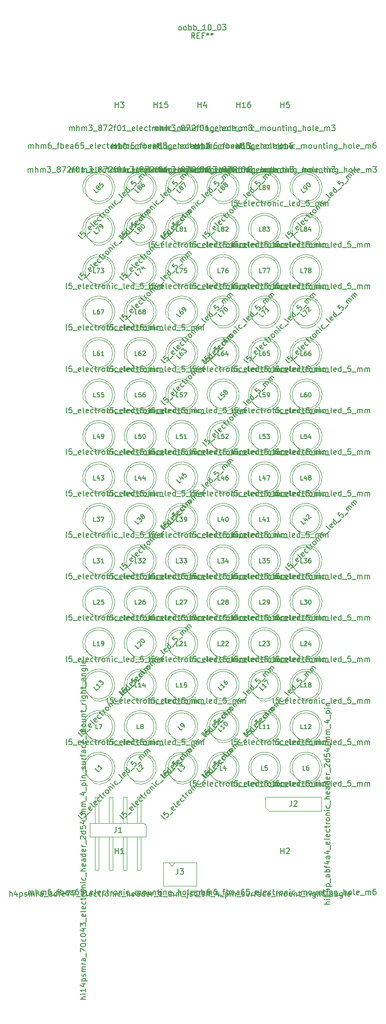
<source format=gbr>
%TF.GenerationSoftware,KiCad,Pcbnew,7.0.6-7.0.6~ubuntu22.04.1*%
%TF.CreationDate,2023-08-02T20:04:38+01:00*%
%TF.ProjectId,working,776f726b-696e-4672-9e6b-696361645f70,rev?*%
%TF.SameCoordinates,Original*%
%TF.FileFunction,AssemblyDrawing,Top*%
%FSLAX46Y46*%
G04 Gerber Fmt 4.6, Leading zero omitted, Abs format (unit mm)*
G04 Created by KiCad (PCBNEW 7.0.6-7.0.6~ubuntu22.04.1) date 2023-08-02 20:04:38*
%MOMM*%
%LPD*%
G01*
G04 APERTURE LIST*
%ADD10C,0.150000*%
%ADD11C,0.200000*%
%ADD12C,0.100000*%
G04 APERTURE END LIST*
D10*
X-14140306Y28366196D02*
X-14241322Y28332525D01*
X-14241322Y28332525D02*
X-14342337Y28366196D01*
X-14342337Y28366196D02*
X-14948428Y28972288D01*
X-14241321Y29679395D02*
X-14578039Y29342677D01*
X-14578039Y29342677D02*
X-14274993Y28972288D01*
X-14274993Y28972288D02*
X-14274993Y29039632D01*
X-14274993Y29039632D02*
X-14241321Y29140647D01*
X-14241321Y29140647D02*
X-14072963Y29309006D01*
X-14072963Y29309006D02*
X-13971947Y29342677D01*
X-13971947Y29342677D02*
X-13904604Y29342677D01*
X-13904604Y29342677D02*
X-13803589Y29309006D01*
X-13803589Y29309006D02*
X-13635230Y29140647D01*
X-13635230Y29140647D02*
X-13601558Y29039632D01*
X-13601558Y29039632D02*
X-13601558Y28972288D01*
X-13601558Y28972288D02*
X-13635230Y28871273D01*
X-13635230Y28871273D02*
X-13803589Y28702914D01*
X-13803589Y28702914D02*
X-13904604Y28669242D01*
X-13904604Y28669242D02*
X-13971947Y28669242D01*
X-13298512Y29073304D02*
X-12759764Y29612052D01*
X-12423047Y30150800D02*
X-12456718Y30049784D01*
X-12456718Y30049784D02*
X-12591405Y29915097D01*
X-12591405Y29915097D02*
X-12692421Y29881426D01*
X-12692421Y29881426D02*
X-12793436Y29915097D01*
X-12793436Y29915097D02*
X-13062810Y30184471D01*
X-13062810Y30184471D02*
X-13096482Y30285487D01*
X-13096482Y30285487D02*
X-13062810Y30386502D01*
X-13062810Y30386502D02*
X-12928123Y30521189D01*
X-12928123Y30521189D02*
X-12827108Y30554861D01*
X-12827108Y30554861D02*
X-12726092Y30521189D01*
X-12726092Y30521189D02*
X-12658749Y30453845D01*
X-12658749Y30453845D02*
X-12928123Y30049784D01*
X-11951642Y30554861D02*
X-12052657Y30521189D01*
X-12052657Y30521189D02*
X-12153672Y30554861D01*
X-12153672Y30554861D02*
X-12759764Y31160952D01*
X-11446565Y31127281D02*
X-11480237Y31026266D01*
X-11480237Y31026266D02*
X-11614924Y30891579D01*
X-11614924Y30891579D02*
X-11715939Y30857907D01*
X-11715939Y30857907D02*
X-11816955Y30891579D01*
X-11816955Y30891579D02*
X-12086329Y31160953D01*
X-12086329Y31160953D02*
X-12120000Y31261968D01*
X-12120000Y31261968D02*
X-12086329Y31362983D01*
X-12086329Y31362983D02*
X-11951642Y31497670D01*
X-11951642Y31497670D02*
X-11850626Y31531342D01*
X-11850626Y31531342D02*
X-11749611Y31497670D01*
X-11749611Y31497670D02*
X-11682268Y31430327D01*
X-11682268Y31430327D02*
X-11951642Y31026266D01*
X-10806802Y31767044D02*
X-10840474Y31666029D01*
X-10840474Y31666029D02*
X-10975161Y31531342D01*
X-10975161Y31531342D02*
X-11076176Y31497670D01*
X-11076176Y31497670D02*
X-11143519Y31497670D01*
X-11143519Y31497670D02*
X-11244535Y31531342D01*
X-11244535Y31531342D02*
X-11446565Y31733373D01*
X-11446565Y31733373D02*
X-11480237Y31834388D01*
X-11480237Y31834388D02*
X-11480237Y31901731D01*
X-11480237Y31901731D02*
X-11446565Y32002747D01*
X-11446565Y32002747D02*
X-11311878Y32137434D01*
X-11311878Y32137434D02*
X-11210863Y32171105D01*
X-11042504Y32406808D02*
X-10773130Y32676182D01*
X-11177191Y32743525D02*
X-10571100Y32137434D01*
X-10571100Y32137434D02*
X-10470084Y32103762D01*
X-10470084Y32103762D02*
X-10369069Y32137434D01*
X-10369069Y32137434D02*
X-10301726Y32204777D01*
X-10066023Y32440480D02*
X-10537427Y32911884D01*
X-10402740Y32777197D02*
X-10436412Y32878213D01*
X-10436412Y32878213D02*
X-10436412Y32945556D01*
X-10436412Y32945556D02*
X-10402740Y33046571D01*
X-10402740Y33046571D02*
X-10335397Y33113915D01*
X-9527275Y32979228D02*
X-9628290Y32945556D01*
X-9628290Y32945556D02*
X-9695633Y32945556D01*
X-9695633Y32945556D02*
X-9796649Y32979228D01*
X-9796649Y32979228D02*
X-9998679Y33181259D01*
X-9998679Y33181259D02*
X-10032351Y33282274D01*
X-10032351Y33282274D02*
X-10032351Y33349617D01*
X-10032351Y33349617D02*
X-9998679Y33450633D01*
X-9998679Y33450633D02*
X-9897664Y33551648D01*
X-9897664Y33551648D02*
X-9796649Y33585320D01*
X-9796649Y33585320D02*
X-9729305Y33585320D01*
X-9729305Y33585320D02*
X-9628290Y33551648D01*
X-9628290Y33551648D02*
X-9426259Y33349617D01*
X-9426259Y33349617D02*
X-9392588Y33248602D01*
X-9392588Y33248602D02*
X-9392588Y33181259D01*
X-9392588Y33181259D02*
X-9426259Y33080243D01*
X-9426259Y33080243D02*
X-9527275Y32979228D01*
X-9459931Y33989381D02*
X-8988527Y33517976D01*
X-9392588Y33922037D02*
X-9392588Y33989381D01*
X-9392588Y33989381D02*
X-9358916Y34090396D01*
X-9358916Y34090396D02*
X-9257901Y34191411D01*
X-9257901Y34191411D02*
X-9156885Y34225083D01*
X-9156885Y34225083D02*
X-9055870Y34191411D01*
X-9055870Y34191411D02*
X-8685481Y33821022D01*
X-8348763Y34157740D02*
X-8820168Y34629144D01*
X-9055870Y34864846D02*
X-9055870Y34797503D01*
X-9055870Y34797503D02*
X-8988527Y34797503D01*
X-8988527Y34797503D02*
X-8988527Y34864846D01*
X-8988527Y34864846D02*
X-9055870Y34864846D01*
X-9055870Y34864846D02*
X-8988527Y34797503D01*
X-7742672Y34831174D02*
X-7776344Y34730159D01*
X-7776344Y34730159D02*
X-7911031Y34595472D01*
X-7911031Y34595472D02*
X-8012046Y34561800D01*
X-8012046Y34561800D02*
X-8079390Y34561800D01*
X-8079390Y34561800D02*
X-8180405Y34595472D01*
X-8180405Y34595472D02*
X-8382435Y34797502D01*
X-8382435Y34797502D02*
X-8416107Y34898518D01*
X-8416107Y34898518D02*
X-8416107Y34965861D01*
X-8416107Y34965861D02*
X-8382435Y35066876D01*
X-8382435Y35066876D02*
X-8247748Y35201563D01*
X-8247748Y35201563D02*
X-8146733Y35235235D01*
X-7506970Y34864846D02*
X-6968222Y35403594D01*
X-6766191Y35740312D02*
X-6867206Y35706640D01*
X-6867206Y35706640D02*
X-6968221Y35740312D01*
X-6968221Y35740312D02*
X-7574313Y36346403D01*
X-6261114Y36312732D02*
X-6294786Y36211717D01*
X-6294786Y36211717D02*
X-6429473Y36077030D01*
X-6429473Y36077030D02*
X-6530488Y36043358D01*
X-6530488Y36043358D02*
X-6631504Y36077030D01*
X-6631504Y36077030D02*
X-6900878Y36346404D01*
X-6900878Y36346404D02*
X-6934549Y36447419D01*
X-6934549Y36447419D02*
X-6900878Y36548434D01*
X-6900878Y36548434D02*
X-6766191Y36683121D01*
X-6766191Y36683121D02*
X-6665175Y36716793D01*
X-6665175Y36716793D02*
X-6564160Y36683121D01*
X-6564160Y36683121D02*
X-6496817Y36615778D01*
X-6496817Y36615778D02*
X-6766191Y36211717D01*
X-5587679Y36918823D02*
X-6294786Y37625930D01*
X-5621351Y36952495D02*
X-5655023Y36851480D01*
X-5655023Y36851480D02*
X-5789710Y36716793D01*
X-5789710Y36716793D02*
X-5890725Y36683121D01*
X-5890725Y36683121D02*
X-5958069Y36683121D01*
X-5958069Y36683121D02*
X-6059084Y36716793D01*
X-6059084Y36716793D02*
X-6261114Y36918823D01*
X-6261114Y36918823D02*
X-6294786Y37019839D01*
X-6294786Y37019839D02*
X-6294786Y37087182D01*
X-6294786Y37087182D02*
X-6261114Y37188198D01*
X-6261114Y37188198D02*
X-6126427Y37322885D01*
X-6126427Y37322885D02*
X-6025412Y37356556D01*
X-5351977Y37019839D02*
X-4813229Y37558587D01*
X-5082603Y38838114D02*
X-5419320Y38501396D01*
X-5419320Y38501396D02*
X-5116274Y38131007D01*
X-5116274Y38131007D02*
X-5116274Y38198350D01*
X-5116274Y38198350D02*
X-5082603Y38299366D01*
X-5082603Y38299366D02*
X-4914244Y38467724D01*
X-4914244Y38467724D02*
X-4813229Y38501396D01*
X-4813229Y38501396D02*
X-4745885Y38501396D01*
X-4745885Y38501396D02*
X-4644870Y38467724D01*
X-4644870Y38467724D02*
X-4476511Y38299366D01*
X-4476511Y38299366D02*
X-4442839Y38198350D01*
X-4442839Y38198350D02*
X-4442839Y38131007D01*
X-4442839Y38131007D02*
X-4476511Y38029992D01*
X-4476511Y38029992D02*
X-4644870Y37861633D01*
X-4644870Y37861633D02*
X-4745885Y37827961D01*
X-4745885Y37827961D02*
X-4813229Y37827961D01*
X-4139794Y38232022D02*
X-3601046Y38770770D01*
X-3500030Y39006473D02*
X-3971435Y39477877D01*
X-3904091Y39410534D02*
X-3904091Y39477877D01*
X-3904091Y39477877D02*
X-3870419Y39578892D01*
X-3870419Y39578892D02*
X-3769404Y39679908D01*
X-3769404Y39679908D02*
X-3668389Y39713579D01*
X-3668389Y39713579D02*
X-3567374Y39679908D01*
X-3567374Y39679908D02*
X-3196984Y39309518D01*
X-3567374Y39679908D02*
X-3601045Y39780923D01*
X-3601045Y39780923D02*
X-3567374Y39881938D01*
X-3567374Y39881938D02*
X-3466358Y39982953D01*
X-3466358Y39982953D02*
X-3365343Y40016625D01*
X-3365343Y40016625D02*
X-3264328Y39982953D01*
X-3264328Y39982953D02*
X-2893939Y39612564D01*
X-2557221Y39949281D02*
X-3028626Y40420686D01*
X-2961282Y40353342D02*
X-2961282Y40420686D01*
X-2961282Y40420686D02*
X-2927611Y40521701D01*
X-2927611Y40521701D02*
X-2826595Y40622716D01*
X-2826595Y40622716D02*
X-2725580Y40656388D01*
X-2725580Y40656388D02*
X-2624565Y40622716D01*
X-2624565Y40622716D02*
X-2254176Y40252327D01*
X-2624565Y40622716D02*
X-2658237Y40723732D01*
X-2658237Y40723732D02*
X-2624565Y40824747D01*
X-2624565Y40824747D02*
X-2523550Y40925762D01*
X-2523550Y40925762D02*
X-2422534Y40959434D01*
X-2422534Y40959434D02*
X-2321519Y40925762D01*
X-2321519Y40925762D02*
X-1951130Y40555373D01*
D11*
X-11341428Y36899885D02*
X-11610802Y36630511D01*
X-11610802Y36630511D02*
X-12176488Y37196196D01*
X-11772427Y37600257D02*
X-11395303Y37977381D01*
X-11395303Y37977381D02*
X-11072054Y37169259D01*
X-10748805Y38246755D02*
X-10371682Y37869631D01*
X-11098992Y38327567D02*
X-10829618Y37788819D01*
X-10829618Y37788819D02*
X-10479431Y38139005D01*
D10*
X8359693Y-46633803D02*
X8258677Y-46667474D01*
X8258677Y-46667474D02*
X8157662Y-46633803D01*
X8157662Y-46633803D02*
X7551571Y-46027711D01*
X8258678Y-45320604D02*
X7921960Y-45657322D01*
X7921960Y-45657322D02*
X8225006Y-46027711D01*
X8225006Y-46027711D02*
X8225006Y-45960367D01*
X8225006Y-45960367D02*
X8258678Y-45859352D01*
X8258678Y-45859352D02*
X8427036Y-45690993D01*
X8427036Y-45690993D02*
X8528052Y-45657322D01*
X8528052Y-45657322D02*
X8595395Y-45657322D01*
X8595395Y-45657322D02*
X8696410Y-45690993D01*
X8696410Y-45690993D02*
X8864769Y-45859352D01*
X8864769Y-45859352D02*
X8898441Y-45960367D01*
X8898441Y-45960367D02*
X8898441Y-46027711D01*
X8898441Y-46027711D02*
X8864769Y-46128726D01*
X8864769Y-46128726D02*
X8696410Y-46297085D01*
X8696410Y-46297085D02*
X8595395Y-46330757D01*
X8595395Y-46330757D02*
X8528052Y-46330757D01*
X9201487Y-45926695D02*
X9740235Y-45387947D01*
X10076952Y-44849199D02*
X10043281Y-44950215D01*
X10043281Y-44950215D02*
X9908594Y-45084902D01*
X9908594Y-45084902D02*
X9807578Y-45118573D01*
X9807578Y-45118573D02*
X9706563Y-45084902D01*
X9706563Y-45084902D02*
X9437189Y-44815528D01*
X9437189Y-44815528D02*
X9403517Y-44714512D01*
X9403517Y-44714512D02*
X9437189Y-44613497D01*
X9437189Y-44613497D02*
X9571876Y-44478810D01*
X9571876Y-44478810D02*
X9672891Y-44445138D01*
X9672891Y-44445138D02*
X9773907Y-44478810D01*
X9773907Y-44478810D02*
X9841250Y-44546154D01*
X9841250Y-44546154D02*
X9571876Y-44950215D01*
X10548357Y-44445138D02*
X10447342Y-44478810D01*
X10447342Y-44478810D02*
X10346327Y-44445138D01*
X10346327Y-44445138D02*
X9740235Y-43839047D01*
X11053434Y-43872718D02*
X11019762Y-43973733D01*
X11019762Y-43973733D02*
X10885075Y-44108420D01*
X10885075Y-44108420D02*
X10784060Y-44142092D01*
X10784060Y-44142092D02*
X10683044Y-44108420D01*
X10683044Y-44108420D02*
X10413670Y-43839046D01*
X10413670Y-43839046D02*
X10379999Y-43738031D01*
X10379999Y-43738031D02*
X10413670Y-43637016D01*
X10413670Y-43637016D02*
X10548357Y-43502329D01*
X10548357Y-43502329D02*
X10649373Y-43468657D01*
X10649373Y-43468657D02*
X10750388Y-43502329D01*
X10750388Y-43502329D02*
X10817731Y-43569672D01*
X10817731Y-43569672D02*
X10548357Y-43973733D01*
X11693197Y-43232955D02*
X11659525Y-43333970D01*
X11659525Y-43333970D02*
X11524838Y-43468657D01*
X11524838Y-43468657D02*
X11423823Y-43502329D01*
X11423823Y-43502329D02*
X11356480Y-43502329D01*
X11356480Y-43502329D02*
X11255464Y-43468657D01*
X11255464Y-43468657D02*
X11053434Y-43266626D01*
X11053434Y-43266626D02*
X11019762Y-43165611D01*
X11019762Y-43165611D02*
X11019762Y-43098268D01*
X11019762Y-43098268D02*
X11053434Y-42997252D01*
X11053434Y-42997252D02*
X11188121Y-42862565D01*
X11188121Y-42862565D02*
X11289136Y-42828894D01*
X11457495Y-42593191D02*
X11726869Y-42323817D01*
X11322808Y-42256474D02*
X11928899Y-42862565D01*
X11928899Y-42862565D02*
X12029915Y-42896237D01*
X12029915Y-42896237D02*
X12130930Y-42862565D01*
X12130930Y-42862565D02*
X12198273Y-42795222D01*
X12433976Y-42559519D02*
X11962572Y-42088115D01*
X12097259Y-42222802D02*
X12063587Y-42121786D01*
X12063587Y-42121786D02*
X12063587Y-42054443D01*
X12063587Y-42054443D02*
X12097259Y-41953428D01*
X12097259Y-41953428D02*
X12164602Y-41886084D01*
X12972724Y-42020771D02*
X12871709Y-42054443D01*
X12871709Y-42054443D02*
X12804366Y-42054443D01*
X12804366Y-42054443D02*
X12703350Y-42020771D01*
X12703350Y-42020771D02*
X12501320Y-41818740D01*
X12501320Y-41818740D02*
X12467648Y-41717725D01*
X12467648Y-41717725D02*
X12467648Y-41650382D01*
X12467648Y-41650382D02*
X12501320Y-41549366D01*
X12501320Y-41549366D02*
X12602335Y-41448351D01*
X12602335Y-41448351D02*
X12703350Y-41414679D01*
X12703350Y-41414679D02*
X12770694Y-41414679D01*
X12770694Y-41414679D02*
X12871709Y-41448351D01*
X12871709Y-41448351D02*
X13073740Y-41650382D01*
X13073740Y-41650382D02*
X13107411Y-41751397D01*
X13107411Y-41751397D02*
X13107411Y-41818740D01*
X13107411Y-41818740D02*
X13073740Y-41919756D01*
X13073740Y-41919756D02*
X12972724Y-42020771D01*
X13040068Y-41010618D02*
X13511472Y-41482023D01*
X13107411Y-41077962D02*
X13107411Y-41010618D01*
X13107411Y-41010618D02*
X13141083Y-40909603D01*
X13141083Y-40909603D02*
X13242098Y-40808588D01*
X13242098Y-40808588D02*
X13343114Y-40774916D01*
X13343114Y-40774916D02*
X13444129Y-40808588D01*
X13444129Y-40808588D02*
X13814518Y-41178977D01*
X14151236Y-40842259D02*
X13679831Y-40370855D01*
X13444129Y-40135153D02*
X13444129Y-40202496D01*
X13444129Y-40202496D02*
X13511472Y-40202496D01*
X13511472Y-40202496D02*
X13511472Y-40135153D01*
X13511472Y-40135153D02*
X13444129Y-40135153D01*
X13444129Y-40135153D02*
X13511472Y-40202496D01*
X14757327Y-40168825D02*
X14723655Y-40269840D01*
X14723655Y-40269840D02*
X14588968Y-40404527D01*
X14588968Y-40404527D02*
X14487953Y-40438199D01*
X14487953Y-40438199D02*
X14420609Y-40438199D01*
X14420609Y-40438199D02*
X14319594Y-40404527D01*
X14319594Y-40404527D02*
X14117564Y-40202497D01*
X14117564Y-40202497D02*
X14083892Y-40101481D01*
X14083892Y-40101481D02*
X14083892Y-40034138D01*
X14083892Y-40034138D02*
X14117564Y-39933123D01*
X14117564Y-39933123D02*
X14252251Y-39798436D01*
X14252251Y-39798436D02*
X14353266Y-39764764D01*
X14993029Y-40135153D02*
X15531777Y-39596405D01*
X15733808Y-39259687D02*
X15632793Y-39293359D01*
X15632793Y-39293359D02*
X15531778Y-39259687D01*
X15531778Y-39259687D02*
X14925686Y-38653596D01*
X16238885Y-38687267D02*
X16205213Y-38788282D01*
X16205213Y-38788282D02*
X16070526Y-38922969D01*
X16070526Y-38922969D02*
X15969511Y-38956641D01*
X15969511Y-38956641D02*
X15868495Y-38922969D01*
X15868495Y-38922969D02*
X15599121Y-38653595D01*
X15599121Y-38653595D02*
X15565450Y-38552580D01*
X15565450Y-38552580D02*
X15599121Y-38451565D01*
X15599121Y-38451565D02*
X15733808Y-38316878D01*
X15733808Y-38316878D02*
X15834824Y-38283206D01*
X15834824Y-38283206D02*
X15935839Y-38316878D01*
X15935839Y-38316878D02*
X16003182Y-38384221D01*
X16003182Y-38384221D02*
X15733808Y-38788282D01*
X16912320Y-38081176D02*
X16205213Y-37374069D01*
X16878648Y-38047504D02*
X16844976Y-38148519D01*
X16844976Y-38148519D02*
X16710289Y-38283206D01*
X16710289Y-38283206D02*
X16609274Y-38316878D01*
X16609274Y-38316878D02*
X16541930Y-38316878D01*
X16541930Y-38316878D02*
X16440915Y-38283206D01*
X16440915Y-38283206D02*
X16238885Y-38081176D01*
X16238885Y-38081176D02*
X16205213Y-37980160D01*
X16205213Y-37980160D02*
X16205213Y-37912817D01*
X16205213Y-37912817D02*
X16238885Y-37811801D01*
X16238885Y-37811801D02*
X16373572Y-37677114D01*
X16373572Y-37677114D02*
X16474587Y-37643443D01*
X17148022Y-37980160D02*
X17686770Y-37441412D01*
X17417396Y-36161885D02*
X17080679Y-36498603D01*
X17080679Y-36498603D02*
X17383725Y-36868992D01*
X17383725Y-36868992D02*
X17383725Y-36801649D01*
X17383725Y-36801649D02*
X17417396Y-36700633D01*
X17417396Y-36700633D02*
X17585755Y-36532275D01*
X17585755Y-36532275D02*
X17686770Y-36498603D01*
X17686770Y-36498603D02*
X17754114Y-36498603D01*
X17754114Y-36498603D02*
X17855129Y-36532275D01*
X17855129Y-36532275D02*
X18023488Y-36700633D01*
X18023488Y-36700633D02*
X18057160Y-36801649D01*
X18057160Y-36801649D02*
X18057160Y-36868992D01*
X18057160Y-36868992D02*
X18023488Y-36970007D01*
X18023488Y-36970007D02*
X17855129Y-37138366D01*
X17855129Y-37138366D02*
X17754114Y-37172038D01*
X17754114Y-37172038D02*
X17686770Y-37172038D01*
X18360205Y-36767977D02*
X18898953Y-36229229D01*
X18999969Y-35993526D02*
X18528564Y-35522122D01*
X18595908Y-35589465D02*
X18595908Y-35522122D01*
X18595908Y-35522122D02*
X18629580Y-35421107D01*
X18629580Y-35421107D02*
X18730595Y-35320091D01*
X18730595Y-35320091D02*
X18831610Y-35286420D01*
X18831610Y-35286420D02*
X18932625Y-35320091D01*
X18932625Y-35320091D02*
X19303015Y-35690481D01*
X18932625Y-35320091D02*
X18898954Y-35219076D01*
X18898954Y-35219076D02*
X18932625Y-35118061D01*
X18932625Y-35118061D02*
X19033641Y-35017046D01*
X19033641Y-35017046D02*
X19134656Y-34983374D01*
X19134656Y-34983374D02*
X19235671Y-35017046D01*
X19235671Y-35017046D02*
X19606060Y-35387435D01*
X19942778Y-35050718D02*
X19471373Y-34579313D01*
X19538717Y-34646657D02*
X19538717Y-34579313D01*
X19538717Y-34579313D02*
X19572388Y-34478298D01*
X19572388Y-34478298D02*
X19673404Y-34377283D01*
X19673404Y-34377283D02*
X19774419Y-34343611D01*
X19774419Y-34343611D02*
X19875434Y-34377283D01*
X19875434Y-34377283D02*
X20245823Y-34747672D01*
X19875434Y-34377283D02*
X19841762Y-34276267D01*
X19841762Y-34276267D02*
X19875434Y-34175252D01*
X19875434Y-34175252D02*
X19976449Y-34074237D01*
X19976449Y-34074237D02*
X20077465Y-34040565D01*
X20077465Y-34040565D02*
X20178480Y-34074237D01*
X20178480Y-34074237D02*
X20548869Y-34444626D01*
D11*
X11158571Y-38100114D02*
X10889197Y-38369488D01*
X10889197Y-38369488D02*
X10323511Y-37803803D01*
X11643444Y-37615241D02*
X11320195Y-37938490D01*
X11481820Y-37776865D02*
X10916134Y-37211180D01*
X10916134Y-37211180D02*
X10943071Y-37345867D01*
X10943071Y-37345867D02*
X10943071Y-37453617D01*
X10943071Y-37453617D02*
X10916134Y-37534429D01*
X11266320Y-36860994D02*
X11643444Y-36483870D01*
X11643444Y-36483870D02*
X11966693Y-37291992D01*
D10*
X859693Y43366196D02*
X758677Y43332525D01*
X758677Y43332525D02*
X657662Y43366196D01*
X657662Y43366196D02*
X51571Y43972288D01*
X758678Y44679395D02*
X421960Y44342677D01*
X421960Y44342677D02*
X725006Y43972288D01*
X725006Y43972288D02*
X725006Y44039632D01*
X725006Y44039632D02*
X758678Y44140647D01*
X758678Y44140647D02*
X927036Y44309006D01*
X927036Y44309006D02*
X1028052Y44342677D01*
X1028052Y44342677D02*
X1095395Y44342677D01*
X1095395Y44342677D02*
X1196410Y44309006D01*
X1196410Y44309006D02*
X1364769Y44140647D01*
X1364769Y44140647D02*
X1398441Y44039632D01*
X1398441Y44039632D02*
X1398441Y43972288D01*
X1398441Y43972288D02*
X1364769Y43871273D01*
X1364769Y43871273D02*
X1196410Y43702914D01*
X1196410Y43702914D02*
X1095395Y43669242D01*
X1095395Y43669242D02*
X1028052Y43669242D01*
X1701487Y44073304D02*
X2240235Y44612052D01*
X2576952Y45150800D02*
X2543281Y45049784D01*
X2543281Y45049784D02*
X2408594Y44915097D01*
X2408594Y44915097D02*
X2307578Y44881426D01*
X2307578Y44881426D02*
X2206563Y44915097D01*
X2206563Y44915097D02*
X1937189Y45184471D01*
X1937189Y45184471D02*
X1903517Y45285487D01*
X1903517Y45285487D02*
X1937189Y45386502D01*
X1937189Y45386502D02*
X2071876Y45521189D01*
X2071876Y45521189D02*
X2172891Y45554861D01*
X2172891Y45554861D02*
X2273907Y45521189D01*
X2273907Y45521189D02*
X2341250Y45453845D01*
X2341250Y45453845D02*
X2071876Y45049784D01*
X3048357Y45554861D02*
X2947342Y45521189D01*
X2947342Y45521189D02*
X2846327Y45554861D01*
X2846327Y45554861D02*
X2240235Y46160952D01*
X3553434Y46127281D02*
X3519762Y46026266D01*
X3519762Y46026266D02*
X3385075Y45891579D01*
X3385075Y45891579D02*
X3284060Y45857907D01*
X3284060Y45857907D02*
X3183044Y45891579D01*
X3183044Y45891579D02*
X2913670Y46160953D01*
X2913670Y46160953D02*
X2879999Y46261968D01*
X2879999Y46261968D02*
X2913670Y46362983D01*
X2913670Y46362983D02*
X3048357Y46497670D01*
X3048357Y46497670D02*
X3149373Y46531342D01*
X3149373Y46531342D02*
X3250388Y46497670D01*
X3250388Y46497670D02*
X3317731Y46430327D01*
X3317731Y46430327D02*
X3048357Y46026266D01*
X4193197Y46767044D02*
X4159525Y46666029D01*
X4159525Y46666029D02*
X4024838Y46531342D01*
X4024838Y46531342D02*
X3923823Y46497670D01*
X3923823Y46497670D02*
X3856480Y46497670D01*
X3856480Y46497670D02*
X3755464Y46531342D01*
X3755464Y46531342D02*
X3553434Y46733373D01*
X3553434Y46733373D02*
X3519762Y46834388D01*
X3519762Y46834388D02*
X3519762Y46901731D01*
X3519762Y46901731D02*
X3553434Y47002747D01*
X3553434Y47002747D02*
X3688121Y47137434D01*
X3688121Y47137434D02*
X3789136Y47171105D01*
X3957495Y47406808D02*
X4226869Y47676182D01*
X3822808Y47743525D02*
X4428899Y47137434D01*
X4428899Y47137434D02*
X4529915Y47103762D01*
X4529915Y47103762D02*
X4630930Y47137434D01*
X4630930Y47137434D02*
X4698273Y47204777D01*
X4933976Y47440480D02*
X4462572Y47911884D01*
X4597259Y47777197D02*
X4563587Y47878213D01*
X4563587Y47878213D02*
X4563587Y47945556D01*
X4563587Y47945556D02*
X4597259Y48046571D01*
X4597259Y48046571D02*
X4664602Y48113915D01*
X5472724Y47979228D02*
X5371709Y47945556D01*
X5371709Y47945556D02*
X5304366Y47945556D01*
X5304366Y47945556D02*
X5203350Y47979228D01*
X5203350Y47979228D02*
X5001320Y48181259D01*
X5001320Y48181259D02*
X4967648Y48282274D01*
X4967648Y48282274D02*
X4967648Y48349617D01*
X4967648Y48349617D02*
X5001320Y48450633D01*
X5001320Y48450633D02*
X5102335Y48551648D01*
X5102335Y48551648D02*
X5203350Y48585320D01*
X5203350Y48585320D02*
X5270694Y48585320D01*
X5270694Y48585320D02*
X5371709Y48551648D01*
X5371709Y48551648D02*
X5573740Y48349617D01*
X5573740Y48349617D02*
X5607411Y48248602D01*
X5607411Y48248602D02*
X5607411Y48181259D01*
X5607411Y48181259D02*
X5573740Y48080243D01*
X5573740Y48080243D02*
X5472724Y47979228D01*
X5540068Y48989381D02*
X6011472Y48517976D01*
X5607411Y48922037D02*
X5607411Y48989381D01*
X5607411Y48989381D02*
X5641083Y49090396D01*
X5641083Y49090396D02*
X5742098Y49191411D01*
X5742098Y49191411D02*
X5843114Y49225083D01*
X5843114Y49225083D02*
X5944129Y49191411D01*
X5944129Y49191411D02*
X6314518Y48821022D01*
X6651236Y49157740D02*
X6179831Y49629144D01*
X5944129Y49864846D02*
X5944129Y49797503D01*
X5944129Y49797503D02*
X6011472Y49797503D01*
X6011472Y49797503D02*
X6011472Y49864846D01*
X6011472Y49864846D02*
X5944129Y49864846D01*
X5944129Y49864846D02*
X6011472Y49797503D01*
X7257327Y49831174D02*
X7223655Y49730159D01*
X7223655Y49730159D02*
X7088968Y49595472D01*
X7088968Y49595472D02*
X6987953Y49561800D01*
X6987953Y49561800D02*
X6920609Y49561800D01*
X6920609Y49561800D02*
X6819594Y49595472D01*
X6819594Y49595472D02*
X6617564Y49797502D01*
X6617564Y49797502D02*
X6583892Y49898518D01*
X6583892Y49898518D02*
X6583892Y49965861D01*
X6583892Y49965861D02*
X6617564Y50066876D01*
X6617564Y50066876D02*
X6752251Y50201563D01*
X6752251Y50201563D02*
X6853266Y50235235D01*
X7493029Y49864846D02*
X8031777Y50403594D01*
X8233808Y50740312D02*
X8132793Y50706640D01*
X8132793Y50706640D02*
X8031778Y50740312D01*
X8031778Y50740312D02*
X7425686Y51346403D01*
X8738885Y51312732D02*
X8705213Y51211717D01*
X8705213Y51211717D02*
X8570526Y51077030D01*
X8570526Y51077030D02*
X8469511Y51043358D01*
X8469511Y51043358D02*
X8368495Y51077030D01*
X8368495Y51077030D02*
X8099121Y51346404D01*
X8099121Y51346404D02*
X8065450Y51447419D01*
X8065450Y51447419D02*
X8099121Y51548434D01*
X8099121Y51548434D02*
X8233808Y51683121D01*
X8233808Y51683121D02*
X8334824Y51716793D01*
X8334824Y51716793D02*
X8435839Y51683121D01*
X8435839Y51683121D02*
X8503182Y51615778D01*
X8503182Y51615778D02*
X8233808Y51211717D01*
X9412320Y51918823D02*
X8705213Y52625930D01*
X9378648Y51952495D02*
X9344976Y51851480D01*
X9344976Y51851480D02*
X9210289Y51716793D01*
X9210289Y51716793D02*
X9109274Y51683121D01*
X9109274Y51683121D02*
X9041930Y51683121D01*
X9041930Y51683121D02*
X8940915Y51716793D01*
X8940915Y51716793D02*
X8738885Y51918823D01*
X8738885Y51918823D02*
X8705213Y52019839D01*
X8705213Y52019839D02*
X8705213Y52087182D01*
X8705213Y52087182D02*
X8738885Y52188198D01*
X8738885Y52188198D02*
X8873572Y52322885D01*
X8873572Y52322885D02*
X8974587Y52356556D01*
X9648022Y52019839D02*
X10186770Y52558587D01*
X9917396Y53838114D02*
X9580679Y53501396D01*
X9580679Y53501396D02*
X9883725Y53131007D01*
X9883725Y53131007D02*
X9883725Y53198350D01*
X9883725Y53198350D02*
X9917396Y53299366D01*
X9917396Y53299366D02*
X10085755Y53467724D01*
X10085755Y53467724D02*
X10186770Y53501396D01*
X10186770Y53501396D02*
X10254114Y53501396D01*
X10254114Y53501396D02*
X10355129Y53467724D01*
X10355129Y53467724D02*
X10523488Y53299366D01*
X10523488Y53299366D02*
X10557160Y53198350D01*
X10557160Y53198350D02*
X10557160Y53131007D01*
X10557160Y53131007D02*
X10523488Y53029992D01*
X10523488Y53029992D02*
X10355129Y52861633D01*
X10355129Y52861633D02*
X10254114Y52827961D01*
X10254114Y52827961D02*
X10186770Y52827961D01*
X10860205Y53232022D02*
X11398953Y53770770D01*
X11499969Y54006473D02*
X11028564Y54477877D01*
X11095908Y54410534D02*
X11095908Y54477877D01*
X11095908Y54477877D02*
X11129580Y54578892D01*
X11129580Y54578892D02*
X11230595Y54679908D01*
X11230595Y54679908D02*
X11331610Y54713579D01*
X11331610Y54713579D02*
X11432625Y54679908D01*
X11432625Y54679908D02*
X11803015Y54309518D01*
X11432625Y54679908D02*
X11398954Y54780923D01*
X11398954Y54780923D02*
X11432625Y54881938D01*
X11432625Y54881938D02*
X11533641Y54982953D01*
X11533641Y54982953D02*
X11634656Y55016625D01*
X11634656Y55016625D02*
X11735671Y54982953D01*
X11735671Y54982953D02*
X12106060Y54612564D01*
X12442778Y54949281D02*
X11971373Y55420686D01*
X12038717Y55353342D02*
X12038717Y55420686D01*
X12038717Y55420686D02*
X12072388Y55521701D01*
X12072388Y55521701D02*
X12173404Y55622716D01*
X12173404Y55622716D02*
X12274419Y55656388D01*
X12274419Y55656388D02*
X12375434Y55622716D01*
X12375434Y55622716D02*
X12745823Y55252327D01*
X12375434Y55622716D02*
X12341762Y55723732D01*
X12341762Y55723732D02*
X12375434Y55824747D01*
X12375434Y55824747D02*
X12476449Y55925762D01*
X12476449Y55925762D02*
X12577465Y55959434D01*
X12577465Y55959434D02*
X12678480Y55925762D01*
X12678480Y55925762D02*
X13048869Y55555373D01*
D11*
X3658571Y51899885D02*
X3389197Y51630511D01*
X3389197Y51630511D02*
X2823511Y52196196D01*
X3604696Y52492508D02*
X3523884Y52465570D01*
X3523884Y52465570D02*
X3470009Y52465570D01*
X3470009Y52465570D02*
X3389197Y52492508D01*
X3389197Y52492508D02*
X3362259Y52519445D01*
X3362259Y52519445D02*
X3335322Y52600257D01*
X3335322Y52600257D02*
X3335322Y52654132D01*
X3335322Y52654132D02*
X3362259Y52734944D01*
X3362259Y52734944D02*
X3470009Y52842694D01*
X3470009Y52842694D02*
X3550821Y52869631D01*
X3550821Y52869631D02*
X3604696Y52869631D01*
X3604696Y52869631D02*
X3685508Y52842694D01*
X3685508Y52842694D02*
X3712445Y52815756D01*
X3712445Y52815756D02*
X3739383Y52734944D01*
X3739383Y52734944D02*
X3739383Y52681069D01*
X3739383Y52681069D02*
X3712445Y52600257D01*
X3712445Y52600257D02*
X3604696Y52492508D01*
X3604696Y52492508D02*
X3577758Y52411695D01*
X3577758Y52411695D02*
X3577758Y52357821D01*
X3577758Y52357821D02*
X3604696Y52277008D01*
X3604696Y52277008D02*
X3712445Y52169259D01*
X3712445Y52169259D02*
X3793258Y52142321D01*
X3793258Y52142321D02*
X3847133Y52142321D01*
X3847133Y52142321D02*
X3927945Y52169259D01*
X3927945Y52169259D02*
X4035694Y52277008D01*
X4035694Y52277008D02*
X4062632Y52357821D01*
X4062632Y52357821D02*
X4062632Y52411695D01*
X4062632Y52411695D02*
X4035694Y52492508D01*
X4035694Y52492508D02*
X3927945Y52600257D01*
X3927945Y52600257D02*
X3847133Y52627195D01*
X3847133Y52627195D02*
X3793258Y52627195D01*
X3793258Y52627195D02*
X3712445Y52600257D01*
X4143444Y53031256D02*
X4062632Y53004318D01*
X4062632Y53004318D02*
X4008757Y53004318D01*
X4008757Y53004318D02*
X3927945Y53031256D01*
X3927945Y53031256D02*
X3901007Y53058193D01*
X3901007Y53058193D02*
X3874070Y53139005D01*
X3874070Y53139005D02*
X3874070Y53192880D01*
X3874070Y53192880D02*
X3901007Y53273692D01*
X3901007Y53273692D02*
X4008757Y53381442D01*
X4008757Y53381442D02*
X4089569Y53408379D01*
X4089569Y53408379D02*
X4143444Y53408379D01*
X4143444Y53408379D02*
X4224256Y53381442D01*
X4224256Y53381442D02*
X4251194Y53354505D01*
X4251194Y53354505D02*
X4278131Y53273692D01*
X4278131Y53273692D02*
X4278131Y53219818D01*
X4278131Y53219818D02*
X4251194Y53139005D01*
X4251194Y53139005D02*
X4143444Y53031256D01*
X4143444Y53031256D02*
X4116507Y52950444D01*
X4116507Y52950444D02*
X4116507Y52896569D01*
X4116507Y52896569D02*
X4143444Y52815757D01*
X4143444Y52815757D02*
X4251194Y52708007D01*
X4251194Y52708007D02*
X4332006Y52681070D01*
X4332006Y52681070D02*
X4385881Y52681070D01*
X4385881Y52681070D02*
X4466693Y52708007D01*
X4466693Y52708007D02*
X4574443Y52815757D01*
X4574443Y52815757D02*
X4601380Y52896569D01*
X4601380Y52896569D02*
X4601380Y52950444D01*
X4601380Y52950444D02*
X4574443Y53031256D01*
X4574443Y53031256D02*
X4466693Y53139005D01*
X4466693Y53139005D02*
X4385881Y53165943D01*
X4385881Y53165943D02*
X4332006Y53165943D01*
X4332006Y53165943D02*
X4251194Y53139005D01*
D10*
X15859693Y43366196D02*
X15758677Y43332525D01*
X15758677Y43332525D02*
X15657662Y43366196D01*
X15657662Y43366196D02*
X15051571Y43972288D01*
X15758678Y44679395D02*
X15421960Y44342677D01*
X15421960Y44342677D02*
X15725006Y43972288D01*
X15725006Y43972288D02*
X15725006Y44039632D01*
X15725006Y44039632D02*
X15758678Y44140647D01*
X15758678Y44140647D02*
X15927036Y44309006D01*
X15927036Y44309006D02*
X16028052Y44342677D01*
X16028052Y44342677D02*
X16095395Y44342677D01*
X16095395Y44342677D02*
X16196410Y44309006D01*
X16196410Y44309006D02*
X16364769Y44140647D01*
X16364769Y44140647D02*
X16398441Y44039632D01*
X16398441Y44039632D02*
X16398441Y43972288D01*
X16398441Y43972288D02*
X16364769Y43871273D01*
X16364769Y43871273D02*
X16196410Y43702914D01*
X16196410Y43702914D02*
X16095395Y43669242D01*
X16095395Y43669242D02*
X16028052Y43669242D01*
X16701487Y44073304D02*
X17240235Y44612052D01*
X17576952Y45150800D02*
X17543281Y45049784D01*
X17543281Y45049784D02*
X17408594Y44915097D01*
X17408594Y44915097D02*
X17307578Y44881426D01*
X17307578Y44881426D02*
X17206563Y44915097D01*
X17206563Y44915097D02*
X16937189Y45184471D01*
X16937189Y45184471D02*
X16903517Y45285487D01*
X16903517Y45285487D02*
X16937189Y45386502D01*
X16937189Y45386502D02*
X17071876Y45521189D01*
X17071876Y45521189D02*
X17172891Y45554861D01*
X17172891Y45554861D02*
X17273907Y45521189D01*
X17273907Y45521189D02*
X17341250Y45453845D01*
X17341250Y45453845D02*
X17071876Y45049784D01*
X18048357Y45554861D02*
X17947342Y45521189D01*
X17947342Y45521189D02*
X17846327Y45554861D01*
X17846327Y45554861D02*
X17240235Y46160952D01*
X18553434Y46127281D02*
X18519762Y46026266D01*
X18519762Y46026266D02*
X18385075Y45891579D01*
X18385075Y45891579D02*
X18284060Y45857907D01*
X18284060Y45857907D02*
X18183044Y45891579D01*
X18183044Y45891579D02*
X17913670Y46160953D01*
X17913670Y46160953D02*
X17879999Y46261968D01*
X17879999Y46261968D02*
X17913670Y46362983D01*
X17913670Y46362983D02*
X18048357Y46497670D01*
X18048357Y46497670D02*
X18149373Y46531342D01*
X18149373Y46531342D02*
X18250388Y46497670D01*
X18250388Y46497670D02*
X18317731Y46430327D01*
X18317731Y46430327D02*
X18048357Y46026266D01*
X19193197Y46767044D02*
X19159525Y46666029D01*
X19159525Y46666029D02*
X19024838Y46531342D01*
X19024838Y46531342D02*
X18923823Y46497670D01*
X18923823Y46497670D02*
X18856480Y46497670D01*
X18856480Y46497670D02*
X18755464Y46531342D01*
X18755464Y46531342D02*
X18553434Y46733373D01*
X18553434Y46733373D02*
X18519762Y46834388D01*
X18519762Y46834388D02*
X18519762Y46901731D01*
X18519762Y46901731D02*
X18553434Y47002747D01*
X18553434Y47002747D02*
X18688121Y47137434D01*
X18688121Y47137434D02*
X18789136Y47171105D01*
X18957495Y47406808D02*
X19226869Y47676182D01*
X18822808Y47743525D02*
X19428899Y47137434D01*
X19428899Y47137434D02*
X19529915Y47103762D01*
X19529915Y47103762D02*
X19630930Y47137434D01*
X19630930Y47137434D02*
X19698273Y47204777D01*
X19933976Y47440480D02*
X19462572Y47911884D01*
X19597259Y47777197D02*
X19563587Y47878213D01*
X19563587Y47878213D02*
X19563587Y47945556D01*
X19563587Y47945556D02*
X19597259Y48046571D01*
X19597259Y48046571D02*
X19664602Y48113915D01*
X20472724Y47979228D02*
X20371709Y47945556D01*
X20371709Y47945556D02*
X20304366Y47945556D01*
X20304366Y47945556D02*
X20203350Y47979228D01*
X20203350Y47979228D02*
X20001320Y48181259D01*
X20001320Y48181259D02*
X19967648Y48282274D01*
X19967648Y48282274D02*
X19967648Y48349617D01*
X19967648Y48349617D02*
X20001320Y48450633D01*
X20001320Y48450633D02*
X20102335Y48551648D01*
X20102335Y48551648D02*
X20203350Y48585320D01*
X20203350Y48585320D02*
X20270694Y48585320D01*
X20270694Y48585320D02*
X20371709Y48551648D01*
X20371709Y48551648D02*
X20573740Y48349617D01*
X20573740Y48349617D02*
X20607411Y48248602D01*
X20607411Y48248602D02*
X20607411Y48181259D01*
X20607411Y48181259D02*
X20573740Y48080243D01*
X20573740Y48080243D02*
X20472724Y47979228D01*
X20540068Y48989381D02*
X21011472Y48517976D01*
X20607411Y48922037D02*
X20607411Y48989381D01*
X20607411Y48989381D02*
X20641083Y49090396D01*
X20641083Y49090396D02*
X20742098Y49191411D01*
X20742098Y49191411D02*
X20843114Y49225083D01*
X20843114Y49225083D02*
X20944129Y49191411D01*
X20944129Y49191411D02*
X21314518Y48821022D01*
X21651236Y49157740D02*
X21179831Y49629144D01*
X20944129Y49864846D02*
X20944129Y49797503D01*
X20944129Y49797503D02*
X21011472Y49797503D01*
X21011472Y49797503D02*
X21011472Y49864846D01*
X21011472Y49864846D02*
X20944129Y49864846D01*
X20944129Y49864846D02*
X21011472Y49797503D01*
X22257327Y49831174D02*
X22223655Y49730159D01*
X22223655Y49730159D02*
X22088968Y49595472D01*
X22088968Y49595472D02*
X21987953Y49561800D01*
X21987953Y49561800D02*
X21920609Y49561800D01*
X21920609Y49561800D02*
X21819594Y49595472D01*
X21819594Y49595472D02*
X21617564Y49797502D01*
X21617564Y49797502D02*
X21583892Y49898518D01*
X21583892Y49898518D02*
X21583892Y49965861D01*
X21583892Y49965861D02*
X21617564Y50066876D01*
X21617564Y50066876D02*
X21752251Y50201563D01*
X21752251Y50201563D02*
X21853266Y50235235D01*
X22493029Y49864846D02*
X23031777Y50403594D01*
X23233808Y50740312D02*
X23132793Y50706640D01*
X23132793Y50706640D02*
X23031778Y50740312D01*
X23031778Y50740312D02*
X22425686Y51346403D01*
X23738885Y51312732D02*
X23705213Y51211717D01*
X23705213Y51211717D02*
X23570526Y51077030D01*
X23570526Y51077030D02*
X23469511Y51043358D01*
X23469511Y51043358D02*
X23368495Y51077030D01*
X23368495Y51077030D02*
X23099121Y51346404D01*
X23099121Y51346404D02*
X23065450Y51447419D01*
X23065450Y51447419D02*
X23099121Y51548434D01*
X23099121Y51548434D02*
X23233808Y51683121D01*
X23233808Y51683121D02*
X23334824Y51716793D01*
X23334824Y51716793D02*
X23435839Y51683121D01*
X23435839Y51683121D02*
X23503182Y51615778D01*
X23503182Y51615778D02*
X23233808Y51211717D01*
X24412320Y51918823D02*
X23705213Y52625930D01*
X24378648Y51952495D02*
X24344976Y51851480D01*
X24344976Y51851480D02*
X24210289Y51716793D01*
X24210289Y51716793D02*
X24109274Y51683121D01*
X24109274Y51683121D02*
X24041930Y51683121D01*
X24041930Y51683121D02*
X23940915Y51716793D01*
X23940915Y51716793D02*
X23738885Y51918823D01*
X23738885Y51918823D02*
X23705213Y52019839D01*
X23705213Y52019839D02*
X23705213Y52087182D01*
X23705213Y52087182D02*
X23738885Y52188198D01*
X23738885Y52188198D02*
X23873572Y52322885D01*
X23873572Y52322885D02*
X23974587Y52356556D01*
X24648022Y52019839D02*
X25186770Y52558587D01*
X24917396Y53838114D02*
X24580679Y53501396D01*
X24580679Y53501396D02*
X24883725Y53131007D01*
X24883725Y53131007D02*
X24883725Y53198350D01*
X24883725Y53198350D02*
X24917396Y53299366D01*
X24917396Y53299366D02*
X25085755Y53467724D01*
X25085755Y53467724D02*
X25186770Y53501396D01*
X25186770Y53501396D02*
X25254114Y53501396D01*
X25254114Y53501396D02*
X25355129Y53467724D01*
X25355129Y53467724D02*
X25523488Y53299366D01*
X25523488Y53299366D02*
X25557160Y53198350D01*
X25557160Y53198350D02*
X25557160Y53131007D01*
X25557160Y53131007D02*
X25523488Y53029992D01*
X25523488Y53029992D02*
X25355129Y52861633D01*
X25355129Y52861633D02*
X25254114Y52827961D01*
X25254114Y52827961D02*
X25186770Y52827961D01*
X25860205Y53232022D02*
X26398953Y53770770D01*
X26499969Y54006473D02*
X26028564Y54477877D01*
X26095908Y54410534D02*
X26095908Y54477877D01*
X26095908Y54477877D02*
X26129580Y54578892D01*
X26129580Y54578892D02*
X26230595Y54679908D01*
X26230595Y54679908D02*
X26331610Y54713579D01*
X26331610Y54713579D02*
X26432625Y54679908D01*
X26432625Y54679908D02*
X26803015Y54309518D01*
X26432625Y54679908D02*
X26398954Y54780923D01*
X26398954Y54780923D02*
X26432625Y54881938D01*
X26432625Y54881938D02*
X26533641Y54982953D01*
X26533641Y54982953D02*
X26634656Y55016625D01*
X26634656Y55016625D02*
X26735671Y54982953D01*
X26735671Y54982953D02*
X27106060Y54612564D01*
X27442778Y54949281D02*
X26971373Y55420686D01*
X27038717Y55353342D02*
X27038717Y55420686D01*
X27038717Y55420686D02*
X27072388Y55521701D01*
X27072388Y55521701D02*
X27173404Y55622716D01*
X27173404Y55622716D02*
X27274419Y55656388D01*
X27274419Y55656388D02*
X27375434Y55622716D01*
X27375434Y55622716D02*
X27745823Y55252327D01*
X27375434Y55622716D02*
X27341762Y55723732D01*
X27341762Y55723732D02*
X27375434Y55824747D01*
X27375434Y55824747D02*
X27476449Y55925762D01*
X27476449Y55925762D02*
X27577465Y55959434D01*
X27577465Y55959434D02*
X27678480Y55925762D01*
X27678480Y55925762D02*
X28048869Y55555373D01*
D11*
X18658571Y51899885D02*
X18389197Y51630511D01*
X18389197Y51630511D02*
X17823511Y52196196D01*
X18874070Y52115384D02*
X18981820Y52223134D01*
X18981820Y52223134D02*
X19008757Y52303946D01*
X19008757Y52303946D02*
X19008757Y52357821D01*
X19008757Y52357821D02*
X18981820Y52492508D01*
X18981820Y52492508D02*
X18901007Y52627195D01*
X18901007Y52627195D02*
X18685508Y52842694D01*
X18685508Y52842694D02*
X18604696Y52869631D01*
X18604696Y52869631D02*
X18550821Y52869631D01*
X18550821Y52869631D02*
X18470009Y52842694D01*
X18470009Y52842694D02*
X18362259Y52734944D01*
X18362259Y52734944D02*
X18335322Y52654132D01*
X18335322Y52654132D02*
X18335322Y52600257D01*
X18335322Y52600257D02*
X18362259Y52519445D01*
X18362259Y52519445D02*
X18496946Y52384758D01*
X18496946Y52384758D02*
X18577758Y52357821D01*
X18577758Y52357821D02*
X18631633Y52357821D01*
X18631633Y52357821D02*
X18712445Y52384758D01*
X18712445Y52384758D02*
X18820195Y52492508D01*
X18820195Y52492508D02*
X18847133Y52573320D01*
X18847133Y52573320D02*
X18847133Y52627195D01*
X18847133Y52627195D02*
X18820195Y52708007D01*
X18927945Y53300630D02*
X18981820Y53354505D01*
X18981820Y53354505D02*
X19062632Y53381442D01*
X19062632Y53381442D02*
X19116507Y53381442D01*
X19116507Y53381442D02*
X19197319Y53354505D01*
X19197319Y53354505D02*
X19332006Y53273692D01*
X19332006Y53273692D02*
X19466693Y53139005D01*
X19466693Y53139005D02*
X19547505Y53004318D01*
X19547505Y53004318D02*
X19574443Y52923506D01*
X19574443Y52923506D02*
X19574443Y52869631D01*
X19574443Y52869631D02*
X19547505Y52788819D01*
X19547505Y52788819D02*
X19493630Y52734944D01*
X19493630Y52734944D02*
X19412818Y52708007D01*
X19412818Y52708007D02*
X19358943Y52708007D01*
X19358943Y52708007D02*
X19278131Y52734944D01*
X19278131Y52734944D02*
X19143444Y52815757D01*
X19143444Y52815757D02*
X19008757Y52950444D01*
X19008757Y52950444D02*
X18927945Y53085131D01*
X18927945Y53085131D02*
X18901007Y53165943D01*
X18901007Y53165943D02*
X18901007Y53219818D01*
X18901007Y53219818D02*
X18927945Y53300630D01*
D10*
X859693Y-54133803D02*
X758677Y-54167474D01*
X758677Y-54167474D02*
X657662Y-54133803D01*
X657662Y-54133803D02*
X51571Y-53527711D01*
X758678Y-52820604D02*
X421960Y-53157322D01*
X421960Y-53157322D02*
X725006Y-53527711D01*
X725006Y-53527711D02*
X725006Y-53460367D01*
X725006Y-53460367D02*
X758678Y-53359352D01*
X758678Y-53359352D02*
X927036Y-53190993D01*
X927036Y-53190993D02*
X1028052Y-53157322D01*
X1028052Y-53157322D02*
X1095395Y-53157322D01*
X1095395Y-53157322D02*
X1196410Y-53190993D01*
X1196410Y-53190993D02*
X1364769Y-53359352D01*
X1364769Y-53359352D02*
X1398441Y-53460367D01*
X1398441Y-53460367D02*
X1398441Y-53527711D01*
X1398441Y-53527711D02*
X1364769Y-53628726D01*
X1364769Y-53628726D02*
X1196410Y-53797085D01*
X1196410Y-53797085D02*
X1095395Y-53830757D01*
X1095395Y-53830757D02*
X1028052Y-53830757D01*
X1701487Y-53426695D02*
X2240235Y-52887947D01*
X2576952Y-52349199D02*
X2543281Y-52450215D01*
X2543281Y-52450215D02*
X2408594Y-52584902D01*
X2408594Y-52584902D02*
X2307578Y-52618573D01*
X2307578Y-52618573D02*
X2206563Y-52584902D01*
X2206563Y-52584902D02*
X1937189Y-52315528D01*
X1937189Y-52315528D02*
X1903517Y-52214512D01*
X1903517Y-52214512D02*
X1937189Y-52113497D01*
X1937189Y-52113497D02*
X2071876Y-51978810D01*
X2071876Y-51978810D02*
X2172891Y-51945138D01*
X2172891Y-51945138D02*
X2273907Y-51978810D01*
X2273907Y-51978810D02*
X2341250Y-52046154D01*
X2341250Y-52046154D02*
X2071876Y-52450215D01*
X3048357Y-51945138D02*
X2947342Y-51978810D01*
X2947342Y-51978810D02*
X2846327Y-51945138D01*
X2846327Y-51945138D02*
X2240235Y-51339047D01*
X3553434Y-51372718D02*
X3519762Y-51473733D01*
X3519762Y-51473733D02*
X3385075Y-51608420D01*
X3385075Y-51608420D02*
X3284060Y-51642092D01*
X3284060Y-51642092D02*
X3183044Y-51608420D01*
X3183044Y-51608420D02*
X2913670Y-51339046D01*
X2913670Y-51339046D02*
X2879999Y-51238031D01*
X2879999Y-51238031D02*
X2913670Y-51137016D01*
X2913670Y-51137016D02*
X3048357Y-51002329D01*
X3048357Y-51002329D02*
X3149373Y-50968657D01*
X3149373Y-50968657D02*
X3250388Y-51002329D01*
X3250388Y-51002329D02*
X3317731Y-51069672D01*
X3317731Y-51069672D02*
X3048357Y-51473733D01*
X4193197Y-50732955D02*
X4159525Y-50833970D01*
X4159525Y-50833970D02*
X4024838Y-50968657D01*
X4024838Y-50968657D02*
X3923823Y-51002329D01*
X3923823Y-51002329D02*
X3856480Y-51002329D01*
X3856480Y-51002329D02*
X3755464Y-50968657D01*
X3755464Y-50968657D02*
X3553434Y-50766626D01*
X3553434Y-50766626D02*
X3519762Y-50665611D01*
X3519762Y-50665611D02*
X3519762Y-50598268D01*
X3519762Y-50598268D02*
X3553434Y-50497252D01*
X3553434Y-50497252D02*
X3688121Y-50362565D01*
X3688121Y-50362565D02*
X3789136Y-50328894D01*
X3957495Y-50093191D02*
X4226869Y-49823817D01*
X3822808Y-49756474D02*
X4428899Y-50362565D01*
X4428899Y-50362565D02*
X4529915Y-50396237D01*
X4529915Y-50396237D02*
X4630930Y-50362565D01*
X4630930Y-50362565D02*
X4698273Y-50295222D01*
X4933976Y-50059519D02*
X4462572Y-49588115D01*
X4597259Y-49722802D02*
X4563587Y-49621786D01*
X4563587Y-49621786D02*
X4563587Y-49554443D01*
X4563587Y-49554443D02*
X4597259Y-49453428D01*
X4597259Y-49453428D02*
X4664602Y-49386084D01*
X5472724Y-49520771D02*
X5371709Y-49554443D01*
X5371709Y-49554443D02*
X5304366Y-49554443D01*
X5304366Y-49554443D02*
X5203350Y-49520771D01*
X5203350Y-49520771D02*
X5001320Y-49318740D01*
X5001320Y-49318740D02*
X4967648Y-49217725D01*
X4967648Y-49217725D02*
X4967648Y-49150382D01*
X4967648Y-49150382D02*
X5001320Y-49049366D01*
X5001320Y-49049366D02*
X5102335Y-48948351D01*
X5102335Y-48948351D02*
X5203350Y-48914679D01*
X5203350Y-48914679D02*
X5270694Y-48914679D01*
X5270694Y-48914679D02*
X5371709Y-48948351D01*
X5371709Y-48948351D02*
X5573740Y-49150382D01*
X5573740Y-49150382D02*
X5607411Y-49251397D01*
X5607411Y-49251397D02*
X5607411Y-49318740D01*
X5607411Y-49318740D02*
X5573740Y-49419756D01*
X5573740Y-49419756D02*
X5472724Y-49520771D01*
X5540068Y-48510618D02*
X6011472Y-48982023D01*
X5607411Y-48577962D02*
X5607411Y-48510618D01*
X5607411Y-48510618D02*
X5641083Y-48409603D01*
X5641083Y-48409603D02*
X5742098Y-48308588D01*
X5742098Y-48308588D02*
X5843114Y-48274916D01*
X5843114Y-48274916D02*
X5944129Y-48308588D01*
X5944129Y-48308588D02*
X6314518Y-48678977D01*
X6651236Y-48342259D02*
X6179831Y-47870855D01*
X5944129Y-47635153D02*
X5944129Y-47702496D01*
X5944129Y-47702496D02*
X6011472Y-47702496D01*
X6011472Y-47702496D02*
X6011472Y-47635153D01*
X6011472Y-47635153D02*
X5944129Y-47635153D01*
X5944129Y-47635153D02*
X6011472Y-47702496D01*
X7257327Y-47668825D02*
X7223655Y-47769840D01*
X7223655Y-47769840D02*
X7088968Y-47904527D01*
X7088968Y-47904527D02*
X6987953Y-47938199D01*
X6987953Y-47938199D02*
X6920609Y-47938199D01*
X6920609Y-47938199D02*
X6819594Y-47904527D01*
X6819594Y-47904527D02*
X6617564Y-47702497D01*
X6617564Y-47702497D02*
X6583892Y-47601481D01*
X6583892Y-47601481D02*
X6583892Y-47534138D01*
X6583892Y-47534138D02*
X6617564Y-47433123D01*
X6617564Y-47433123D02*
X6752251Y-47298436D01*
X6752251Y-47298436D02*
X6853266Y-47264764D01*
X7493029Y-47635153D02*
X8031777Y-47096405D01*
X8233808Y-46759687D02*
X8132793Y-46793359D01*
X8132793Y-46793359D02*
X8031778Y-46759687D01*
X8031778Y-46759687D02*
X7425686Y-46153596D01*
X8738885Y-46187267D02*
X8705213Y-46288282D01*
X8705213Y-46288282D02*
X8570526Y-46422969D01*
X8570526Y-46422969D02*
X8469511Y-46456641D01*
X8469511Y-46456641D02*
X8368495Y-46422969D01*
X8368495Y-46422969D02*
X8099121Y-46153595D01*
X8099121Y-46153595D02*
X8065450Y-46052580D01*
X8065450Y-46052580D02*
X8099121Y-45951565D01*
X8099121Y-45951565D02*
X8233808Y-45816878D01*
X8233808Y-45816878D02*
X8334824Y-45783206D01*
X8334824Y-45783206D02*
X8435839Y-45816878D01*
X8435839Y-45816878D02*
X8503182Y-45884221D01*
X8503182Y-45884221D02*
X8233808Y-46288282D01*
X9412320Y-45581176D02*
X8705213Y-44874069D01*
X9378648Y-45547504D02*
X9344976Y-45648519D01*
X9344976Y-45648519D02*
X9210289Y-45783206D01*
X9210289Y-45783206D02*
X9109274Y-45816878D01*
X9109274Y-45816878D02*
X9041930Y-45816878D01*
X9041930Y-45816878D02*
X8940915Y-45783206D01*
X8940915Y-45783206D02*
X8738885Y-45581176D01*
X8738885Y-45581176D02*
X8705213Y-45480160D01*
X8705213Y-45480160D02*
X8705213Y-45412817D01*
X8705213Y-45412817D02*
X8738885Y-45311801D01*
X8738885Y-45311801D02*
X8873572Y-45177114D01*
X8873572Y-45177114D02*
X8974587Y-45143443D01*
X9648022Y-45480160D02*
X10186770Y-44941412D01*
X9917396Y-43661885D02*
X9580679Y-43998603D01*
X9580679Y-43998603D02*
X9883725Y-44368992D01*
X9883725Y-44368992D02*
X9883725Y-44301649D01*
X9883725Y-44301649D02*
X9917396Y-44200633D01*
X9917396Y-44200633D02*
X10085755Y-44032275D01*
X10085755Y-44032275D02*
X10186770Y-43998603D01*
X10186770Y-43998603D02*
X10254114Y-43998603D01*
X10254114Y-43998603D02*
X10355129Y-44032275D01*
X10355129Y-44032275D02*
X10523488Y-44200633D01*
X10523488Y-44200633D02*
X10557160Y-44301649D01*
X10557160Y-44301649D02*
X10557160Y-44368992D01*
X10557160Y-44368992D02*
X10523488Y-44470007D01*
X10523488Y-44470007D02*
X10355129Y-44638366D01*
X10355129Y-44638366D02*
X10254114Y-44672038D01*
X10254114Y-44672038D02*
X10186770Y-44672038D01*
X10860205Y-44267977D02*
X11398953Y-43729229D01*
X11499969Y-43493526D02*
X11028564Y-43022122D01*
X11095908Y-43089465D02*
X11095908Y-43022122D01*
X11095908Y-43022122D02*
X11129580Y-42921107D01*
X11129580Y-42921107D02*
X11230595Y-42820091D01*
X11230595Y-42820091D02*
X11331610Y-42786420D01*
X11331610Y-42786420D02*
X11432625Y-42820091D01*
X11432625Y-42820091D02*
X11803015Y-43190481D01*
X11432625Y-42820091D02*
X11398954Y-42719076D01*
X11398954Y-42719076D02*
X11432625Y-42618061D01*
X11432625Y-42618061D02*
X11533641Y-42517046D01*
X11533641Y-42517046D02*
X11634656Y-42483374D01*
X11634656Y-42483374D02*
X11735671Y-42517046D01*
X11735671Y-42517046D02*
X12106060Y-42887435D01*
X12442778Y-42550718D02*
X11971373Y-42079313D01*
X12038717Y-42146657D02*
X12038717Y-42079313D01*
X12038717Y-42079313D02*
X12072388Y-41978298D01*
X12072388Y-41978298D02*
X12173404Y-41877283D01*
X12173404Y-41877283D02*
X12274419Y-41843611D01*
X12274419Y-41843611D02*
X12375434Y-41877283D01*
X12375434Y-41877283D02*
X12745823Y-42247672D01*
X12375434Y-41877283D02*
X12341762Y-41776267D01*
X12341762Y-41776267D02*
X12375434Y-41675252D01*
X12375434Y-41675252D02*
X12476449Y-41574237D01*
X12476449Y-41574237D02*
X12577465Y-41540565D01*
X12577465Y-41540565D02*
X12678480Y-41574237D01*
X12678480Y-41574237D02*
X13048869Y-41944626D01*
D11*
X3658571Y-45600114D02*
X3389197Y-45869488D01*
X3389197Y-45869488D02*
X2823511Y-45303803D01*
X4143444Y-45115241D02*
X3820195Y-45438490D01*
X3981820Y-45276865D02*
X3416134Y-44711180D01*
X3416134Y-44711180D02*
X3443071Y-44845867D01*
X3443071Y-44845867D02*
X3443071Y-44953617D01*
X3443071Y-44953617D02*
X3416134Y-45034429D01*
X3927945Y-44199369D02*
X3981820Y-44145494D01*
X3981820Y-44145494D02*
X4062632Y-44118557D01*
X4062632Y-44118557D02*
X4116507Y-44118557D01*
X4116507Y-44118557D02*
X4197319Y-44145494D01*
X4197319Y-44145494D02*
X4332006Y-44226307D01*
X4332006Y-44226307D02*
X4466693Y-44360994D01*
X4466693Y-44360994D02*
X4547505Y-44495681D01*
X4547505Y-44495681D02*
X4574443Y-44576493D01*
X4574443Y-44576493D02*
X4574443Y-44630368D01*
X4574443Y-44630368D02*
X4547505Y-44711180D01*
X4547505Y-44711180D02*
X4493630Y-44765055D01*
X4493630Y-44765055D02*
X4412818Y-44791992D01*
X4412818Y-44791992D02*
X4358943Y-44791992D01*
X4358943Y-44791992D02*
X4278131Y-44765055D01*
X4278131Y-44765055D02*
X4143444Y-44684242D01*
X4143444Y-44684242D02*
X4008757Y-44549555D01*
X4008757Y-44549555D02*
X3927945Y-44414868D01*
X3927945Y-44414868D02*
X3901007Y-44334056D01*
X3901007Y-44334056D02*
X3901007Y-44280181D01*
X3901007Y-44280181D02*
X3927945Y-44199369D01*
D10*
X-34849528Y-75649819D02*
X-34849528Y-74649819D01*
X-34420957Y-75649819D02*
X-34420957Y-75126009D01*
X-34420957Y-75126009D02*
X-34468576Y-75030771D01*
X-34468576Y-75030771D02*
X-34563814Y-74983152D01*
X-34563814Y-74983152D02*
X-34706671Y-74983152D01*
X-34706671Y-74983152D02*
X-34801909Y-75030771D01*
X-34801909Y-75030771D02*
X-34849528Y-75078390D01*
X-33516195Y-74983152D02*
X-33516195Y-75649819D01*
X-33754290Y-74602200D02*
X-33992385Y-75316485D01*
X-33992385Y-75316485D02*
X-33373338Y-75316485D01*
X-32992385Y-74983152D02*
X-32992385Y-75983152D01*
X-32992385Y-75030771D02*
X-32897147Y-74983152D01*
X-32897147Y-74983152D02*
X-32706671Y-74983152D01*
X-32706671Y-74983152D02*
X-32611433Y-75030771D01*
X-32611433Y-75030771D02*
X-32563814Y-75078390D01*
X-32563814Y-75078390D02*
X-32516195Y-75173628D01*
X-32516195Y-75173628D02*
X-32516195Y-75459342D01*
X-32516195Y-75459342D02*
X-32563814Y-75554580D01*
X-32563814Y-75554580D02*
X-32611433Y-75602200D01*
X-32611433Y-75602200D02*
X-32706671Y-75649819D01*
X-32706671Y-75649819D02*
X-32897147Y-75649819D01*
X-32897147Y-75649819D02*
X-32992385Y-75602200D01*
X-32135242Y-75602200D02*
X-32040004Y-75649819D01*
X-32040004Y-75649819D02*
X-31849528Y-75649819D01*
X-31849528Y-75649819D02*
X-31754290Y-75602200D01*
X-31754290Y-75602200D02*
X-31706671Y-75506961D01*
X-31706671Y-75506961D02*
X-31706671Y-75459342D01*
X-31706671Y-75459342D02*
X-31754290Y-75364104D01*
X-31754290Y-75364104D02*
X-31849528Y-75316485D01*
X-31849528Y-75316485D02*
X-31992385Y-75316485D01*
X-31992385Y-75316485D02*
X-32087623Y-75268866D01*
X-32087623Y-75268866D02*
X-32135242Y-75173628D01*
X-32135242Y-75173628D02*
X-32135242Y-75126009D01*
X-32135242Y-75126009D02*
X-32087623Y-75030771D01*
X-32087623Y-75030771D02*
X-31992385Y-74983152D01*
X-31992385Y-74983152D02*
X-31849528Y-74983152D01*
X-31849528Y-74983152D02*
X-31754290Y-75030771D01*
X-31278099Y-75649819D02*
X-31278099Y-74983152D01*
X-31278099Y-75078390D02*
X-31230480Y-75030771D01*
X-31230480Y-75030771D02*
X-31135242Y-74983152D01*
X-31135242Y-74983152D02*
X-30992385Y-74983152D01*
X-30992385Y-74983152D02*
X-30897147Y-75030771D01*
X-30897147Y-75030771D02*
X-30849528Y-75126009D01*
X-30849528Y-75126009D02*
X-30849528Y-75649819D01*
X-30849528Y-75126009D02*
X-30801909Y-75030771D01*
X-30801909Y-75030771D02*
X-30706671Y-74983152D01*
X-30706671Y-74983152D02*
X-30563814Y-74983152D01*
X-30563814Y-74983152D02*
X-30468575Y-75030771D01*
X-30468575Y-75030771D02*
X-30420956Y-75126009D01*
X-30420956Y-75126009D02*
X-30420956Y-75649819D01*
X-29944766Y-75649819D02*
X-29944766Y-74983152D01*
X-29944766Y-75173628D02*
X-29897147Y-75078390D01*
X-29897147Y-75078390D02*
X-29849528Y-75030771D01*
X-29849528Y-75030771D02*
X-29754290Y-74983152D01*
X-29754290Y-74983152D02*
X-29659052Y-74983152D01*
X-28897147Y-75649819D02*
X-28897147Y-75126009D01*
X-28897147Y-75126009D02*
X-28944766Y-75030771D01*
X-28944766Y-75030771D02*
X-29040004Y-74983152D01*
X-29040004Y-74983152D02*
X-29230480Y-74983152D01*
X-29230480Y-74983152D02*
X-29325718Y-75030771D01*
X-28897147Y-75602200D02*
X-28992385Y-75649819D01*
X-28992385Y-75649819D02*
X-29230480Y-75649819D01*
X-29230480Y-75649819D02*
X-29325718Y-75602200D01*
X-29325718Y-75602200D02*
X-29373337Y-75506961D01*
X-29373337Y-75506961D02*
X-29373337Y-75411723D01*
X-29373337Y-75411723D02*
X-29325718Y-75316485D01*
X-29325718Y-75316485D02*
X-29230480Y-75268866D01*
X-29230480Y-75268866D02*
X-28992385Y-75268866D01*
X-28992385Y-75268866D02*
X-28897147Y-75221247D01*
X-28659052Y-75745057D02*
X-27897147Y-75745057D01*
X-27230480Y-75649819D02*
X-27230480Y-75126009D01*
X-27230480Y-75126009D02*
X-27278099Y-75030771D01*
X-27278099Y-75030771D02*
X-27373337Y-74983152D01*
X-27373337Y-74983152D02*
X-27563813Y-74983152D01*
X-27563813Y-74983152D02*
X-27659051Y-75030771D01*
X-27230480Y-75602200D02*
X-27325718Y-75649819D01*
X-27325718Y-75649819D02*
X-27563813Y-75649819D01*
X-27563813Y-75649819D02*
X-27659051Y-75602200D01*
X-27659051Y-75602200D02*
X-27706670Y-75506961D01*
X-27706670Y-75506961D02*
X-27706670Y-75411723D01*
X-27706670Y-75411723D02*
X-27659051Y-75316485D01*
X-27659051Y-75316485D02*
X-27563813Y-75268866D01*
X-27563813Y-75268866D02*
X-27325718Y-75268866D01*
X-27325718Y-75268866D02*
X-27230480Y-75221247D01*
X-26325718Y-75649819D02*
X-26325718Y-74649819D01*
X-26325718Y-75602200D02*
X-26420956Y-75649819D01*
X-26420956Y-75649819D02*
X-26611432Y-75649819D01*
X-26611432Y-75649819D02*
X-26706670Y-75602200D01*
X-26706670Y-75602200D02*
X-26754289Y-75554580D01*
X-26754289Y-75554580D02*
X-26801908Y-75459342D01*
X-26801908Y-75459342D02*
X-26801908Y-75173628D01*
X-26801908Y-75173628D02*
X-26754289Y-75078390D01*
X-26754289Y-75078390D02*
X-26706670Y-75030771D01*
X-26706670Y-75030771D02*
X-26611432Y-74983152D01*
X-26611432Y-74983152D02*
X-26420956Y-74983152D01*
X-26420956Y-74983152D02*
X-26325718Y-75030771D01*
X-25992384Y-74983152D02*
X-25611432Y-74983152D01*
X-25849527Y-75649819D02*
X-25849527Y-74792676D01*
X-25849527Y-74792676D02*
X-25801908Y-74697438D01*
X-25801908Y-74697438D02*
X-25706670Y-74649819D01*
X-25706670Y-74649819D02*
X-25611432Y-74649819D01*
X-24897146Y-75602200D02*
X-24992384Y-75649819D01*
X-24992384Y-75649819D02*
X-25182860Y-75649819D01*
X-25182860Y-75649819D02*
X-25278098Y-75602200D01*
X-25278098Y-75602200D02*
X-25325717Y-75506961D01*
X-25325717Y-75506961D02*
X-25325717Y-75126009D01*
X-25325717Y-75126009D02*
X-25278098Y-75030771D01*
X-25278098Y-75030771D02*
X-25182860Y-74983152D01*
X-25182860Y-74983152D02*
X-24992384Y-74983152D01*
X-24992384Y-74983152D02*
X-24897146Y-75030771D01*
X-24897146Y-75030771D02*
X-24849527Y-75126009D01*
X-24849527Y-75126009D02*
X-24849527Y-75221247D01*
X-24849527Y-75221247D02*
X-25325717Y-75316485D01*
X-24516193Y-74649819D02*
X-23849527Y-74649819D01*
X-23849527Y-74649819D02*
X-24278098Y-75649819D01*
X-23563812Y-74649819D02*
X-22897146Y-74649819D01*
X-22897146Y-74649819D02*
X-23325717Y-75649819D01*
X-22754289Y-75745057D02*
X-21992384Y-75745057D01*
X-21373336Y-75602200D02*
X-21468574Y-75649819D01*
X-21468574Y-75649819D02*
X-21659050Y-75649819D01*
X-21659050Y-75649819D02*
X-21754288Y-75602200D01*
X-21754288Y-75602200D02*
X-21801907Y-75506961D01*
X-21801907Y-75506961D02*
X-21801907Y-75126009D01*
X-21801907Y-75126009D02*
X-21754288Y-75030771D01*
X-21754288Y-75030771D02*
X-21659050Y-74983152D01*
X-21659050Y-74983152D02*
X-21468574Y-74983152D01*
X-21468574Y-74983152D02*
X-21373336Y-75030771D01*
X-21373336Y-75030771D02*
X-21325717Y-75126009D01*
X-21325717Y-75126009D02*
X-21325717Y-75221247D01*
X-21325717Y-75221247D02*
X-21801907Y-75316485D01*
X-20754288Y-75649819D02*
X-20849526Y-75602200D01*
X-20849526Y-75602200D02*
X-20897145Y-75506961D01*
X-20897145Y-75506961D02*
X-20897145Y-74649819D01*
X-19992383Y-75602200D02*
X-20087621Y-75649819D01*
X-20087621Y-75649819D02*
X-20278097Y-75649819D01*
X-20278097Y-75649819D02*
X-20373335Y-75602200D01*
X-20373335Y-75602200D02*
X-20420954Y-75506961D01*
X-20420954Y-75506961D02*
X-20420954Y-75126009D01*
X-20420954Y-75126009D02*
X-20373335Y-75030771D01*
X-20373335Y-75030771D02*
X-20278097Y-74983152D01*
X-20278097Y-74983152D02*
X-20087621Y-74983152D01*
X-20087621Y-74983152D02*
X-19992383Y-75030771D01*
X-19992383Y-75030771D02*
X-19944764Y-75126009D01*
X-19944764Y-75126009D02*
X-19944764Y-75221247D01*
X-19944764Y-75221247D02*
X-20420954Y-75316485D01*
X-19087621Y-75602200D02*
X-19182859Y-75649819D01*
X-19182859Y-75649819D02*
X-19373335Y-75649819D01*
X-19373335Y-75649819D02*
X-19468573Y-75602200D01*
X-19468573Y-75602200D02*
X-19516192Y-75554580D01*
X-19516192Y-75554580D02*
X-19563811Y-75459342D01*
X-19563811Y-75459342D02*
X-19563811Y-75173628D01*
X-19563811Y-75173628D02*
X-19516192Y-75078390D01*
X-19516192Y-75078390D02*
X-19468573Y-75030771D01*
X-19468573Y-75030771D02*
X-19373335Y-74983152D01*
X-19373335Y-74983152D02*
X-19182859Y-74983152D01*
X-19182859Y-74983152D02*
X-19087621Y-75030771D01*
X-18801906Y-74983152D02*
X-18420954Y-74983152D01*
X-18659049Y-74649819D02*
X-18659049Y-75506961D01*
X-18659049Y-75506961D02*
X-18611430Y-75602200D01*
X-18611430Y-75602200D02*
X-18516192Y-75649819D01*
X-18516192Y-75649819D02*
X-18420954Y-75649819D01*
X-18087620Y-75649819D02*
X-18087620Y-74983152D01*
X-18087620Y-75173628D02*
X-18040001Y-75078390D01*
X-18040001Y-75078390D02*
X-17992382Y-75030771D01*
X-17992382Y-75030771D02*
X-17897144Y-74983152D01*
X-17897144Y-74983152D02*
X-17801906Y-74983152D01*
X-17325715Y-75649819D02*
X-17420953Y-75602200D01*
X-17420953Y-75602200D02*
X-17468572Y-75554580D01*
X-17468572Y-75554580D02*
X-17516191Y-75459342D01*
X-17516191Y-75459342D02*
X-17516191Y-75173628D01*
X-17516191Y-75173628D02*
X-17468572Y-75078390D01*
X-17468572Y-75078390D02*
X-17420953Y-75030771D01*
X-17420953Y-75030771D02*
X-17325715Y-74983152D01*
X-17325715Y-74983152D02*
X-17182858Y-74983152D01*
X-17182858Y-74983152D02*
X-17087620Y-75030771D01*
X-17087620Y-75030771D02*
X-17040001Y-75078390D01*
X-17040001Y-75078390D02*
X-16992382Y-75173628D01*
X-16992382Y-75173628D02*
X-16992382Y-75459342D01*
X-16992382Y-75459342D02*
X-17040001Y-75554580D01*
X-17040001Y-75554580D02*
X-17087620Y-75602200D01*
X-17087620Y-75602200D02*
X-17182858Y-75649819D01*
X-17182858Y-75649819D02*
X-17325715Y-75649819D01*
X-16563810Y-74983152D02*
X-16563810Y-75649819D01*
X-16563810Y-75078390D02*
X-16516191Y-75030771D01*
X-16516191Y-75030771D02*
X-16420953Y-74983152D01*
X-16420953Y-74983152D02*
X-16278096Y-74983152D01*
X-16278096Y-74983152D02*
X-16182858Y-75030771D01*
X-16182858Y-75030771D02*
X-16135239Y-75126009D01*
X-16135239Y-75126009D02*
X-16135239Y-75649819D01*
X-15659048Y-75649819D02*
X-15659048Y-74983152D01*
X-15659048Y-74649819D02*
X-15706667Y-74697438D01*
X-15706667Y-74697438D02*
X-15659048Y-74745057D01*
X-15659048Y-74745057D02*
X-15611429Y-74697438D01*
X-15611429Y-74697438D02*
X-15659048Y-74649819D01*
X-15659048Y-74649819D02*
X-15659048Y-74745057D01*
X-14754287Y-75602200D02*
X-14849525Y-75649819D01*
X-14849525Y-75649819D02*
X-15040001Y-75649819D01*
X-15040001Y-75649819D02*
X-15135239Y-75602200D01*
X-15135239Y-75602200D02*
X-15182858Y-75554580D01*
X-15182858Y-75554580D02*
X-15230477Y-75459342D01*
X-15230477Y-75459342D02*
X-15230477Y-75173628D01*
X-15230477Y-75173628D02*
X-15182858Y-75078390D01*
X-15182858Y-75078390D02*
X-15135239Y-75030771D01*
X-15135239Y-75030771D02*
X-15040001Y-74983152D01*
X-15040001Y-74983152D02*
X-14849525Y-74983152D01*
X-14849525Y-74983152D02*
X-14754287Y-75030771D01*
X-14563811Y-75745057D02*
X-13801906Y-75745057D01*
X-13563810Y-75649819D02*
X-13563810Y-74649819D01*
X-13135239Y-75649819D02*
X-13135239Y-75126009D01*
X-13135239Y-75126009D02*
X-13182858Y-75030771D01*
X-13182858Y-75030771D02*
X-13278096Y-74983152D01*
X-13278096Y-74983152D02*
X-13420953Y-74983152D01*
X-13420953Y-74983152D02*
X-13516191Y-75030771D01*
X-13516191Y-75030771D02*
X-13563810Y-75078390D01*
X-12278096Y-75602200D02*
X-12373334Y-75649819D01*
X-12373334Y-75649819D02*
X-12563810Y-75649819D01*
X-12563810Y-75649819D02*
X-12659048Y-75602200D01*
X-12659048Y-75602200D02*
X-12706667Y-75506961D01*
X-12706667Y-75506961D02*
X-12706667Y-75126009D01*
X-12706667Y-75126009D02*
X-12659048Y-75030771D01*
X-12659048Y-75030771D02*
X-12563810Y-74983152D01*
X-12563810Y-74983152D02*
X-12373334Y-74983152D01*
X-12373334Y-74983152D02*
X-12278096Y-75030771D01*
X-12278096Y-75030771D02*
X-12230477Y-75126009D01*
X-12230477Y-75126009D02*
X-12230477Y-75221247D01*
X-12230477Y-75221247D02*
X-12706667Y-75316485D01*
X-11373334Y-75649819D02*
X-11373334Y-75126009D01*
X-11373334Y-75126009D02*
X-11420953Y-75030771D01*
X-11420953Y-75030771D02*
X-11516191Y-74983152D01*
X-11516191Y-74983152D02*
X-11706667Y-74983152D01*
X-11706667Y-74983152D02*
X-11801905Y-75030771D01*
X-11373334Y-75602200D02*
X-11468572Y-75649819D01*
X-11468572Y-75649819D02*
X-11706667Y-75649819D01*
X-11706667Y-75649819D02*
X-11801905Y-75602200D01*
X-11801905Y-75602200D02*
X-11849524Y-75506961D01*
X-11849524Y-75506961D02*
X-11849524Y-75411723D01*
X-11849524Y-75411723D02*
X-11801905Y-75316485D01*
X-11801905Y-75316485D02*
X-11706667Y-75268866D01*
X-11706667Y-75268866D02*
X-11468572Y-75268866D01*
X-11468572Y-75268866D02*
X-11373334Y-75221247D01*
X-10468572Y-75649819D02*
X-10468572Y-74649819D01*
X-10468572Y-75602200D02*
X-10563810Y-75649819D01*
X-10563810Y-75649819D02*
X-10754286Y-75649819D01*
X-10754286Y-75649819D02*
X-10849524Y-75602200D01*
X-10849524Y-75602200D02*
X-10897143Y-75554580D01*
X-10897143Y-75554580D02*
X-10944762Y-75459342D01*
X-10944762Y-75459342D02*
X-10944762Y-75173628D01*
X-10944762Y-75173628D02*
X-10897143Y-75078390D01*
X-10897143Y-75078390D02*
X-10849524Y-75030771D01*
X-10849524Y-75030771D02*
X-10754286Y-74983152D01*
X-10754286Y-74983152D02*
X-10563810Y-74983152D01*
X-10563810Y-74983152D02*
X-10468572Y-75030771D01*
X-9611429Y-75602200D02*
X-9706667Y-75649819D01*
X-9706667Y-75649819D02*
X-9897143Y-75649819D01*
X-9897143Y-75649819D02*
X-9992381Y-75602200D01*
X-9992381Y-75602200D02*
X-10040000Y-75506961D01*
X-10040000Y-75506961D02*
X-10040000Y-75126009D01*
X-10040000Y-75126009D02*
X-9992381Y-75030771D01*
X-9992381Y-75030771D02*
X-9897143Y-74983152D01*
X-9897143Y-74983152D02*
X-9706667Y-74983152D01*
X-9706667Y-74983152D02*
X-9611429Y-75030771D01*
X-9611429Y-75030771D02*
X-9563810Y-75126009D01*
X-9563810Y-75126009D02*
X-9563810Y-75221247D01*
X-9563810Y-75221247D02*
X-10040000Y-75316485D01*
X-9135238Y-75649819D02*
X-9135238Y-74983152D01*
X-9135238Y-75173628D02*
X-9087619Y-75078390D01*
X-9087619Y-75078390D02*
X-9040000Y-75030771D01*
X-9040000Y-75030771D02*
X-8944762Y-74983152D01*
X-8944762Y-74983152D02*
X-8849524Y-74983152D01*
X-8754286Y-75745057D02*
X-7992381Y-75745057D01*
X-7230476Y-75649819D02*
X-7801904Y-75649819D01*
X-7516190Y-75649819D02*
X-7516190Y-74649819D01*
X-7516190Y-74649819D02*
X-7611428Y-74792676D01*
X-7611428Y-74792676D02*
X-7706666Y-74887914D01*
X-7706666Y-74887914D02*
X-7801904Y-74935533D01*
X-7040000Y-75745057D02*
X-6278095Y-75745057D01*
X-6039999Y-75649819D02*
X-6039999Y-74983152D01*
X-6039999Y-75078390D02*
X-5992380Y-75030771D01*
X-5992380Y-75030771D02*
X-5897142Y-74983152D01*
X-5897142Y-74983152D02*
X-5754285Y-74983152D01*
X-5754285Y-74983152D02*
X-5659047Y-75030771D01*
X-5659047Y-75030771D02*
X-5611428Y-75126009D01*
X-5611428Y-75126009D02*
X-5611428Y-75649819D01*
X-5611428Y-75126009D02*
X-5563809Y-75030771D01*
X-5563809Y-75030771D02*
X-5468571Y-74983152D01*
X-5468571Y-74983152D02*
X-5325714Y-74983152D01*
X-5325714Y-74983152D02*
X-5230475Y-75030771D01*
X-5230475Y-75030771D02*
X-5182856Y-75126009D01*
X-5182856Y-75126009D02*
X-5182856Y-75649819D01*
X-4706666Y-75649819D02*
X-4706666Y-74983152D01*
X-4706666Y-75078390D02*
X-4659047Y-75030771D01*
X-4659047Y-75030771D02*
X-4563809Y-74983152D01*
X-4563809Y-74983152D02*
X-4420952Y-74983152D01*
X-4420952Y-74983152D02*
X-4325714Y-75030771D01*
X-4325714Y-75030771D02*
X-4278095Y-75126009D01*
X-4278095Y-75126009D02*
X-4278095Y-75649819D01*
X-4278095Y-75126009D02*
X-4230476Y-75030771D01*
X-4230476Y-75030771D02*
X-4135238Y-74983152D01*
X-4135238Y-74983152D02*
X-3992381Y-74983152D01*
X-3992381Y-74983152D02*
X-3897142Y-75030771D01*
X-3897142Y-75030771D02*
X-3849523Y-75126009D01*
X-3849523Y-75126009D02*
X-3849523Y-75649819D01*
X-3611429Y-75745057D02*
X-2849524Y-75745057D01*
X-2611428Y-74983152D02*
X-2611428Y-75840295D01*
X-2611428Y-75840295D02*
X-2659047Y-75935533D01*
X-2659047Y-75935533D02*
X-2754285Y-75983152D01*
X-2754285Y-75983152D02*
X-2801904Y-75983152D01*
X-2611428Y-74649819D02*
X-2659047Y-74697438D01*
X-2659047Y-74697438D02*
X-2611428Y-74745057D01*
X-2611428Y-74745057D02*
X-2563809Y-74697438D01*
X-2563809Y-74697438D02*
X-2611428Y-74649819D01*
X-2611428Y-74649819D02*
X-2611428Y-74745057D01*
X-2182857Y-75602200D02*
X-2087619Y-75649819D01*
X-2087619Y-75649819D02*
X-1897143Y-75649819D01*
X-1897143Y-75649819D02*
X-1801905Y-75602200D01*
X-1801905Y-75602200D02*
X-1754286Y-75506961D01*
X-1754286Y-75506961D02*
X-1754286Y-75459342D01*
X-1754286Y-75459342D02*
X-1801905Y-75364104D01*
X-1801905Y-75364104D02*
X-1897143Y-75316485D01*
X-1897143Y-75316485D02*
X-2040000Y-75316485D01*
X-2040000Y-75316485D02*
X-2135238Y-75268866D01*
X-2135238Y-75268866D02*
X-2182857Y-75173628D01*
X-2182857Y-75173628D02*
X-2182857Y-75126009D01*
X-2182857Y-75126009D02*
X-2135238Y-75030771D01*
X-2135238Y-75030771D02*
X-2040000Y-74983152D01*
X-2040000Y-74983152D02*
X-1897143Y-74983152D01*
X-1897143Y-74983152D02*
X-1801905Y-75030771D01*
X-1468571Y-74983152D02*
X-1087619Y-74983152D01*
X-1325714Y-74649819D02*
X-1325714Y-75506961D01*
X-1325714Y-75506961D02*
X-1278095Y-75602200D01*
X-1278095Y-75602200D02*
X-1182857Y-75649819D01*
X-1182857Y-75649819D02*
X-1087619Y-75649819D01*
X-992381Y-75745057D02*
X-230476Y-75745057D01*
X-39999Y-75602200D02*
X55238Y-75649819D01*
X55238Y-75649819D02*
X245714Y-75649819D01*
X245714Y-75649819D02*
X340952Y-75602200D01*
X340952Y-75602200D02*
X388571Y-75506961D01*
X388571Y-75506961D02*
X388571Y-75459342D01*
X388571Y-75459342D02*
X340952Y-75364104D01*
X340952Y-75364104D02*
X245714Y-75316485D01*
X245714Y-75316485D02*
X102857Y-75316485D01*
X102857Y-75316485D02*
X7619Y-75268866D01*
X7619Y-75268866D02*
X-39999Y-75173628D01*
X-39999Y-75173628D02*
X-39999Y-75126009D01*
X-39999Y-75126009D02*
X7619Y-75030771D01*
X7619Y-75030771D02*
X102857Y-74983152D01*
X102857Y-74983152D02*
X245714Y-74983152D01*
X245714Y-74983152D02*
X340952Y-75030771D01*
X817143Y-75649819D02*
X817143Y-74649819D01*
X1245714Y-75649819D02*
X1245714Y-75126009D01*
X1245714Y-75126009D02*
X1198095Y-75030771D01*
X1198095Y-75030771D02*
X1102857Y-74983152D01*
X1102857Y-74983152D02*
X960000Y-74983152D01*
X960000Y-74983152D02*
X864762Y-75030771D01*
X864762Y-75030771D02*
X817143Y-75078390D01*
X1483810Y-75745057D02*
X2245714Y-75745057D01*
X2912381Y-74983152D02*
X2912381Y-75649819D01*
X2674286Y-74602200D02*
X2436191Y-75316485D01*
X2436191Y-75316485D02*
X3055238Y-75316485D01*
X3198096Y-75745057D02*
X3960000Y-75745057D01*
X4198096Y-74983152D02*
X4198096Y-75983152D01*
X4198096Y-75030771D02*
X4293334Y-74983152D01*
X4293334Y-74983152D02*
X4483810Y-74983152D01*
X4483810Y-74983152D02*
X4579048Y-75030771D01*
X4579048Y-75030771D02*
X4626667Y-75078390D01*
X4626667Y-75078390D02*
X4674286Y-75173628D01*
X4674286Y-75173628D02*
X4674286Y-75459342D01*
X4674286Y-75459342D02*
X4626667Y-75554580D01*
X4626667Y-75554580D02*
X4579048Y-75602200D01*
X4579048Y-75602200D02*
X4483810Y-75649819D01*
X4483810Y-75649819D02*
X4293334Y-75649819D01*
X4293334Y-75649819D02*
X4198096Y-75602200D01*
X5102858Y-75649819D02*
X5102858Y-74983152D01*
X5102858Y-74649819D02*
X5055239Y-74697438D01*
X5055239Y-74697438D02*
X5102858Y-74745057D01*
X5102858Y-74745057D02*
X5150477Y-74697438D01*
X5150477Y-74697438D02*
X5102858Y-74649819D01*
X5102858Y-74649819D02*
X5102858Y-74745057D01*
X5579048Y-74983152D02*
X5579048Y-75649819D01*
X5579048Y-75078390D02*
X5626667Y-75030771D01*
X5626667Y-75030771D02*
X5721905Y-74983152D01*
X5721905Y-74983152D02*
X5864762Y-74983152D01*
X5864762Y-74983152D02*
X5960000Y-75030771D01*
X5960000Y-75030771D02*
X6007619Y-75126009D01*
X6007619Y-75126009D02*
X6007619Y-75649819D01*
X6245715Y-75745057D02*
X7007619Y-75745057D01*
X7198096Y-75602200D02*
X7293334Y-75649819D01*
X7293334Y-75649819D02*
X7483810Y-75649819D01*
X7483810Y-75649819D02*
X7579048Y-75602200D01*
X7579048Y-75602200D02*
X7626667Y-75506961D01*
X7626667Y-75506961D02*
X7626667Y-75459342D01*
X7626667Y-75459342D02*
X7579048Y-75364104D01*
X7579048Y-75364104D02*
X7483810Y-75316485D01*
X7483810Y-75316485D02*
X7340953Y-75316485D01*
X7340953Y-75316485D02*
X7245715Y-75268866D01*
X7245715Y-75268866D02*
X7198096Y-75173628D01*
X7198096Y-75173628D02*
X7198096Y-75126009D01*
X7198096Y-75126009D02*
X7245715Y-75030771D01*
X7245715Y-75030771D02*
X7340953Y-74983152D01*
X7340953Y-74983152D02*
X7483810Y-74983152D01*
X7483810Y-74983152D02*
X7579048Y-75030771D01*
X8483810Y-74983152D02*
X8483810Y-75649819D01*
X8055239Y-74983152D02*
X8055239Y-75506961D01*
X8055239Y-75506961D02*
X8102858Y-75602200D01*
X8102858Y-75602200D02*
X8198096Y-75649819D01*
X8198096Y-75649819D02*
X8340953Y-75649819D01*
X8340953Y-75649819D02*
X8436191Y-75602200D01*
X8436191Y-75602200D02*
X8483810Y-75554580D01*
X8960001Y-75649819D02*
X8960001Y-74983152D01*
X8960001Y-75173628D02*
X9007620Y-75078390D01*
X9007620Y-75078390D02*
X9055239Y-75030771D01*
X9055239Y-75030771D02*
X9150477Y-74983152D01*
X9150477Y-74983152D02*
X9245715Y-74983152D01*
X9436192Y-74983152D02*
X9817144Y-74983152D01*
X9579049Y-75649819D02*
X9579049Y-74792676D01*
X9579049Y-74792676D02*
X9626668Y-74697438D01*
X9626668Y-74697438D02*
X9721906Y-74649819D01*
X9721906Y-74649819D02*
X9817144Y-74649819D01*
X10579049Y-75649819D02*
X10579049Y-75126009D01*
X10579049Y-75126009D02*
X10531430Y-75030771D01*
X10531430Y-75030771D02*
X10436192Y-74983152D01*
X10436192Y-74983152D02*
X10245716Y-74983152D01*
X10245716Y-74983152D02*
X10150478Y-75030771D01*
X10579049Y-75602200D02*
X10483811Y-75649819D01*
X10483811Y-75649819D02*
X10245716Y-75649819D01*
X10245716Y-75649819D02*
X10150478Y-75602200D01*
X10150478Y-75602200D02*
X10102859Y-75506961D01*
X10102859Y-75506961D02*
X10102859Y-75411723D01*
X10102859Y-75411723D02*
X10150478Y-75316485D01*
X10150478Y-75316485D02*
X10245716Y-75268866D01*
X10245716Y-75268866D02*
X10483811Y-75268866D01*
X10483811Y-75268866D02*
X10579049Y-75221247D01*
X11483811Y-75602200D02*
X11388573Y-75649819D01*
X11388573Y-75649819D02*
X11198097Y-75649819D01*
X11198097Y-75649819D02*
X11102859Y-75602200D01*
X11102859Y-75602200D02*
X11055240Y-75554580D01*
X11055240Y-75554580D02*
X11007621Y-75459342D01*
X11007621Y-75459342D02*
X11007621Y-75173628D01*
X11007621Y-75173628D02*
X11055240Y-75078390D01*
X11055240Y-75078390D02*
X11102859Y-75030771D01*
X11102859Y-75030771D02*
X11198097Y-74983152D01*
X11198097Y-74983152D02*
X11388573Y-74983152D01*
X11388573Y-74983152D02*
X11483811Y-75030771D01*
X12293335Y-75602200D02*
X12198097Y-75649819D01*
X12198097Y-75649819D02*
X12007621Y-75649819D01*
X12007621Y-75649819D02*
X11912383Y-75602200D01*
X11912383Y-75602200D02*
X11864764Y-75506961D01*
X11864764Y-75506961D02*
X11864764Y-75126009D01*
X11864764Y-75126009D02*
X11912383Y-75030771D01*
X11912383Y-75030771D02*
X12007621Y-74983152D01*
X12007621Y-74983152D02*
X12198097Y-74983152D01*
X12198097Y-74983152D02*
X12293335Y-75030771D01*
X12293335Y-75030771D02*
X12340954Y-75126009D01*
X12340954Y-75126009D02*
X12340954Y-75221247D01*
X12340954Y-75221247D02*
X11864764Y-75316485D01*
X12531431Y-75745057D02*
X13293335Y-75745057D01*
X13531431Y-75649819D02*
X13531431Y-74983152D01*
X13531431Y-75078390D02*
X13579050Y-75030771D01*
X13579050Y-75030771D02*
X13674288Y-74983152D01*
X13674288Y-74983152D02*
X13817145Y-74983152D01*
X13817145Y-74983152D02*
X13912383Y-75030771D01*
X13912383Y-75030771D02*
X13960002Y-75126009D01*
X13960002Y-75126009D02*
X13960002Y-75649819D01*
X13960002Y-75126009D02*
X14007621Y-75030771D01*
X14007621Y-75030771D02*
X14102859Y-74983152D01*
X14102859Y-74983152D02*
X14245716Y-74983152D01*
X14245716Y-74983152D02*
X14340955Y-75030771D01*
X14340955Y-75030771D02*
X14388574Y-75126009D01*
X14388574Y-75126009D02*
X14388574Y-75649819D01*
X15007621Y-75649819D02*
X14912383Y-75602200D01*
X14912383Y-75602200D02*
X14864764Y-75554580D01*
X14864764Y-75554580D02*
X14817145Y-75459342D01*
X14817145Y-75459342D02*
X14817145Y-75173628D01*
X14817145Y-75173628D02*
X14864764Y-75078390D01*
X14864764Y-75078390D02*
X14912383Y-75030771D01*
X14912383Y-75030771D02*
X15007621Y-74983152D01*
X15007621Y-74983152D02*
X15150478Y-74983152D01*
X15150478Y-74983152D02*
X15245716Y-75030771D01*
X15245716Y-75030771D02*
X15293335Y-75078390D01*
X15293335Y-75078390D02*
X15340954Y-75173628D01*
X15340954Y-75173628D02*
X15340954Y-75459342D01*
X15340954Y-75459342D02*
X15293335Y-75554580D01*
X15293335Y-75554580D02*
X15245716Y-75602200D01*
X15245716Y-75602200D02*
X15150478Y-75649819D01*
X15150478Y-75649819D02*
X15007621Y-75649819D01*
X16198097Y-74983152D02*
X16198097Y-75649819D01*
X15769526Y-74983152D02*
X15769526Y-75506961D01*
X15769526Y-75506961D02*
X15817145Y-75602200D01*
X15817145Y-75602200D02*
X15912383Y-75649819D01*
X15912383Y-75649819D02*
X16055240Y-75649819D01*
X16055240Y-75649819D02*
X16150478Y-75602200D01*
X16150478Y-75602200D02*
X16198097Y-75554580D01*
X16674288Y-74983152D02*
X16674288Y-75649819D01*
X16674288Y-75078390D02*
X16721907Y-75030771D01*
X16721907Y-75030771D02*
X16817145Y-74983152D01*
X16817145Y-74983152D02*
X16960002Y-74983152D01*
X16960002Y-74983152D02*
X17055240Y-75030771D01*
X17055240Y-75030771D02*
X17102859Y-75126009D01*
X17102859Y-75126009D02*
X17102859Y-75649819D01*
X17436193Y-74983152D02*
X17817145Y-74983152D01*
X17579050Y-74649819D02*
X17579050Y-75506961D01*
X17579050Y-75506961D02*
X17626669Y-75602200D01*
X17626669Y-75602200D02*
X17721907Y-75649819D01*
X17721907Y-75649819D02*
X17817145Y-75649819D01*
X17912384Y-75745057D02*
X18674288Y-75745057D01*
X18912384Y-75649819D02*
X18912384Y-74983152D01*
X18912384Y-75173628D02*
X18960003Y-75078390D01*
X18960003Y-75078390D02*
X19007622Y-75030771D01*
X19007622Y-75030771D02*
X19102860Y-74983152D01*
X19102860Y-74983152D02*
X19198098Y-74983152D01*
X19531432Y-75649819D02*
X19531432Y-74983152D01*
X19531432Y-74649819D02*
X19483813Y-74697438D01*
X19483813Y-74697438D02*
X19531432Y-74745057D01*
X19531432Y-74745057D02*
X19579051Y-74697438D01*
X19579051Y-74697438D02*
X19531432Y-74649819D01*
X19531432Y-74649819D02*
X19531432Y-74745057D01*
X20436193Y-74983152D02*
X20436193Y-75792676D01*
X20436193Y-75792676D02*
X20388574Y-75887914D01*
X20388574Y-75887914D02*
X20340955Y-75935533D01*
X20340955Y-75935533D02*
X20245717Y-75983152D01*
X20245717Y-75983152D02*
X20102860Y-75983152D01*
X20102860Y-75983152D02*
X20007622Y-75935533D01*
X20436193Y-75602200D02*
X20340955Y-75649819D01*
X20340955Y-75649819D02*
X20150479Y-75649819D01*
X20150479Y-75649819D02*
X20055241Y-75602200D01*
X20055241Y-75602200D02*
X20007622Y-75554580D01*
X20007622Y-75554580D02*
X19960003Y-75459342D01*
X19960003Y-75459342D02*
X19960003Y-75173628D01*
X19960003Y-75173628D02*
X20007622Y-75078390D01*
X20007622Y-75078390D02*
X20055241Y-75030771D01*
X20055241Y-75030771D02*
X20150479Y-74983152D01*
X20150479Y-74983152D02*
X20340955Y-74983152D01*
X20340955Y-74983152D02*
X20436193Y-75030771D01*
X20912384Y-75649819D02*
X20912384Y-74649819D01*
X21340955Y-75649819D02*
X21340955Y-75126009D01*
X21340955Y-75126009D02*
X21293336Y-75030771D01*
X21293336Y-75030771D02*
X21198098Y-74983152D01*
X21198098Y-74983152D02*
X21055241Y-74983152D01*
X21055241Y-74983152D02*
X20960003Y-75030771D01*
X20960003Y-75030771D02*
X20912384Y-75078390D01*
X21674289Y-74983152D02*
X22055241Y-74983152D01*
X21817146Y-74649819D02*
X21817146Y-75506961D01*
X21817146Y-75506961D02*
X21864765Y-75602200D01*
X21864765Y-75602200D02*
X21960003Y-75649819D01*
X21960003Y-75649819D02*
X22055241Y-75649819D01*
X22150480Y-75745057D02*
X22912384Y-75745057D01*
X23579051Y-75649819D02*
X23579051Y-75126009D01*
X23579051Y-75126009D02*
X23531432Y-75030771D01*
X23531432Y-75030771D02*
X23436194Y-74983152D01*
X23436194Y-74983152D02*
X23245718Y-74983152D01*
X23245718Y-74983152D02*
X23150480Y-75030771D01*
X23579051Y-75602200D02*
X23483813Y-75649819D01*
X23483813Y-75649819D02*
X23245718Y-75649819D01*
X23245718Y-75649819D02*
X23150480Y-75602200D01*
X23150480Y-75602200D02*
X23102861Y-75506961D01*
X23102861Y-75506961D02*
X23102861Y-75411723D01*
X23102861Y-75411723D02*
X23150480Y-75316485D01*
X23150480Y-75316485D02*
X23245718Y-75268866D01*
X23245718Y-75268866D02*
X23483813Y-75268866D01*
X23483813Y-75268866D02*
X23579051Y-75221247D01*
X24055242Y-74983152D02*
X24055242Y-75649819D01*
X24055242Y-75078390D02*
X24102861Y-75030771D01*
X24102861Y-75030771D02*
X24198099Y-74983152D01*
X24198099Y-74983152D02*
X24340956Y-74983152D01*
X24340956Y-74983152D02*
X24436194Y-75030771D01*
X24436194Y-75030771D02*
X24483813Y-75126009D01*
X24483813Y-75126009D02*
X24483813Y-75649819D01*
X25388575Y-74983152D02*
X25388575Y-75792676D01*
X25388575Y-75792676D02*
X25340956Y-75887914D01*
X25340956Y-75887914D02*
X25293337Y-75935533D01*
X25293337Y-75935533D02*
X25198099Y-75983152D01*
X25198099Y-75983152D02*
X25055242Y-75983152D01*
X25055242Y-75983152D02*
X24960004Y-75935533D01*
X25388575Y-75602200D02*
X25293337Y-75649819D01*
X25293337Y-75649819D02*
X25102861Y-75649819D01*
X25102861Y-75649819D02*
X25007623Y-75602200D01*
X25007623Y-75602200D02*
X24960004Y-75554580D01*
X24960004Y-75554580D02*
X24912385Y-75459342D01*
X24912385Y-75459342D02*
X24912385Y-75173628D01*
X24912385Y-75173628D02*
X24960004Y-75078390D01*
X24960004Y-75078390D02*
X25007623Y-75030771D01*
X25007623Y-75030771D02*
X25102861Y-74983152D01*
X25102861Y-74983152D02*
X25293337Y-74983152D01*
X25293337Y-74983152D02*
X25388575Y-75030771D01*
X26007623Y-75649819D02*
X25912385Y-75602200D01*
X25912385Y-75602200D02*
X25864766Y-75506961D01*
X25864766Y-75506961D02*
X25864766Y-74649819D01*
X26769528Y-75602200D02*
X26674290Y-75649819D01*
X26674290Y-75649819D02*
X26483814Y-75649819D01*
X26483814Y-75649819D02*
X26388576Y-75602200D01*
X26388576Y-75602200D02*
X26340957Y-75506961D01*
X26340957Y-75506961D02*
X26340957Y-75126009D01*
X26340957Y-75126009D02*
X26388576Y-75030771D01*
X26388576Y-75030771D02*
X26483814Y-74983152D01*
X26483814Y-74983152D02*
X26674290Y-74983152D01*
X26674290Y-74983152D02*
X26769528Y-75030771D01*
X26769528Y-75030771D02*
X26817147Y-75126009D01*
X26817147Y-75126009D02*
X26817147Y-75221247D01*
X26817147Y-75221247D02*
X26340957Y-75316485D01*
X-4373333Y-70669819D02*
X-4373333Y-71384104D01*
X-4373333Y-71384104D02*
X-4420952Y-71526961D01*
X-4420952Y-71526961D02*
X-4516190Y-71622200D01*
X-4516190Y-71622200D02*
X-4659047Y-71669819D01*
X-4659047Y-71669819D02*
X-4754285Y-71669819D01*
X-3992380Y-70669819D02*
X-3373333Y-70669819D01*
X-3373333Y-70669819D02*
X-3706666Y-71050771D01*
X-3706666Y-71050771D02*
X-3563809Y-71050771D01*
X-3563809Y-71050771D02*
X-3468571Y-71098390D01*
X-3468571Y-71098390D02*
X-3420952Y-71146009D01*
X-3420952Y-71146009D02*
X-3373333Y-71241247D01*
X-3373333Y-71241247D02*
X-3373333Y-71479342D01*
X-3373333Y-71479342D02*
X-3420952Y-71574580D01*
X-3420952Y-71574580D02*
X-3468571Y-71622200D01*
X-3468571Y-71622200D02*
X-3563809Y-71669819D01*
X-3563809Y-71669819D02*
X-3849523Y-71669819D01*
X-3849523Y-71669819D02*
X-3944761Y-71622200D01*
X-3944761Y-71622200D02*
X-3992380Y-71574580D01*
X859693Y20866196D02*
X758677Y20832525D01*
X758677Y20832525D02*
X657662Y20866196D01*
X657662Y20866196D02*
X51571Y21472288D01*
X758678Y22179395D02*
X421960Y21842677D01*
X421960Y21842677D02*
X725006Y21472288D01*
X725006Y21472288D02*
X725006Y21539632D01*
X725006Y21539632D02*
X758678Y21640647D01*
X758678Y21640647D02*
X927036Y21809006D01*
X927036Y21809006D02*
X1028052Y21842677D01*
X1028052Y21842677D02*
X1095395Y21842677D01*
X1095395Y21842677D02*
X1196410Y21809006D01*
X1196410Y21809006D02*
X1364769Y21640647D01*
X1364769Y21640647D02*
X1398441Y21539632D01*
X1398441Y21539632D02*
X1398441Y21472288D01*
X1398441Y21472288D02*
X1364769Y21371273D01*
X1364769Y21371273D02*
X1196410Y21202914D01*
X1196410Y21202914D02*
X1095395Y21169242D01*
X1095395Y21169242D02*
X1028052Y21169242D01*
X1701487Y21573304D02*
X2240235Y22112052D01*
X2576952Y22650800D02*
X2543281Y22549784D01*
X2543281Y22549784D02*
X2408594Y22415097D01*
X2408594Y22415097D02*
X2307578Y22381426D01*
X2307578Y22381426D02*
X2206563Y22415097D01*
X2206563Y22415097D02*
X1937189Y22684471D01*
X1937189Y22684471D02*
X1903517Y22785487D01*
X1903517Y22785487D02*
X1937189Y22886502D01*
X1937189Y22886502D02*
X2071876Y23021189D01*
X2071876Y23021189D02*
X2172891Y23054861D01*
X2172891Y23054861D02*
X2273907Y23021189D01*
X2273907Y23021189D02*
X2341250Y22953845D01*
X2341250Y22953845D02*
X2071876Y22549784D01*
X3048357Y23054861D02*
X2947342Y23021189D01*
X2947342Y23021189D02*
X2846327Y23054861D01*
X2846327Y23054861D02*
X2240235Y23660952D01*
X3553434Y23627281D02*
X3519762Y23526266D01*
X3519762Y23526266D02*
X3385075Y23391579D01*
X3385075Y23391579D02*
X3284060Y23357907D01*
X3284060Y23357907D02*
X3183044Y23391579D01*
X3183044Y23391579D02*
X2913670Y23660953D01*
X2913670Y23660953D02*
X2879999Y23761968D01*
X2879999Y23761968D02*
X2913670Y23862983D01*
X2913670Y23862983D02*
X3048357Y23997670D01*
X3048357Y23997670D02*
X3149373Y24031342D01*
X3149373Y24031342D02*
X3250388Y23997670D01*
X3250388Y23997670D02*
X3317731Y23930327D01*
X3317731Y23930327D02*
X3048357Y23526266D01*
X4193197Y24267044D02*
X4159525Y24166029D01*
X4159525Y24166029D02*
X4024838Y24031342D01*
X4024838Y24031342D02*
X3923823Y23997670D01*
X3923823Y23997670D02*
X3856480Y23997670D01*
X3856480Y23997670D02*
X3755464Y24031342D01*
X3755464Y24031342D02*
X3553434Y24233373D01*
X3553434Y24233373D02*
X3519762Y24334388D01*
X3519762Y24334388D02*
X3519762Y24401731D01*
X3519762Y24401731D02*
X3553434Y24502747D01*
X3553434Y24502747D02*
X3688121Y24637434D01*
X3688121Y24637434D02*
X3789136Y24671105D01*
X3957495Y24906808D02*
X4226869Y25176182D01*
X3822808Y25243525D02*
X4428899Y24637434D01*
X4428899Y24637434D02*
X4529915Y24603762D01*
X4529915Y24603762D02*
X4630930Y24637434D01*
X4630930Y24637434D02*
X4698273Y24704777D01*
X4933976Y24940480D02*
X4462572Y25411884D01*
X4597259Y25277197D02*
X4563587Y25378213D01*
X4563587Y25378213D02*
X4563587Y25445556D01*
X4563587Y25445556D02*
X4597259Y25546571D01*
X4597259Y25546571D02*
X4664602Y25613915D01*
X5472724Y25479228D02*
X5371709Y25445556D01*
X5371709Y25445556D02*
X5304366Y25445556D01*
X5304366Y25445556D02*
X5203350Y25479228D01*
X5203350Y25479228D02*
X5001320Y25681259D01*
X5001320Y25681259D02*
X4967648Y25782274D01*
X4967648Y25782274D02*
X4967648Y25849617D01*
X4967648Y25849617D02*
X5001320Y25950633D01*
X5001320Y25950633D02*
X5102335Y26051648D01*
X5102335Y26051648D02*
X5203350Y26085320D01*
X5203350Y26085320D02*
X5270694Y26085320D01*
X5270694Y26085320D02*
X5371709Y26051648D01*
X5371709Y26051648D02*
X5573740Y25849617D01*
X5573740Y25849617D02*
X5607411Y25748602D01*
X5607411Y25748602D02*
X5607411Y25681259D01*
X5607411Y25681259D02*
X5573740Y25580243D01*
X5573740Y25580243D02*
X5472724Y25479228D01*
X5540068Y26489381D02*
X6011472Y26017976D01*
X5607411Y26422037D02*
X5607411Y26489381D01*
X5607411Y26489381D02*
X5641083Y26590396D01*
X5641083Y26590396D02*
X5742098Y26691411D01*
X5742098Y26691411D02*
X5843114Y26725083D01*
X5843114Y26725083D02*
X5944129Y26691411D01*
X5944129Y26691411D02*
X6314518Y26321022D01*
X6651236Y26657740D02*
X6179831Y27129144D01*
X5944129Y27364846D02*
X5944129Y27297503D01*
X5944129Y27297503D02*
X6011472Y27297503D01*
X6011472Y27297503D02*
X6011472Y27364846D01*
X6011472Y27364846D02*
X5944129Y27364846D01*
X5944129Y27364846D02*
X6011472Y27297503D01*
X7257327Y27331174D02*
X7223655Y27230159D01*
X7223655Y27230159D02*
X7088968Y27095472D01*
X7088968Y27095472D02*
X6987953Y27061800D01*
X6987953Y27061800D02*
X6920609Y27061800D01*
X6920609Y27061800D02*
X6819594Y27095472D01*
X6819594Y27095472D02*
X6617564Y27297502D01*
X6617564Y27297502D02*
X6583892Y27398518D01*
X6583892Y27398518D02*
X6583892Y27465861D01*
X6583892Y27465861D02*
X6617564Y27566876D01*
X6617564Y27566876D02*
X6752251Y27701563D01*
X6752251Y27701563D02*
X6853266Y27735235D01*
X7493029Y27364846D02*
X8031777Y27903594D01*
X8233808Y28240312D02*
X8132793Y28206640D01*
X8132793Y28206640D02*
X8031778Y28240312D01*
X8031778Y28240312D02*
X7425686Y28846403D01*
X8738885Y28812732D02*
X8705213Y28711717D01*
X8705213Y28711717D02*
X8570526Y28577030D01*
X8570526Y28577030D02*
X8469511Y28543358D01*
X8469511Y28543358D02*
X8368495Y28577030D01*
X8368495Y28577030D02*
X8099121Y28846404D01*
X8099121Y28846404D02*
X8065450Y28947419D01*
X8065450Y28947419D02*
X8099121Y29048434D01*
X8099121Y29048434D02*
X8233808Y29183121D01*
X8233808Y29183121D02*
X8334824Y29216793D01*
X8334824Y29216793D02*
X8435839Y29183121D01*
X8435839Y29183121D02*
X8503182Y29115778D01*
X8503182Y29115778D02*
X8233808Y28711717D01*
X9412320Y29418823D02*
X8705213Y30125930D01*
X9378648Y29452495D02*
X9344976Y29351480D01*
X9344976Y29351480D02*
X9210289Y29216793D01*
X9210289Y29216793D02*
X9109274Y29183121D01*
X9109274Y29183121D02*
X9041930Y29183121D01*
X9041930Y29183121D02*
X8940915Y29216793D01*
X8940915Y29216793D02*
X8738885Y29418823D01*
X8738885Y29418823D02*
X8705213Y29519839D01*
X8705213Y29519839D02*
X8705213Y29587182D01*
X8705213Y29587182D02*
X8738885Y29688198D01*
X8738885Y29688198D02*
X8873572Y29822885D01*
X8873572Y29822885D02*
X8974587Y29856556D01*
X9648022Y29519839D02*
X10186770Y30058587D01*
X9917396Y31338114D02*
X9580679Y31001396D01*
X9580679Y31001396D02*
X9883725Y30631007D01*
X9883725Y30631007D02*
X9883725Y30698350D01*
X9883725Y30698350D02*
X9917396Y30799366D01*
X9917396Y30799366D02*
X10085755Y30967724D01*
X10085755Y30967724D02*
X10186770Y31001396D01*
X10186770Y31001396D02*
X10254114Y31001396D01*
X10254114Y31001396D02*
X10355129Y30967724D01*
X10355129Y30967724D02*
X10523488Y30799366D01*
X10523488Y30799366D02*
X10557160Y30698350D01*
X10557160Y30698350D02*
X10557160Y30631007D01*
X10557160Y30631007D02*
X10523488Y30529992D01*
X10523488Y30529992D02*
X10355129Y30361633D01*
X10355129Y30361633D02*
X10254114Y30327961D01*
X10254114Y30327961D02*
X10186770Y30327961D01*
X10860205Y30732022D02*
X11398953Y31270770D01*
X11499969Y31506473D02*
X11028564Y31977877D01*
X11095908Y31910534D02*
X11095908Y31977877D01*
X11095908Y31977877D02*
X11129580Y32078892D01*
X11129580Y32078892D02*
X11230595Y32179908D01*
X11230595Y32179908D02*
X11331610Y32213579D01*
X11331610Y32213579D02*
X11432625Y32179908D01*
X11432625Y32179908D02*
X11803015Y31809518D01*
X11432625Y32179908D02*
X11398954Y32280923D01*
X11398954Y32280923D02*
X11432625Y32381938D01*
X11432625Y32381938D02*
X11533641Y32482953D01*
X11533641Y32482953D02*
X11634656Y32516625D01*
X11634656Y32516625D02*
X11735671Y32482953D01*
X11735671Y32482953D02*
X12106060Y32112564D01*
X12442778Y32449281D02*
X11971373Y32920686D01*
X12038717Y32853342D02*
X12038717Y32920686D01*
X12038717Y32920686D02*
X12072388Y33021701D01*
X12072388Y33021701D02*
X12173404Y33122716D01*
X12173404Y33122716D02*
X12274419Y33156388D01*
X12274419Y33156388D02*
X12375434Y33122716D01*
X12375434Y33122716D02*
X12745823Y32752327D01*
X12375434Y33122716D02*
X12341762Y33223732D01*
X12341762Y33223732D02*
X12375434Y33324747D01*
X12375434Y33324747D02*
X12476449Y33425762D01*
X12476449Y33425762D02*
X12577465Y33459434D01*
X12577465Y33459434D02*
X12678480Y33425762D01*
X12678480Y33425762D02*
X13048869Y33055373D01*
D11*
X3658571Y29399885D02*
X3389197Y29130511D01*
X3389197Y29130511D02*
X2823511Y29696196D01*
X3227572Y30100257D02*
X3604696Y30477381D01*
X3604696Y30477381D02*
X3927945Y29669259D01*
X3927945Y30800630D02*
X3981820Y30854505D01*
X3981820Y30854505D02*
X4062632Y30881442D01*
X4062632Y30881442D02*
X4116507Y30881442D01*
X4116507Y30881442D02*
X4197319Y30854505D01*
X4197319Y30854505D02*
X4332006Y30773692D01*
X4332006Y30773692D02*
X4466693Y30639005D01*
X4466693Y30639005D02*
X4547505Y30504318D01*
X4547505Y30504318D02*
X4574443Y30423506D01*
X4574443Y30423506D02*
X4574443Y30369631D01*
X4574443Y30369631D02*
X4547505Y30288819D01*
X4547505Y30288819D02*
X4493630Y30234944D01*
X4493630Y30234944D02*
X4412818Y30208007D01*
X4412818Y30208007D02*
X4358943Y30208007D01*
X4358943Y30208007D02*
X4278131Y30234944D01*
X4278131Y30234944D02*
X4143444Y30315757D01*
X4143444Y30315757D02*
X4008757Y30450444D01*
X4008757Y30450444D02*
X3927945Y30585131D01*
X3927945Y30585131D02*
X3901007Y30665943D01*
X3901007Y30665943D02*
X3901007Y30719818D01*
X3901007Y30719818D02*
X3927945Y30800630D01*
D10*
X-14140306Y35866196D02*
X-14241322Y35832525D01*
X-14241322Y35832525D02*
X-14342337Y35866196D01*
X-14342337Y35866196D02*
X-14948428Y36472288D01*
X-14241321Y37179395D02*
X-14578039Y36842677D01*
X-14578039Y36842677D02*
X-14274993Y36472288D01*
X-14274993Y36472288D02*
X-14274993Y36539632D01*
X-14274993Y36539632D02*
X-14241321Y36640647D01*
X-14241321Y36640647D02*
X-14072963Y36809006D01*
X-14072963Y36809006D02*
X-13971947Y36842677D01*
X-13971947Y36842677D02*
X-13904604Y36842677D01*
X-13904604Y36842677D02*
X-13803589Y36809006D01*
X-13803589Y36809006D02*
X-13635230Y36640647D01*
X-13635230Y36640647D02*
X-13601558Y36539632D01*
X-13601558Y36539632D02*
X-13601558Y36472288D01*
X-13601558Y36472288D02*
X-13635230Y36371273D01*
X-13635230Y36371273D02*
X-13803589Y36202914D01*
X-13803589Y36202914D02*
X-13904604Y36169242D01*
X-13904604Y36169242D02*
X-13971947Y36169242D01*
X-13298512Y36573304D02*
X-12759764Y37112052D01*
X-12423047Y37650800D02*
X-12456718Y37549784D01*
X-12456718Y37549784D02*
X-12591405Y37415097D01*
X-12591405Y37415097D02*
X-12692421Y37381426D01*
X-12692421Y37381426D02*
X-12793436Y37415097D01*
X-12793436Y37415097D02*
X-13062810Y37684471D01*
X-13062810Y37684471D02*
X-13096482Y37785487D01*
X-13096482Y37785487D02*
X-13062810Y37886502D01*
X-13062810Y37886502D02*
X-12928123Y38021189D01*
X-12928123Y38021189D02*
X-12827108Y38054861D01*
X-12827108Y38054861D02*
X-12726092Y38021189D01*
X-12726092Y38021189D02*
X-12658749Y37953845D01*
X-12658749Y37953845D02*
X-12928123Y37549784D01*
X-11951642Y38054861D02*
X-12052657Y38021189D01*
X-12052657Y38021189D02*
X-12153672Y38054861D01*
X-12153672Y38054861D02*
X-12759764Y38660952D01*
X-11446565Y38627281D02*
X-11480237Y38526266D01*
X-11480237Y38526266D02*
X-11614924Y38391579D01*
X-11614924Y38391579D02*
X-11715939Y38357907D01*
X-11715939Y38357907D02*
X-11816955Y38391579D01*
X-11816955Y38391579D02*
X-12086329Y38660953D01*
X-12086329Y38660953D02*
X-12120000Y38761968D01*
X-12120000Y38761968D02*
X-12086329Y38862983D01*
X-12086329Y38862983D02*
X-11951642Y38997670D01*
X-11951642Y38997670D02*
X-11850626Y39031342D01*
X-11850626Y39031342D02*
X-11749611Y38997670D01*
X-11749611Y38997670D02*
X-11682268Y38930327D01*
X-11682268Y38930327D02*
X-11951642Y38526266D01*
X-10806802Y39267044D02*
X-10840474Y39166029D01*
X-10840474Y39166029D02*
X-10975161Y39031342D01*
X-10975161Y39031342D02*
X-11076176Y38997670D01*
X-11076176Y38997670D02*
X-11143519Y38997670D01*
X-11143519Y38997670D02*
X-11244535Y39031342D01*
X-11244535Y39031342D02*
X-11446565Y39233373D01*
X-11446565Y39233373D02*
X-11480237Y39334388D01*
X-11480237Y39334388D02*
X-11480237Y39401731D01*
X-11480237Y39401731D02*
X-11446565Y39502747D01*
X-11446565Y39502747D02*
X-11311878Y39637434D01*
X-11311878Y39637434D02*
X-11210863Y39671105D01*
X-11042504Y39906808D02*
X-10773130Y40176182D01*
X-11177191Y40243525D02*
X-10571100Y39637434D01*
X-10571100Y39637434D02*
X-10470084Y39603762D01*
X-10470084Y39603762D02*
X-10369069Y39637434D01*
X-10369069Y39637434D02*
X-10301726Y39704777D01*
X-10066023Y39940480D02*
X-10537427Y40411884D01*
X-10402740Y40277197D02*
X-10436412Y40378213D01*
X-10436412Y40378213D02*
X-10436412Y40445556D01*
X-10436412Y40445556D02*
X-10402740Y40546571D01*
X-10402740Y40546571D02*
X-10335397Y40613915D01*
X-9527275Y40479228D02*
X-9628290Y40445556D01*
X-9628290Y40445556D02*
X-9695633Y40445556D01*
X-9695633Y40445556D02*
X-9796649Y40479228D01*
X-9796649Y40479228D02*
X-9998679Y40681259D01*
X-9998679Y40681259D02*
X-10032351Y40782274D01*
X-10032351Y40782274D02*
X-10032351Y40849617D01*
X-10032351Y40849617D02*
X-9998679Y40950633D01*
X-9998679Y40950633D02*
X-9897664Y41051648D01*
X-9897664Y41051648D02*
X-9796649Y41085320D01*
X-9796649Y41085320D02*
X-9729305Y41085320D01*
X-9729305Y41085320D02*
X-9628290Y41051648D01*
X-9628290Y41051648D02*
X-9426259Y40849617D01*
X-9426259Y40849617D02*
X-9392588Y40748602D01*
X-9392588Y40748602D02*
X-9392588Y40681259D01*
X-9392588Y40681259D02*
X-9426259Y40580243D01*
X-9426259Y40580243D02*
X-9527275Y40479228D01*
X-9459931Y41489381D02*
X-8988527Y41017976D01*
X-9392588Y41422037D02*
X-9392588Y41489381D01*
X-9392588Y41489381D02*
X-9358916Y41590396D01*
X-9358916Y41590396D02*
X-9257901Y41691411D01*
X-9257901Y41691411D02*
X-9156885Y41725083D01*
X-9156885Y41725083D02*
X-9055870Y41691411D01*
X-9055870Y41691411D02*
X-8685481Y41321022D01*
X-8348763Y41657740D02*
X-8820168Y42129144D01*
X-9055870Y42364846D02*
X-9055870Y42297503D01*
X-9055870Y42297503D02*
X-8988527Y42297503D01*
X-8988527Y42297503D02*
X-8988527Y42364846D01*
X-8988527Y42364846D02*
X-9055870Y42364846D01*
X-9055870Y42364846D02*
X-8988527Y42297503D01*
X-7742672Y42331174D02*
X-7776344Y42230159D01*
X-7776344Y42230159D02*
X-7911031Y42095472D01*
X-7911031Y42095472D02*
X-8012046Y42061800D01*
X-8012046Y42061800D02*
X-8079390Y42061800D01*
X-8079390Y42061800D02*
X-8180405Y42095472D01*
X-8180405Y42095472D02*
X-8382435Y42297502D01*
X-8382435Y42297502D02*
X-8416107Y42398518D01*
X-8416107Y42398518D02*
X-8416107Y42465861D01*
X-8416107Y42465861D02*
X-8382435Y42566876D01*
X-8382435Y42566876D02*
X-8247748Y42701563D01*
X-8247748Y42701563D02*
X-8146733Y42735235D01*
X-7506970Y42364846D02*
X-6968222Y42903594D01*
X-6766191Y43240312D02*
X-6867206Y43206640D01*
X-6867206Y43206640D02*
X-6968221Y43240312D01*
X-6968221Y43240312D02*
X-7574313Y43846403D01*
X-6261114Y43812732D02*
X-6294786Y43711717D01*
X-6294786Y43711717D02*
X-6429473Y43577030D01*
X-6429473Y43577030D02*
X-6530488Y43543358D01*
X-6530488Y43543358D02*
X-6631504Y43577030D01*
X-6631504Y43577030D02*
X-6900878Y43846404D01*
X-6900878Y43846404D02*
X-6934549Y43947419D01*
X-6934549Y43947419D02*
X-6900878Y44048434D01*
X-6900878Y44048434D02*
X-6766191Y44183121D01*
X-6766191Y44183121D02*
X-6665175Y44216793D01*
X-6665175Y44216793D02*
X-6564160Y44183121D01*
X-6564160Y44183121D02*
X-6496817Y44115778D01*
X-6496817Y44115778D02*
X-6766191Y43711717D01*
X-5587679Y44418823D02*
X-6294786Y45125930D01*
X-5621351Y44452495D02*
X-5655023Y44351480D01*
X-5655023Y44351480D02*
X-5789710Y44216793D01*
X-5789710Y44216793D02*
X-5890725Y44183121D01*
X-5890725Y44183121D02*
X-5958069Y44183121D01*
X-5958069Y44183121D02*
X-6059084Y44216793D01*
X-6059084Y44216793D02*
X-6261114Y44418823D01*
X-6261114Y44418823D02*
X-6294786Y44519839D01*
X-6294786Y44519839D02*
X-6294786Y44587182D01*
X-6294786Y44587182D02*
X-6261114Y44688198D01*
X-6261114Y44688198D02*
X-6126427Y44822885D01*
X-6126427Y44822885D02*
X-6025412Y44856556D01*
X-5351977Y44519839D02*
X-4813229Y45058587D01*
X-5082603Y46338114D02*
X-5419320Y46001396D01*
X-5419320Y46001396D02*
X-5116274Y45631007D01*
X-5116274Y45631007D02*
X-5116274Y45698350D01*
X-5116274Y45698350D02*
X-5082603Y45799366D01*
X-5082603Y45799366D02*
X-4914244Y45967724D01*
X-4914244Y45967724D02*
X-4813229Y46001396D01*
X-4813229Y46001396D02*
X-4745885Y46001396D01*
X-4745885Y46001396D02*
X-4644870Y45967724D01*
X-4644870Y45967724D02*
X-4476511Y45799366D01*
X-4476511Y45799366D02*
X-4442839Y45698350D01*
X-4442839Y45698350D02*
X-4442839Y45631007D01*
X-4442839Y45631007D02*
X-4476511Y45529992D01*
X-4476511Y45529992D02*
X-4644870Y45361633D01*
X-4644870Y45361633D02*
X-4745885Y45327961D01*
X-4745885Y45327961D02*
X-4813229Y45327961D01*
X-4139794Y45732022D02*
X-3601046Y46270770D01*
X-3500030Y46506473D02*
X-3971435Y46977877D01*
X-3904091Y46910534D02*
X-3904091Y46977877D01*
X-3904091Y46977877D02*
X-3870419Y47078892D01*
X-3870419Y47078892D02*
X-3769404Y47179908D01*
X-3769404Y47179908D02*
X-3668389Y47213579D01*
X-3668389Y47213579D02*
X-3567374Y47179908D01*
X-3567374Y47179908D02*
X-3196984Y46809518D01*
X-3567374Y47179908D02*
X-3601045Y47280923D01*
X-3601045Y47280923D02*
X-3567374Y47381938D01*
X-3567374Y47381938D02*
X-3466358Y47482953D01*
X-3466358Y47482953D02*
X-3365343Y47516625D01*
X-3365343Y47516625D02*
X-3264328Y47482953D01*
X-3264328Y47482953D02*
X-2893939Y47112564D01*
X-2557221Y47449281D02*
X-3028626Y47920686D01*
X-2961282Y47853342D02*
X-2961282Y47920686D01*
X-2961282Y47920686D02*
X-2927611Y48021701D01*
X-2927611Y48021701D02*
X-2826595Y48122716D01*
X-2826595Y48122716D02*
X-2725580Y48156388D01*
X-2725580Y48156388D02*
X-2624565Y48122716D01*
X-2624565Y48122716D02*
X-2254176Y47752327D01*
X-2624565Y48122716D02*
X-2658237Y48223732D01*
X-2658237Y48223732D02*
X-2624565Y48324747D01*
X-2624565Y48324747D02*
X-2523550Y48425762D01*
X-2523550Y48425762D02*
X-2422534Y48459434D01*
X-2422534Y48459434D02*
X-2321519Y48425762D01*
X-2321519Y48425762D02*
X-1951130Y48055373D01*
D11*
X-11341428Y44399885D02*
X-11610802Y44130511D01*
X-11610802Y44130511D02*
X-12176488Y44696196D01*
X-11395303Y44992508D02*
X-11476115Y44965570D01*
X-11476115Y44965570D02*
X-11529990Y44965570D01*
X-11529990Y44965570D02*
X-11610802Y44992508D01*
X-11610802Y44992508D02*
X-11637740Y45019445D01*
X-11637740Y45019445D02*
X-11664677Y45100257D01*
X-11664677Y45100257D02*
X-11664677Y45154132D01*
X-11664677Y45154132D02*
X-11637740Y45234944D01*
X-11637740Y45234944D02*
X-11529990Y45342694D01*
X-11529990Y45342694D02*
X-11449178Y45369631D01*
X-11449178Y45369631D02*
X-11395303Y45369631D01*
X-11395303Y45369631D02*
X-11314491Y45342694D01*
X-11314491Y45342694D02*
X-11287554Y45315756D01*
X-11287554Y45315756D02*
X-11260616Y45234944D01*
X-11260616Y45234944D02*
X-11260616Y45181069D01*
X-11260616Y45181069D02*
X-11287554Y45100257D01*
X-11287554Y45100257D02*
X-11395303Y44992508D01*
X-11395303Y44992508D02*
X-11422241Y44911695D01*
X-11422241Y44911695D02*
X-11422241Y44857821D01*
X-11422241Y44857821D02*
X-11395303Y44777008D01*
X-11395303Y44777008D02*
X-11287554Y44669259D01*
X-11287554Y44669259D02*
X-11206741Y44642321D01*
X-11206741Y44642321D02*
X-11152866Y44642321D01*
X-11152866Y44642321D02*
X-11072054Y44669259D01*
X-11072054Y44669259D02*
X-10964305Y44777008D01*
X-10964305Y44777008D02*
X-10937367Y44857821D01*
X-10937367Y44857821D02*
X-10937367Y44911695D01*
X-10937367Y44911695D02*
X-10964305Y44992508D01*
X-10964305Y44992508D02*
X-11072054Y45100257D01*
X-11072054Y45100257D02*
X-11152866Y45127195D01*
X-11152866Y45127195D02*
X-11206741Y45127195D01*
X-11206741Y45127195D02*
X-11287554Y45100257D01*
X-11072054Y45800630D02*
X-11018179Y45854505D01*
X-11018179Y45854505D02*
X-10937367Y45881442D01*
X-10937367Y45881442D02*
X-10883492Y45881442D01*
X-10883492Y45881442D02*
X-10802680Y45854505D01*
X-10802680Y45854505D02*
X-10667993Y45773692D01*
X-10667993Y45773692D02*
X-10533306Y45639005D01*
X-10533306Y45639005D02*
X-10452494Y45504318D01*
X-10452494Y45504318D02*
X-10425556Y45423506D01*
X-10425556Y45423506D02*
X-10425556Y45369631D01*
X-10425556Y45369631D02*
X-10452494Y45288819D01*
X-10452494Y45288819D02*
X-10506369Y45234944D01*
X-10506369Y45234944D02*
X-10587181Y45208007D01*
X-10587181Y45208007D02*
X-10641056Y45208007D01*
X-10641056Y45208007D02*
X-10721868Y45234944D01*
X-10721868Y45234944D02*
X-10856555Y45315757D01*
X-10856555Y45315757D02*
X-10991242Y45450444D01*
X-10991242Y45450444D02*
X-11072054Y45585131D01*
X-11072054Y45585131D02*
X-11098992Y45665943D01*
X-11098992Y45665943D02*
X-11098992Y45719818D01*
X-11098992Y45719818D02*
X-11072054Y45800630D01*
D10*
X-21640306Y-46633803D02*
X-21741322Y-46667474D01*
X-21741322Y-46667474D02*
X-21842337Y-46633803D01*
X-21842337Y-46633803D02*
X-22448428Y-46027711D01*
X-21741321Y-45320604D02*
X-22078039Y-45657322D01*
X-22078039Y-45657322D02*
X-21774993Y-46027711D01*
X-21774993Y-46027711D02*
X-21774993Y-45960367D01*
X-21774993Y-45960367D02*
X-21741321Y-45859352D01*
X-21741321Y-45859352D02*
X-21572963Y-45690993D01*
X-21572963Y-45690993D02*
X-21471947Y-45657322D01*
X-21471947Y-45657322D02*
X-21404604Y-45657322D01*
X-21404604Y-45657322D02*
X-21303589Y-45690993D01*
X-21303589Y-45690993D02*
X-21135230Y-45859352D01*
X-21135230Y-45859352D02*
X-21101558Y-45960367D01*
X-21101558Y-45960367D02*
X-21101558Y-46027711D01*
X-21101558Y-46027711D02*
X-21135230Y-46128726D01*
X-21135230Y-46128726D02*
X-21303589Y-46297085D01*
X-21303589Y-46297085D02*
X-21404604Y-46330757D01*
X-21404604Y-46330757D02*
X-21471947Y-46330757D01*
X-20798512Y-45926695D02*
X-20259764Y-45387947D01*
X-19923047Y-44849199D02*
X-19956718Y-44950215D01*
X-19956718Y-44950215D02*
X-20091405Y-45084902D01*
X-20091405Y-45084902D02*
X-20192421Y-45118573D01*
X-20192421Y-45118573D02*
X-20293436Y-45084902D01*
X-20293436Y-45084902D02*
X-20562810Y-44815528D01*
X-20562810Y-44815528D02*
X-20596482Y-44714512D01*
X-20596482Y-44714512D02*
X-20562810Y-44613497D01*
X-20562810Y-44613497D02*
X-20428123Y-44478810D01*
X-20428123Y-44478810D02*
X-20327108Y-44445138D01*
X-20327108Y-44445138D02*
X-20226092Y-44478810D01*
X-20226092Y-44478810D02*
X-20158749Y-44546154D01*
X-20158749Y-44546154D02*
X-20428123Y-44950215D01*
X-19451642Y-44445138D02*
X-19552657Y-44478810D01*
X-19552657Y-44478810D02*
X-19653672Y-44445138D01*
X-19653672Y-44445138D02*
X-20259764Y-43839047D01*
X-18946565Y-43872718D02*
X-18980237Y-43973733D01*
X-18980237Y-43973733D02*
X-19114924Y-44108420D01*
X-19114924Y-44108420D02*
X-19215939Y-44142092D01*
X-19215939Y-44142092D02*
X-19316955Y-44108420D01*
X-19316955Y-44108420D02*
X-19586329Y-43839046D01*
X-19586329Y-43839046D02*
X-19620000Y-43738031D01*
X-19620000Y-43738031D02*
X-19586329Y-43637016D01*
X-19586329Y-43637016D02*
X-19451642Y-43502329D01*
X-19451642Y-43502329D02*
X-19350626Y-43468657D01*
X-19350626Y-43468657D02*
X-19249611Y-43502329D01*
X-19249611Y-43502329D02*
X-19182268Y-43569672D01*
X-19182268Y-43569672D02*
X-19451642Y-43973733D01*
X-18306802Y-43232955D02*
X-18340474Y-43333970D01*
X-18340474Y-43333970D02*
X-18475161Y-43468657D01*
X-18475161Y-43468657D02*
X-18576176Y-43502329D01*
X-18576176Y-43502329D02*
X-18643519Y-43502329D01*
X-18643519Y-43502329D02*
X-18744535Y-43468657D01*
X-18744535Y-43468657D02*
X-18946565Y-43266626D01*
X-18946565Y-43266626D02*
X-18980237Y-43165611D01*
X-18980237Y-43165611D02*
X-18980237Y-43098268D01*
X-18980237Y-43098268D02*
X-18946565Y-42997252D01*
X-18946565Y-42997252D02*
X-18811878Y-42862565D01*
X-18811878Y-42862565D02*
X-18710863Y-42828894D01*
X-18542504Y-42593191D02*
X-18273130Y-42323817D01*
X-18677191Y-42256474D02*
X-18071100Y-42862565D01*
X-18071100Y-42862565D02*
X-17970084Y-42896237D01*
X-17970084Y-42896237D02*
X-17869069Y-42862565D01*
X-17869069Y-42862565D02*
X-17801726Y-42795222D01*
X-17566023Y-42559519D02*
X-18037427Y-42088115D01*
X-17902740Y-42222802D02*
X-17936412Y-42121786D01*
X-17936412Y-42121786D02*
X-17936412Y-42054443D01*
X-17936412Y-42054443D02*
X-17902740Y-41953428D01*
X-17902740Y-41953428D02*
X-17835397Y-41886084D01*
X-17027275Y-42020771D02*
X-17128290Y-42054443D01*
X-17128290Y-42054443D02*
X-17195633Y-42054443D01*
X-17195633Y-42054443D02*
X-17296649Y-42020771D01*
X-17296649Y-42020771D02*
X-17498679Y-41818740D01*
X-17498679Y-41818740D02*
X-17532351Y-41717725D01*
X-17532351Y-41717725D02*
X-17532351Y-41650382D01*
X-17532351Y-41650382D02*
X-17498679Y-41549366D01*
X-17498679Y-41549366D02*
X-17397664Y-41448351D01*
X-17397664Y-41448351D02*
X-17296649Y-41414679D01*
X-17296649Y-41414679D02*
X-17229305Y-41414679D01*
X-17229305Y-41414679D02*
X-17128290Y-41448351D01*
X-17128290Y-41448351D02*
X-16926259Y-41650382D01*
X-16926259Y-41650382D02*
X-16892588Y-41751397D01*
X-16892588Y-41751397D02*
X-16892588Y-41818740D01*
X-16892588Y-41818740D02*
X-16926259Y-41919756D01*
X-16926259Y-41919756D02*
X-17027275Y-42020771D01*
X-16959931Y-41010618D02*
X-16488527Y-41482023D01*
X-16892588Y-41077962D02*
X-16892588Y-41010618D01*
X-16892588Y-41010618D02*
X-16858916Y-40909603D01*
X-16858916Y-40909603D02*
X-16757901Y-40808588D01*
X-16757901Y-40808588D02*
X-16656885Y-40774916D01*
X-16656885Y-40774916D02*
X-16555870Y-40808588D01*
X-16555870Y-40808588D02*
X-16185481Y-41178977D01*
X-15848763Y-40842259D02*
X-16320168Y-40370855D01*
X-16555870Y-40135153D02*
X-16555870Y-40202496D01*
X-16555870Y-40202496D02*
X-16488527Y-40202496D01*
X-16488527Y-40202496D02*
X-16488527Y-40135153D01*
X-16488527Y-40135153D02*
X-16555870Y-40135153D01*
X-16555870Y-40135153D02*
X-16488527Y-40202496D01*
X-15242672Y-40168825D02*
X-15276344Y-40269840D01*
X-15276344Y-40269840D02*
X-15411031Y-40404527D01*
X-15411031Y-40404527D02*
X-15512046Y-40438199D01*
X-15512046Y-40438199D02*
X-15579390Y-40438199D01*
X-15579390Y-40438199D02*
X-15680405Y-40404527D01*
X-15680405Y-40404527D02*
X-15882435Y-40202497D01*
X-15882435Y-40202497D02*
X-15916107Y-40101481D01*
X-15916107Y-40101481D02*
X-15916107Y-40034138D01*
X-15916107Y-40034138D02*
X-15882435Y-39933123D01*
X-15882435Y-39933123D02*
X-15747748Y-39798436D01*
X-15747748Y-39798436D02*
X-15646733Y-39764764D01*
X-15006970Y-40135153D02*
X-14468222Y-39596405D01*
X-14266191Y-39259687D02*
X-14367206Y-39293359D01*
X-14367206Y-39293359D02*
X-14468221Y-39259687D01*
X-14468221Y-39259687D02*
X-15074313Y-38653596D01*
X-13761114Y-38687267D02*
X-13794786Y-38788282D01*
X-13794786Y-38788282D02*
X-13929473Y-38922969D01*
X-13929473Y-38922969D02*
X-14030488Y-38956641D01*
X-14030488Y-38956641D02*
X-14131504Y-38922969D01*
X-14131504Y-38922969D02*
X-14400878Y-38653595D01*
X-14400878Y-38653595D02*
X-14434549Y-38552580D01*
X-14434549Y-38552580D02*
X-14400878Y-38451565D01*
X-14400878Y-38451565D02*
X-14266191Y-38316878D01*
X-14266191Y-38316878D02*
X-14165175Y-38283206D01*
X-14165175Y-38283206D02*
X-14064160Y-38316878D01*
X-14064160Y-38316878D02*
X-13996817Y-38384221D01*
X-13996817Y-38384221D02*
X-14266191Y-38788282D01*
X-13087679Y-38081176D02*
X-13794786Y-37374069D01*
X-13121351Y-38047504D02*
X-13155023Y-38148519D01*
X-13155023Y-38148519D02*
X-13289710Y-38283206D01*
X-13289710Y-38283206D02*
X-13390725Y-38316878D01*
X-13390725Y-38316878D02*
X-13458069Y-38316878D01*
X-13458069Y-38316878D02*
X-13559084Y-38283206D01*
X-13559084Y-38283206D02*
X-13761114Y-38081176D01*
X-13761114Y-38081176D02*
X-13794786Y-37980160D01*
X-13794786Y-37980160D02*
X-13794786Y-37912817D01*
X-13794786Y-37912817D02*
X-13761114Y-37811801D01*
X-13761114Y-37811801D02*
X-13626427Y-37677114D01*
X-13626427Y-37677114D02*
X-13525412Y-37643443D01*
X-12851977Y-37980160D02*
X-12313229Y-37441412D01*
X-12582603Y-36161885D02*
X-12919320Y-36498603D01*
X-12919320Y-36498603D02*
X-12616274Y-36868992D01*
X-12616274Y-36868992D02*
X-12616274Y-36801649D01*
X-12616274Y-36801649D02*
X-12582603Y-36700633D01*
X-12582603Y-36700633D02*
X-12414244Y-36532275D01*
X-12414244Y-36532275D02*
X-12313229Y-36498603D01*
X-12313229Y-36498603D02*
X-12245885Y-36498603D01*
X-12245885Y-36498603D02*
X-12144870Y-36532275D01*
X-12144870Y-36532275D02*
X-11976511Y-36700633D01*
X-11976511Y-36700633D02*
X-11942839Y-36801649D01*
X-11942839Y-36801649D02*
X-11942839Y-36868992D01*
X-11942839Y-36868992D02*
X-11976511Y-36970007D01*
X-11976511Y-36970007D02*
X-12144870Y-37138366D01*
X-12144870Y-37138366D02*
X-12245885Y-37172038D01*
X-12245885Y-37172038D02*
X-12313229Y-37172038D01*
X-11639794Y-36767977D02*
X-11101046Y-36229229D01*
X-11000030Y-35993526D02*
X-11471435Y-35522122D01*
X-11404091Y-35589465D02*
X-11404091Y-35522122D01*
X-11404091Y-35522122D02*
X-11370419Y-35421107D01*
X-11370419Y-35421107D02*
X-11269404Y-35320091D01*
X-11269404Y-35320091D02*
X-11168389Y-35286420D01*
X-11168389Y-35286420D02*
X-11067374Y-35320091D01*
X-11067374Y-35320091D02*
X-10696984Y-35690481D01*
X-11067374Y-35320091D02*
X-11101045Y-35219076D01*
X-11101045Y-35219076D02*
X-11067374Y-35118061D01*
X-11067374Y-35118061D02*
X-10966358Y-35017046D01*
X-10966358Y-35017046D02*
X-10865343Y-34983374D01*
X-10865343Y-34983374D02*
X-10764328Y-35017046D01*
X-10764328Y-35017046D02*
X-10393939Y-35387435D01*
X-10057221Y-35050718D02*
X-10528626Y-34579313D01*
X-10461282Y-34646657D02*
X-10461282Y-34579313D01*
X-10461282Y-34579313D02*
X-10427611Y-34478298D01*
X-10427611Y-34478298D02*
X-10326595Y-34377283D01*
X-10326595Y-34377283D02*
X-10225580Y-34343611D01*
X-10225580Y-34343611D02*
X-10124565Y-34377283D01*
X-10124565Y-34377283D02*
X-9754176Y-34747672D01*
X-10124565Y-34377283D02*
X-10158237Y-34276267D01*
X-10158237Y-34276267D02*
X-10124565Y-34175252D01*
X-10124565Y-34175252D02*
X-10023550Y-34074237D01*
X-10023550Y-34074237D02*
X-9922534Y-34040565D01*
X-9922534Y-34040565D02*
X-9821519Y-34074237D01*
X-9821519Y-34074237D02*
X-9451130Y-34444626D01*
D11*
X-18841428Y-38100114D02*
X-19110802Y-38369488D01*
X-19110802Y-38369488D02*
X-19676488Y-37803803D01*
X-18356555Y-37615241D02*
X-18679804Y-37938490D01*
X-18518179Y-37776865D02*
X-19083865Y-37211180D01*
X-19083865Y-37211180D02*
X-19056928Y-37345867D01*
X-19056928Y-37345867D02*
X-19056928Y-37453617D01*
X-19056928Y-37453617D02*
X-19083865Y-37534429D01*
X-18733679Y-36860994D02*
X-18383492Y-36510807D01*
X-18383492Y-36510807D02*
X-18356555Y-36914868D01*
X-18356555Y-36914868D02*
X-18275743Y-36834056D01*
X-18275743Y-36834056D02*
X-18194931Y-36807119D01*
X-18194931Y-36807119D02*
X-18141056Y-36807119D01*
X-18141056Y-36807119D02*
X-18060244Y-36834056D01*
X-18060244Y-36834056D02*
X-17925556Y-36968743D01*
X-17925556Y-36968743D02*
X-17898619Y-37049555D01*
X-17898619Y-37049555D02*
X-17898619Y-37103430D01*
X-17898619Y-37103430D02*
X-17925556Y-37184242D01*
X-17925556Y-37184242D02*
X-18087181Y-37345867D01*
X-18087181Y-37345867D02*
X-18167993Y-37372804D01*
X-18167993Y-37372804D02*
X-18221868Y-37372804D01*
D10*
X-6640306Y-54133803D02*
X-6741322Y-54167474D01*
X-6741322Y-54167474D02*
X-6842337Y-54133803D01*
X-6842337Y-54133803D02*
X-7448428Y-53527711D01*
X-6741321Y-52820604D02*
X-7078039Y-53157322D01*
X-7078039Y-53157322D02*
X-6774993Y-53527711D01*
X-6774993Y-53527711D02*
X-6774993Y-53460367D01*
X-6774993Y-53460367D02*
X-6741321Y-53359352D01*
X-6741321Y-53359352D02*
X-6572963Y-53190993D01*
X-6572963Y-53190993D02*
X-6471947Y-53157322D01*
X-6471947Y-53157322D02*
X-6404604Y-53157322D01*
X-6404604Y-53157322D02*
X-6303589Y-53190993D01*
X-6303589Y-53190993D02*
X-6135230Y-53359352D01*
X-6135230Y-53359352D02*
X-6101558Y-53460367D01*
X-6101558Y-53460367D02*
X-6101558Y-53527711D01*
X-6101558Y-53527711D02*
X-6135230Y-53628726D01*
X-6135230Y-53628726D02*
X-6303589Y-53797085D01*
X-6303589Y-53797085D02*
X-6404604Y-53830757D01*
X-6404604Y-53830757D02*
X-6471947Y-53830757D01*
X-5798512Y-53426695D02*
X-5259764Y-52887947D01*
X-4923047Y-52349199D02*
X-4956718Y-52450215D01*
X-4956718Y-52450215D02*
X-5091405Y-52584902D01*
X-5091405Y-52584902D02*
X-5192421Y-52618573D01*
X-5192421Y-52618573D02*
X-5293436Y-52584902D01*
X-5293436Y-52584902D02*
X-5562810Y-52315528D01*
X-5562810Y-52315528D02*
X-5596482Y-52214512D01*
X-5596482Y-52214512D02*
X-5562810Y-52113497D01*
X-5562810Y-52113497D02*
X-5428123Y-51978810D01*
X-5428123Y-51978810D02*
X-5327108Y-51945138D01*
X-5327108Y-51945138D02*
X-5226092Y-51978810D01*
X-5226092Y-51978810D02*
X-5158749Y-52046154D01*
X-5158749Y-52046154D02*
X-5428123Y-52450215D01*
X-4451642Y-51945138D02*
X-4552657Y-51978810D01*
X-4552657Y-51978810D02*
X-4653672Y-51945138D01*
X-4653672Y-51945138D02*
X-5259764Y-51339047D01*
X-3946565Y-51372718D02*
X-3980237Y-51473733D01*
X-3980237Y-51473733D02*
X-4114924Y-51608420D01*
X-4114924Y-51608420D02*
X-4215939Y-51642092D01*
X-4215939Y-51642092D02*
X-4316955Y-51608420D01*
X-4316955Y-51608420D02*
X-4586329Y-51339046D01*
X-4586329Y-51339046D02*
X-4620000Y-51238031D01*
X-4620000Y-51238031D02*
X-4586329Y-51137016D01*
X-4586329Y-51137016D02*
X-4451642Y-51002329D01*
X-4451642Y-51002329D02*
X-4350626Y-50968657D01*
X-4350626Y-50968657D02*
X-4249611Y-51002329D01*
X-4249611Y-51002329D02*
X-4182268Y-51069672D01*
X-4182268Y-51069672D02*
X-4451642Y-51473733D01*
X-3306802Y-50732955D02*
X-3340474Y-50833970D01*
X-3340474Y-50833970D02*
X-3475161Y-50968657D01*
X-3475161Y-50968657D02*
X-3576176Y-51002329D01*
X-3576176Y-51002329D02*
X-3643519Y-51002329D01*
X-3643519Y-51002329D02*
X-3744535Y-50968657D01*
X-3744535Y-50968657D02*
X-3946565Y-50766626D01*
X-3946565Y-50766626D02*
X-3980237Y-50665611D01*
X-3980237Y-50665611D02*
X-3980237Y-50598268D01*
X-3980237Y-50598268D02*
X-3946565Y-50497252D01*
X-3946565Y-50497252D02*
X-3811878Y-50362565D01*
X-3811878Y-50362565D02*
X-3710863Y-50328894D01*
X-3542504Y-50093191D02*
X-3273130Y-49823817D01*
X-3677191Y-49756474D02*
X-3071100Y-50362565D01*
X-3071100Y-50362565D02*
X-2970084Y-50396237D01*
X-2970084Y-50396237D02*
X-2869069Y-50362565D01*
X-2869069Y-50362565D02*
X-2801726Y-50295222D01*
X-2566023Y-50059519D02*
X-3037427Y-49588115D01*
X-2902740Y-49722802D02*
X-2936412Y-49621786D01*
X-2936412Y-49621786D02*
X-2936412Y-49554443D01*
X-2936412Y-49554443D02*
X-2902740Y-49453428D01*
X-2902740Y-49453428D02*
X-2835397Y-49386084D01*
X-2027275Y-49520771D02*
X-2128290Y-49554443D01*
X-2128290Y-49554443D02*
X-2195633Y-49554443D01*
X-2195633Y-49554443D02*
X-2296649Y-49520771D01*
X-2296649Y-49520771D02*
X-2498679Y-49318740D01*
X-2498679Y-49318740D02*
X-2532351Y-49217725D01*
X-2532351Y-49217725D02*
X-2532351Y-49150382D01*
X-2532351Y-49150382D02*
X-2498679Y-49049366D01*
X-2498679Y-49049366D02*
X-2397664Y-48948351D01*
X-2397664Y-48948351D02*
X-2296649Y-48914679D01*
X-2296649Y-48914679D02*
X-2229305Y-48914679D01*
X-2229305Y-48914679D02*
X-2128290Y-48948351D01*
X-2128290Y-48948351D02*
X-1926259Y-49150382D01*
X-1926259Y-49150382D02*
X-1892588Y-49251397D01*
X-1892588Y-49251397D02*
X-1892588Y-49318740D01*
X-1892588Y-49318740D02*
X-1926259Y-49419756D01*
X-1926259Y-49419756D02*
X-2027275Y-49520771D01*
X-1959931Y-48510618D02*
X-1488527Y-48982023D01*
X-1892588Y-48577962D02*
X-1892588Y-48510618D01*
X-1892588Y-48510618D02*
X-1858916Y-48409603D01*
X-1858916Y-48409603D02*
X-1757901Y-48308588D01*
X-1757901Y-48308588D02*
X-1656885Y-48274916D01*
X-1656885Y-48274916D02*
X-1555870Y-48308588D01*
X-1555870Y-48308588D02*
X-1185481Y-48678977D01*
X-848763Y-48342259D02*
X-1320168Y-47870855D01*
X-1555870Y-47635153D02*
X-1555870Y-47702496D01*
X-1555870Y-47702496D02*
X-1488527Y-47702496D01*
X-1488527Y-47702496D02*
X-1488527Y-47635153D01*
X-1488527Y-47635153D02*
X-1555870Y-47635153D01*
X-1555870Y-47635153D02*
X-1488527Y-47702496D01*
X-242672Y-47668825D02*
X-276344Y-47769840D01*
X-276344Y-47769840D02*
X-411031Y-47904527D01*
X-411031Y-47904527D02*
X-512046Y-47938199D01*
X-512046Y-47938199D02*
X-579390Y-47938199D01*
X-579390Y-47938199D02*
X-680405Y-47904527D01*
X-680405Y-47904527D02*
X-882435Y-47702497D01*
X-882435Y-47702497D02*
X-916107Y-47601481D01*
X-916107Y-47601481D02*
X-916107Y-47534138D01*
X-916107Y-47534138D02*
X-882435Y-47433123D01*
X-882435Y-47433123D02*
X-747748Y-47298436D01*
X-747748Y-47298436D02*
X-646733Y-47264764D01*
X-6970Y-47635153D02*
X531777Y-47096405D01*
X733808Y-46759687D02*
X632793Y-46793359D01*
X632793Y-46793359D02*
X531778Y-46759687D01*
X531778Y-46759687D02*
X-74313Y-46153596D01*
X1238885Y-46187267D02*
X1205213Y-46288282D01*
X1205213Y-46288282D02*
X1070526Y-46422969D01*
X1070526Y-46422969D02*
X969511Y-46456641D01*
X969511Y-46456641D02*
X868495Y-46422969D01*
X868495Y-46422969D02*
X599121Y-46153595D01*
X599121Y-46153595D02*
X565450Y-46052580D01*
X565450Y-46052580D02*
X599121Y-45951565D01*
X599121Y-45951565D02*
X733808Y-45816878D01*
X733808Y-45816878D02*
X834824Y-45783206D01*
X834824Y-45783206D02*
X935839Y-45816878D01*
X935839Y-45816878D02*
X1003182Y-45884221D01*
X1003182Y-45884221D02*
X733808Y-46288282D01*
X1912320Y-45581176D02*
X1205213Y-44874069D01*
X1878648Y-45547504D02*
X1844976Y-45648519D01*
X1844976Y-45648519D02*
X1710289Y-45783206D01*
X1710289Y-45783206D02*
X1609274Y-45816878D01*
X1609274Y-45816878D02*
X1541930Y-45816878D01*
X1541930Y-45816878D02*
X1440915Y-45783206D01*
X1440915Y-45783206D02*
X1238885Y-45581176D01*
X1238885Y-45581176D02*
X1205213Y-45480160D01*
X1205213Y-45480160D02*
X1205213Y-45412817D01*
X1205213Y-45412817D02*
X1238885Y-45311801D01*
X1238885Y-45311801D02*
X1373572Y-45177114D01*
X1373572Y-45177114D02*
X1474587Y-45143443D01*
X2148022Y-45480160D02*
X2686770Y-44941412D01*
X2417396Y-43661885D02*
X2080679Y-43998603D01*
X2080679Y-43998603D02*
X2383725Y-44368992D01*
X2383725Y-44368992D02*
X2383725Y-44301649D01*
X2383725Y-44301649D02*
X2417396Y-44200633D01*
X2417396Y-44200633D02*
X2585755Y-44032275D01*
X2585755Y-44032275D02*
X2686770Y-43998603D01*
X2686770Y-43998603D02*
X2754114Y-43998603D01*
X2754114Y-43998603D02*
X2855129Y-44032275D01*
X2855129Y-44032275D02*
X3023488Y-44200633D01*
X3023488Y-44200633D02*
X3057160Y-44301649D01*
X3057160Y-44301649D02*
X3057160Y-44368992D01*
X3057160Y-44368992D02*
X3023488Y-44470007D01*
X3023488Y-44470007D02*
X2855129Y-44638366D01*
X2855129Y-44638366D02*
X2754114Y-44672038D01*
X2754114Y-44672038D02*
X2686770Y-44672038D01*
X3360205Y-44267977D02*
X3898953Y-43729229D01*
X3999969Y-43493526D02*
X3528564Y-43022122D01*
X3595908Y-43089465D02*
X3595908Y-43022122D01*
X3595908Y-43022122D02*
X3629580Y-42921107D01*
X3629580Y-42921107D02*
X3730595Y-42820091D01*
X3730595Y-42820091D02*
X3831610Y-42786420D01*
X3831610Y-42786420D02*
X3932625Y-42820091D01*
X3932625Y-42820091D02*
X4303015Y-43190481D01*
X3932625Y-42820091D02*
X3898954Y-42719076D01*
X3898954Y-42719076D02*
X3932625Y-42618061D01*
X3932625Y-42618061D02*
X4033641Y-42517046D01*
X4033641Y-42517046D02*
X4134656Y-42483374D01*
X4134656Y-42483374D02*
X4235671Y-42517046D01*
X4235671Y-42517046D02*
X4606060Y-42887435D01*
X4942778Y-42550718D02*
X4471373Y-42079313D01*
X4538717Y-42146657D02*
X4538717Y-42079313D01*
X4538717Y-42079313D02*
X4572388Y-41978298D01*
X4572388Y-41978298D02*
X4673404Y-41877283D01*
X4673404Y-41877283D02*
X4774419Y-41843611D01*
X4774419Y-41843611D02*
X4875434Y-41877283D01*
X4875434Y-41877283D02*
X5245823Y-42247672D01*
X4875434Y-41877283D02*
X4841762Y-41776267D01*
X4841762Y-41776267D02*
X4875434Y-41675252D01*
X4875434Y-41675252D02*
X4976449Y-41574237D01*
X4976449Y-41574237D02*
X5077465Y-41540565D01*
X5077465Y-41540565D02*
X5178480Y-41574237D01*
X5178480Y-41574237D02*
X5548869Y-41944626D01*
D11*
X-3572055Y-45330740D02*
X-3841429Y-45600114D01*
X-3841429Y-45600114D02*
X-4407114Y-45034429D01*
X-3356555Y-45115241D02*
X-3248806Y-45007492D01*
X-3248806Y-45007492D02*
X-3221868Y-44926679D01*
X-3221868Y-44926679D02*
X-3221868Y-44872805D01*
X-3221868Y-44872805D02*
X-3248806Y-44738118D01*
X-3248806Y-44738118D02*
X-3329618Y-44603431D01*
X-3329618Y-44603431D02*
X-3545117Y-44387931D01*
X-3545117Y-44387931D02*
X-3625929Y-44360994D01*
X-3625929Y-44360994D02*
X-3679804Y-44360994D01*
X-3679804Y-44360994D02*
X-3760616Y-44387931D01*
X-3760616Y-44387931D02*
X-3868366Y-44495681D01*
X-3868366Y-44495681D02*
X-3895303Y-44576493D01*
X-3895303Y-44576493D02*
X-3895303Y-44630368D01*
X-3895303Y-44630368D02*
X-3868366Y-44711180D01*
X-3868366Y-44711180D02*
X-3733679Y-44845867D01*
X-3733679Y-44845867D02*
X-3652867Y-44872805D01*
X-3652867Y-44872805D02*
X-3598992Y-44872805D01*
X-3598992Y-44872805D02*
X-3518180Y-44845867D01*
X-3518180Y-44845867D02*
X-3410430Y-44738118D01*
X-3410430Y-44738118D02*
X-3383493Y-44657305D01*
X-3383493Y-44657305D02*
X-3383493Y-44603431D01*
X-3383493Y-44603431D02*
X-3410430Y-44522618D01*
D10*
X23104819Y-77118477D02*
X22104819Y-77118477D01*
X23104819Y-76689906D02*
X22581009Y-76689906D01*
X22581009Y-76689906D02*
X22485771Y-76737525D01*
X22485771Y-76737525D02*
X22438152Y-76832763D01*
X22438152Y-76832763D02*
X22438152Y-76975620D01*
X22438152Y-76975620D02*
X22485771Y-77070858D01*
X22485771Y-77070858D02*
X22533390Y-77118477D01*
X23104819Y-76213715D02*
X22438152Y-76213715D01*
X22104819Y-76213715D02*
X22152438Y-76261334D01*
X22152438Y-76261334D02*
X22200057Y-76213715D01*
X22200057Y-76213715D02*
X22152438Y-76166096D01*
X22152438Y-76166096D02*
X22104819Y-76213715D01*
X22104819Y-76213715D02*
X22200057Y-76213715D01*
X23104819Y-75213716D02*
X23104819Y-75785144D01*
X23104819Y-75499430D02*
X22104819Y-75499430D01*
X22104819Y-75499430D02*
X22247676Y-75594668D01*
X22247676Y-75594668D02*
X22342914Y-75689906D01*
X22342914Y-75689906D02*
X22390533Y-75785144D01*
X22438152Y-74356573D02*
X23104819Y-74356573D01*
X22057200Y-74594668D02*
X22771485Y-74832763D01*
X22771485Y-74832763D02*
X22771485Y-74213716D01*
X22438152Y-73832763D02*
X23438152Y-73832763D01*
X22485771Y-73832763D02*
X22438152Y-73737525D01*
X22438152Y-73737525D02*
X22438152Y-73547049D01*
X22438152Y-73547049D02*
X22485771Y-73451811D01*
X22485771Y-73451811D02*
X22533390Y-73404192D01*
X22533390Y-73404192D02*
X22628628Y-73356573D01*
X22628628Y-73356573D02*
X22914342Y-73356573D01*
X22914342Y-73356573D02*
X23009580Y-73404192D01*
X23009580Y-73404192D02*
X23057200Y-73451811D01*
X23057200Y-73451811D02*
X23104819Y-73547049D01*
X23104819Y-73547049D02*
X23104819Y-73737525D01*
X23104819Y-73737525D02*
X23057200Y-73832763D01*
X23200057Y-73166097D02*
X23200057Y-72404192D01*
X23104819Y-71737525D02*
X22581009Y-71737525D01*
X22581009Y-71737525D02*
X22485771Y-71785144D01*
X22485771Y-71785144D02*
X22438152Y-71880382D01*
X22438152Y-71880382D02*
X22438152Y-72070858D01*
X22438152Y-72070858D02*
X22485771Y-72166096D01*
X23057200Y-71737525D02*
X23104819Y-71832763D01*
X23104819Y-71832763D02*
X23104819Y-72070858D01*
X23104819Y-72070858D02*
X23057200Y-72166096D01*
X23057200Y-72166096D02*
X22961961Y-72213715D01*
X22961961Y-72213715D02*
X22866723Y-72213715D01*
X22866723Y-72213715D02*
X22771485Y-72166096D01*
X22771485Y-72166096D02*
X22723866Y-72070858D01*
X22723866Y-72070858D02*
X22723866Y-71832763D01*
X22723866Y-71832763D02*
X22676247Y-71737525D01*
X23104819Y-71261334D02*
X22104819Y-71261334D01*
X22485771Y-71261334D02*
X22438152Y-71166096D01*
X22438152Y-71166096D02*
X22438152Y-70975620D01*
X22438152Y-70975620D02*
X22485771Y-70880382D01*
X22485771Y-70880382D02*
X22533390Y-70832763D01*
X22533390Y-70832763D02*
X22628628Y-70785144D01*
X22628628Y-70785144D02*
X22914342Y-70785144D01*
X22914342Y-70785144D02*
X23009580Y-70832763D01*
X23009580Y-70832763D02*
X23057200Y-70880382D01*
X23057200Y-70880382D02*
X23104819Y-70975620D01*
X23104819Y-70975620D02*
X23104819Y-71166096D01*
X23104819Y-71166096D02*
X23057200Y-71261334D01*
X22438152Y-70499429D02*
X22438152Y-70118477D01*
X23104819Y-70356572D02*
X22247676Y-70356572D01*
X22247676Y-70356572D02*
X22152438Y-70308953D01*
X22152438Y-70308953D02*
X22104819Y-70213715D01*
X22104819Y-70213715D02*
X22104819Y-70118477D01*
X22438152Y-69356572D02*
X23104819Y-69356572D01*
X22057200Y-69594667D02*
X22771485Y-69832762D01*
X22771485Y-69832762D02*
X22771485Y-69213715D01*
X23104819Y-68404191D02*
X22581009Y-68404191D01*
X22581009Y-68404191D02*
X22485771Y-68451810D01*
X22485771Y-68451810D02*
X22438152Y-68547048D01*
X22438152Y-68547048D02*
X22438152Y-68737524D01*
X22438152Y-68737524D02*
X22485771Y-68832762D01*
X23057200Y-68404191D02*
X23104819Y-68499429D01*
X23104819Y-68499429D02*
X23104819Y-68737524D01*
X23104819Y-68737524D02*
X23057200Y-68832762D01*
X23057200Y-68832762D02*
X22961961Y-68880381D01*
X22961961Y-68880381D02*
X22866723Y-68880381D01*
X22866723Y-68880381D02*
X22771485Y-68832762D01*
X22771485Y-68832762D02*
X22723866Y-68737524D01*
X22723866Y-68737524D02*
X22723866Y-68499429D01*
X22723866Y-68499429D02*
X22676247Y-68404191D01*
X22438152Y-67499429D02*
X23104819Y-67499429D01*
X22057200Y-67737524D02*
X22771485Y-67975619D01*
X22771485Y-67975619D02*
X22771485Y-67356572D01*
X23200057Y-67213715D02*
X23200057Y-66451810D01*
X23057200Y-65832762D02*
X23104819Y-65928000D01*
X23104819Y-65928000D02*
X23104819Y-66118476D01*
X23104819Y-66118476D02*
X23057200Y-66213714D01*
X23057200Y-66213714D02*
X22961961Y-66261333D01*
X22961961Y-66261333D02*
X22581009Y-66261333D01*
X22581009Y-66261333D02*
X22485771Y-66213714D01*
X22485771Y-66213714D02*
X22438152Y-66118476D01*
X22438152Y-66118476D02*
X22438152Y-65928000D01*
X22438152Y-65928000D02*
X22485771Y-65832762D01*
X22485771Y-65832762D02*
X22581009Y-65785143D01*
X22581009Y-65785143D02*
X22676247Y-65785143D01*
X22676247Y-65785143D02*
X22771485Y-66261333D01*
X23104819Y-65213714D02*
X23057200Y-65308952D01*
X23057200Y-65308952D02*
X22961961Y-65356571D01*
X22961961Y-65356571D02*
X22104819Y-65356571D01*
X23057200Y-64451809D02*
X23104819Y-64547047D01*
X23104819Y-64547047D02*
X23104819Y-64737523D01*
X23104819Y-64737523D02*
X23057200Y-64832761D01*
X23057200Y-64832761D02*
X22961961Y-64880380D01*
X22961961Y-64880380D02*
X22581009Y-64880380D01*
X22581009Y-64880380D02*
X22485771Y-64832761D01*
X22485771Y-64832761D02*
X22438152Y-64737523D01*
X22438152Y-64737523D02*
X22438152Y-64547047D01*
X22438152Y-64547047D02*
X22485771Y-64451809D01*
X22485771Y-64451809D02*
X22581009Y-64404190D01*
X22581009Y-64404190D02*
X22676247Y-64404190D01*
X22676247Y-64404190D02*
X22771485Y-64880380D01*
X23057200Y-63547047D02*
X23104819Y-63642285D01*
X23104819Y-63642285D02*
X23104819Y-63832761D01*
X23104819Y-63832761D02*
X23057200Y-63927999D01*
X23057200Y-63927999D02*
X23009580Y-63975618D01*
X23009580Y-63975618D02*
X22914342Y-64023237D01*
X22914342Y-64023237D02*
X22628628Y-64023237D01*
X22628628Y-64023237D02*
X22533390Y-63975618D01*
X22533390Y-63975618D02*
X22485771Y-63927999D01*
X22485771Y-63927999D02*
X22438152Y-63832761D01*
X22438152Y-63832761D02*
X22438152Y-63642285D01*
X22438152Y-63642285D02*
X22485771Y-63547047D01*
X22438152Y-63261332D02*
X22438152Y-62880380D01*
X22104819Y-63118475D02*
X22961961Y-63118475D01*
X22961961Y-63118475D02*
X23057200Y-63070856D01*
X23057200Y-63070856D02*
X23104819Y-62975618D01*
X23104819Y-62975618D02*
X23104819Y-62880380D01*
X23104819Y-62547046D02*
X22438152Y-62547046D01*
X22628628Y-62547046D02*
X22533390Y-62499427D01*
X22533390Y-62499427D02*
X22485771Y-62451808D01*
X22485771Y-62451808D02*
X22438152Y-62356570D01*
X22438152Y-62356570D02*
X22438152Y-62261332D01*
X23104819Y-61785141D02*
X23057200Y-61880379D01*
X23057200Y-61880379D02*
X23009580Y-61927998D01*
X23009580Y-61927998D02*
X22914342Y-61975617D01*
X22914342Y-61975617D02*
X22628628Y-61975617D01*
X22628628Y-61975617D02*
X22533390Y-61927998D01*
X22533390Y-61927998D02*
X22485771Y-61880379D01*
X22485771Y-61880379D02*
X22438152Y-61785141D01*
X22438152Y-61785141D02*
X22438152Y-61642284D01*
X22438152Y-61642284D02*
X22485771Y-61547046D01*
X22485771Y-61547046D02*
X22533390Y-61499427D01*
X22533390Y-61499427D02*
X22628628Y-61451808D01*
X22628628Y-61451808D02*
X22914342Y-61451808D01*
X22914342Y-61451808D02*
X23009580Y-61499427D01*
X23009580Y-61499427D02*
X23057200Y-61547046D01*
X23057200Y-61547046D02*
X23104819Y-61642284D01*
X23104819Y-61642284D02*
X23104819Y-61785141D01*
X22438152Y-61023236D02*
X23104819Y-61023236D01*
X22533390Y-61023236D02*
X22485771Y-60975617D01*
X22485771Y-60975617D02*
X22438152Y-60880379D01*
X22438152Y-60880379D02*
X22438152Y-60737522D01*
X22438152Y-60737522D02*
X22485771Y-60642284D01*
X22485771Y-60642284D02*
X22581009Y-60594665D01*
X22581009Y-60594665D02*
X23104819Y-60594665D01*
X23104819Y-60118474D02*
X22438152Y-60118474D01*
X22104819Y-60118474D02*
X22152438Y-60166093D01*
X22152438Y-60166093D02*
X22200057Y-60118474D01*
X22200057Y-60118474D02*
X22152438Y-60070855D01*
X22152438Y-60070855D02*
X22104819Y-60118474D01*
X22104819Y-60118474D02*
X22200057Y-60118474D01*
X23057200Y-59213713D02*
X23104819Y-59308951D01*
X23104819Y-59308951D02*
X23104819Y-59499427D01*
X23104819Y-59499427D02*
X23057200Y-59594665D01*
X23057200Y-59594665D02*
X23009580Y-59642284D01*
X23009580Y-59642284D02*
X22914342Y-59689903D01*
X22914342Y-59689903D02*
X22628628Y-59689903D01*
X22628628Y-59689903D02*
X22533390Y-59642284D01*
X22533390Y-59642284D02*
X22485771Y-59594665D01*
X22485771Y-59594665D02*
X22438152Y-59499427D01*
X22438152Y-59499427D02*
X22438152Y-59308951D01*
X22438152Y-59308951D02*
X22485771Y-59213713D01*
X23200057Y-59023237D02*
X23200057Y-58261332D01*
X23104819Y-58023236D02*
X22104819Y-58023236D01*
X23104819Y-57594665D02*
X22581009Y-57594665D01*
X22581009Y-57594665D02*
X22485771Y-57642284D01*
X22485771Y-57642284D02*
X22438152Y-57737522D01*
X22438152Y-57737522D02*
X22438152Y-57880379D01*
X22438152Y-57880379D02*
X22485771Y-57975617D01*
X22485771Y-57975617D02*
X22533390Y-58023236D01*
X23057200Y-56737522D02*
X23104819Y-56832760D01*
X23104819Y-56832760D02*
X23104819Y-57023236D01*
X23104819Y-57023236D02*
X23057200Y-57118474D01*
X23057200Y-57118474D02*
X22961961Y-57166093D01*
X22961961Y-57166093D02*
X22581009Y-57166093D01*
X22581009Y-57166093D02*
X22485771Y-57118474D01*
X22485771Y-57118474D02*
X22438152Y-57023236D01*
X22438152Y-57023236D02*
X22438152Y-56832760D01*
X22438152Y-56832760D02*
X22485771Y-56737522D01*
X22485771Y-56737522D02*
X22581009Y-56689903D01*
X22581009Y-56689903D02*
X22676247Y-56689903D01*
X22676247Y-56689903D02*
X22771485Y-57166093D01*
X23104819Y-55832760D02*
X22581009Y-55832760D01*
X22581009Y-55832760D02*
X22485771Y-55880379D01*
X22485771Y-55880379D02*
X22438152Y-55975617D01*
X22438152Y-55975617D02*
X22438152Y-56166093D01*
X22438152Y-56166093D02*
X22485771Y-56261331D01*
X23057200Y-55832760D02*
X23104819Y-55927998D01*
X23104819Y-55927998D02*
X23104819Y-56166093D01*
X23104819Y-56166093D02*
X23057200Y-56261331D01*
X23057200Y-56261331D02*
X22961961Y-56308950D01*
X22961961Y-56308950D02*
X22866723Y-56308950D01*
X22866723Y-56308950D02*
X22771485Y-56261331D01*
X22771485Y-56261331D02*
X22723866Y-56166093D01*
X22723866Y-56166093D02*
X22723866Y-55927998D01*
X22723866Y-55927998D02*
X22676247Y-55832760D01*
X23104819Y-54927998D02*
X22104819Y-54927998D01*
X23057200Y-54927998D02*
X23104819Y-55023236D01*
X23104819Y-55023236D02*
X23104819Y-55213712D01*
X23104819Y-55213712D02*
X23057200Y-55308950D01*
X23057200Y-55308950D02*
X23009580Y-55356569D01*
X23009580Y-55356569D02*
X22914342Y-55404188D01*
X22914342Y-55404188D02*
X22628628Y-55404188D01*
X22628628Y-55404188D02*
X22533390Y-55356569D01*
X22533390Y-55356569D02*
X22485771Y-55308950D01*
X22485771Y-55308950D02*
X22438152Y-55213712D01*
X22438152Y-55213712D02*
X22438152Y-55023236D01*
X22438152Y-55023236D02*
X22485771Y-54927998D01*
X23057200Y-54070855D02*
X23104819Y-54166093D01*
X23104819Y-54166093D02*
X23104819Y-54356569D01*
X23104819Y-54356569D02*
X23057200Y-54451807D01*
X23057200Y-54451807D02*
X22961961Y-54499426D01*
X22961961Y-54499426D02*
X22581009Y-54499426D01*
X22581009Y-54499426D02*
X22485771Y-54451807D01*
X22485771Y-54451807D02*
X22438152Y-54356569D01*
X22438152Y-54356569D02*
X22438152Y-54166093D01*
X22438152Y-54166093D02*
X22485771Y-54070855D01*
X22485771Y-54070855D02*
X22581009Y-54023236D01*
X22581009Y-54023236D02*
X22676247Y-54023236D01*
X22676247Y-54023236D02*
X22771485Y-54499426D01*
X23104819Y-53594664D02*
X22438152Y-53594664D01*
X22628628Y-53594664D02*
X22533390Y-53547045D01*
X22533390Y-53547045D02*
X22485771Y-53499426D01*
X22485771Y-53499426D02*
X22438152Y-53404188D01*
X22438152Y-53404188D02*
X22438152Y-53308950D01*
X23200057Y-53213712D02*
X23200057Y-52451807D01*
X22200057Y-52261330D02*
X22152438Y-52213711D01*
X22152438Y-52213711D02*
X22104819Y-52118473D01*
X22104819Y-52118473D02*
X22104819Y-51880378D01*
X22104819Y-51880378D02*
X22152438Y-51785140D01*
X22152438Y-51785140D02*
X22200057Y-51737521D01*
X22200057Y-51737521D02*
X22295295Y-51689902D01*
X22295295Y-51689902D02*
X22390533Y-51689902D01*
X22390533Y-51689902D02*
X22533390Y-51737521D01*
X22533390Y-51737521D02*
X23104819Y-52308949D01*
X23104819Y-52308949D02*
X23104819Y-51689902D01*
X23104819Y-50832759D02*
X22104819Y-50832759D01*
X23057200Y-50832759D02*
X23104819Y-50927997D01*
X23104819Y-50927997D02*
X23104819Y-51118473D01*
X23104819Y-51118473D02*
X23057200Y-51213711D01*
X23057200Y-51213711D02*
X23009580Y-51261330D01*
X23009580Y-51261330D02*
X22914342Y-51308949D01*
X22914342Y-51308949D02*
X22628628Y-51308949D01*
X22628628Y-51308949D02*
X22533390Y-51261330D01*
X22533390Y-51261330D02*
X22485771Y-51213711D01*
X22485771Y-51213711D02*
X22438152Y-51118473D01*
X22438152Y-51118473D02*
X22438152Y-50927997D01*
X22438152Y-50927997D02*
X22485771Y-50832759D01*
X22104819Y-49880378D02*
X22104819Y-50356568D01*
X22104819Y-50356568D02*
X22581009Y-50404187D01*
X22581009Y-50404187D02*
X22533390Y-50356568D01*
X22533390Y-50356568D02*
X22485771Y-50261330D01*
X22485771Y-50261330D02*
X22485771Y-50023235D01*
X22485771Y-50023235D02*
X22533390Y-49927997D01*
X22533390Y-49927997D02*
X22581009Y-49880378D01*
X22581009Y-49880378D02*
X22676247Y-49832759D01*
X22676247Y-49832759D02*
X22914342Y-49832759D01*
X22914342Y-49832759D02*
X23009580Y-49880378D01*
X23009580Y-49880378D02*
X23057200Y-49927997D01*
X23057200Y-49927997D02*
X23104819Y-50023235D01*
X23104819Y-50023235D02*
X23104819Y-50261330D01*
X23104819Y-50261330D02*
X23057200Y-50356568D01*
X23057200Y-50356568D02*
X23009580Y-50404187D01*
X22438152Y-48975616D02*
X23104819Y-48975616D01*
X22057200Y-49213711D02*
X22771485Y-49451806D01*
X22771485Y-49451806D02*
X22771485Y-48832759D01*
X23200057Y-48689902D02*
X23200057Y-47927997D01*
X23104819Y-47689901D02*
X22438152Y-47689901D01*
X22533390Y-47689901D02*
X22485771Y-47642282D01*
X22485771Y-47642282D02*
X22438152Y-47547044D01*
X22438152Y-47547044D02*
X22438152Y-47404187D01*
X22438152Y-47404187D02*
X22485771Y-47308949D01*
X22485771Y-47308949D02*
X22581009Y-47261330D01*
X22581009Y-47261330D02*
X23104819Y-47261330D01*
X22581009Y-47261330D02*
X22485771Y-47213711D01*
X22485771Y-47213711D02*
X22438152Y-47118473D01*
X22438152Y-47118473D02*
X22438152Y-46975616D01*
X22438152Y-46975616D02*
X22485771Y-46880377D01*
X22485771Y-46880377D02*
X22581009Y-46832758D01*
X22581009Y-46832758D02*
X23104819Y-46832758D01*
X23104819Y-46356568D02*
X22438152Y-46356568D01*
X22533390Y-46356568D02*
X22485771Y-46308949D01*
X22485771Y-46308949D02*
X22438152Y-46213711D01*
X22438152Y-46213711D02*
X22438152Y-46070854D01*
X22438152Y-46070854D02*
X22485771Y-45975616D01*
X22485771Y-45975616D02*
X22581009Y-45927997D01*
X22581009Y-45927997D02*
X23104819Y-45927997D01*
X22581009Y-45927997D02*
X22485771Y-45880378D01*
X22485771Y-45880378D02*
X22438152Y-45785140D01*
X22438152Y-45785140D02*
X22438152Y-45642283D01*
X22438152Y-45642283D02*
X22485771Y-45547044D01*
X22485771Y-45547044D02*
X22581009Y-45499425D01*
X22581009Y-45499425D02*
X23104819Y-45499425D01*
X23200057Y-45261331D02*
X23200057Y-44499426D01*
X22438152Y-43832759D02*
X23104819Y-43832759D01*
X22057200Y-44070854D02*
X22771485Y-44308949D01*
X22771485Y-44308949D02*
X22771485Y-43689902D01*
X23200057Y-43547045D02*
X23200057Y-42785140D01*
X22438152Y-42547044D02*
X23438152Y-42547044D01*
X22485771Y-42547044D02*
X22438152Y-42451806D01*
X22438152Y-42451806D02*
X22438152Y-42261330D01*
X22438152Y-42261330D02*
X22485771Y-42166092D01*
X22485771Y-42166092D02*
X22533390Y-42118473D01*
X22533390Y-42118473D02*
X22628628Y-42070854D01*
X22628628Y-42070854D02*
X22914342Y-42070854D01*
X22914342Y-42070854D02*
X23009580Y-42118473D01*
X23009580Y-42118473D02*
X23057200Y-42166092D01*
X23057200Y-42166092D02*
X23104819Y-42261330D01*
X23104819Y-42261330D02*
X23104819Y-42451806D01*
X23104819Y-42451806D02*
X23057200Y-42547044D01*
X23104819Y-41642282D02*
X22438152Y-41642282D01*
X22104819Y-41642282D02*
X22152438Y-41689901D01*
X22152438Y-41689901D02*
X22200057Y-41642282D01*
X22200057Y-41642282D02*
X22152438Y-41594663D01*
X22152438Y-41594663D02*
X22104819Y-41642282D01*
X22104819Y-41642282D02*
X22200057Y-41642282D01*
X22438152Y-41166092D02*
X23104819Y-41166092D01*
X22533390Y-41166092D02*
X22485771Y-41118473D01*
X22485771Y-41118473D02*
X22438152Y-41023235D01*
X22438152Y-41023235D02*
X22438152Y-40880378D01*
X22438152Y-40880378D02*
X22485771Y-40785140D01*
X22485771Y-40785140D02*
X22581009Y-40737521D01*
X22581009Y-40737521D02*
X23104819Y-40737521D01*
X16176666Y-58382819D02*
X16176666Y-59097104D01*
X16176666Y-59097104D02*
X16129047Y-59239961D01*
X16129047Y-59239961D02*
X16033809Y-59335200D01*
X16033809Y-59335200D02*
X15890952Y-59382819D01*
X15890952Y-59382819D02*
X15795714Y-59382819D01*
X16605238Y-58478057D02*
X16652857Y-58430438D01*
X16652857Y-58430438D02*
X16748095Y-58382819D01*
X16748095Y-58382819D02*
X16986190Y-58382819D01*
X16986190Y-58382819D02*
X17081428Y-58430438D01*
X17081428Y-58430438D02*
X17129047Y-58478057D01*
X17129047Y-58478057D02*
X17176666Y-58573295D01*
X17176666Y-58573295D02*
X17176666Y-58668533D01*
X17176666Y-58668533D02*
X17129047Y-58811390D01*
X17129047Y-58811390D02*
X16557619Y-59382819D01*
X16557619Y-59382819D02*
X17176666Y-59382819D01*
X-14140306Y43366196D02*
X-14241322Y43332525D01*
X-14241322Y43332525D02*
X-14342337Y43366196D01*
X-14342337Y43366196D02*
X-14948428Y43972288D01*
X-14241321Y44679395D02*
X-14578039Y44342677D01*
X-14578039Y44342677D02*
X-14274993Y43972288D01*
X-14274993Y43972288D02*
X-14274993Y44039632D01*
X-14274993Y44039632D02*
X-14241321Y44140647D01*
X-14241321Y44140647D02*
X-14072963Y44309006D01*
X-14072963Y44309006D02*
X-13971947Y44342677D01*
X-13971947Y44342677D02*
X-13904604Y44342677D01*
X-13904604Y44342677D02*
X-13803589Y44309006D01*
X-13803589Y44309006D02*
X-13635230Y44140647D01*
X-13635230Y44140647D02*
X-13601558Y44039632D01*
X-13601558Y44039632D02*
X-13601558Y43972288D01*
X-13601558Y43972288D02*
X-13635230Y43871273D01*
X-13635230Y43871273D02*
X-13803589Y43702914D01*
X-13803589Y43702914D02*
X-13904604Y43669242D01*
X-13904604Y43669242D02*
X-13971947Y43669242D01*
X-13298512Y44073304D02*
X-12759764Y44612052D01*
X-12423047Y45150800D02*
X-12456718Y45049784D01*
X-12456718Y45049784D02*
X-12591405Y44915097D01*
X-12591405Y44915097D02*
X-12692421Y44881426D01*
X-12692421Y44881426D02*
X-12793436Y44915097D01*
X-12793436Y44915097D02*
X-13062810Y45184471D01*
X-13062810Y45184471D02*
X-13096482Y45285487D01*
X-13096482Y45285487D02*
X-13062810Y45386502D01*
X-13062810Y45386502D02*
X-12928123Y45521189D01*
X-12928123Y45521189D02*
X-12827108Y45554861D01*
X-12827108Y45554861D02*
X-12726092Y45521189D01*
X-12726092Y45521189D02*
X-12658749Y45453845D01*
X-12658749Y45453845D02*
X-12928123Y45049784D01*
X-11951642Y45554861D02*
X-12052657Y45521189D01*
X-12052657Y45521189D02*
X-12153672Y45554861D01*
X-12153672Y45554861D02*
X-12759764Y46160952D01*
X-11446565Y46127281D02*
X-11480237Y46026266D01*
X-11480237Y46026266D02*
X-11614924Y45891579D01*
X-11614924Y45891579D02*
X-11715939Y45857907D01*
X-11715939Y45857907D02*
X-11816955Y45891579D01*
X-11816955Y45891579D02*
X-12086329Y46160953D01*
X-12086329Y46160953D02*
X-12120000Y46261968D01*
X-12120000Y46261968D02*
X-12086329Y46362983D01*
X-12086329Y46362983D02*
X-11951642Y46497670D01*
X-11951642Y46497670D02*
X-11850626Y46531342D01*
X-11850626Y46531342D02*
X-11749611Y46497670D01*
X-11749611Y46497670D02*
X-11682268Y46430327D01*
X-11682268Y46430327D02*
X-11951642Y46026266D01*
X-10806802Y46767044D02*
X-10840474Y46666029D01*
X-10840474Y46666029D02*
X-10975161Y46531342D01*
X-10975161Y46531342D02*
X-11076176Y46497670D01*
X-11076176Y46497670D02*
X-11143519Y46497670D01*
X-11143519Y46497670D02*
X-11244535Y46531342D01*
X-11244535Y46531342D02*
X-11446565Y46733373D01*
X-11446565Y46733373D02*
X-11480237Y46834388D01*
X-11480237Y46834388D02*
X-11480237Y46901731D01*
X-11480237Y46901731D02*
X-11446565Y47002747D01*
X-11446565Y47002747D02*
X-11311878Y47137434D01*
X-11311878Y47137434D02*
X-11210863Y47171105D01*
X-11042504Y47406808D02*
X-10773130Y47676182D01*
X-11177191Y47743525D02*
X-10571100Y47137434D01*
X-10571100Y47137434D02*
X-10470084Y47103762D01*
X-10470084Y47103762D02*
X-10369069Y47137434D01*
X-10369069Y47137434D02*
X-10301726Y47204777D01*
X-10066023Y47440480D02*
X-10537427Y47911884D01*
X-10402740Y47777197D02*
X-10436412Y47878213D01*
X-10436412Y47878213D02*
X-10436412Y47945556D01*
X-10436412Y47945556D02*
X-10402740Y48046571D01*
X-10402740Y48046571D02*
X-10335397Y48113915D01*
X-9527275Y47979228D02*
X-9628290Y47945556D01*
X-9628290Y47945556D02*
X-9695633Y47945556D01*
X-9695633Y47945556D02*
X-9796649Y47979228D01*
X-9796649Y47979228D02*
X-9998679Y48181259D01*
X-9998679Y48181259D02*
X-10032351Y48282274D01*
X-10032351Y48282274D02*
X-10032351Y48349617D01*
X-10032351Y48349617D02*
X-9998679Y48450633D01*
X-9998679Y48450633D02*
X-9897664Y48551648D01*
X-9897664Y48551648D02*
X-9796649Y48585320D01*
X-9796649Y48585320D02*
X-9729305Y48585320D01*
X-9729305Y48585320D02*
X-9628290Y48551648D01*
X-9628290Y48551648D02*
X-9426259Y48349617D01*
X-9426259Y48349617D02*
X-9392588Y48248602D01*
X-9392588Y48248602D02*
X-9392588Y48181259D01*
X-9392588Y48181259D02*
X-9426259Y48080243D01*
X-9426259Y48080243D02*
X-9527275Y47979228D01*
X-9459931Y48989381D02*
X-8988527Y48517976D01*
X-9392588Y48922037D02*
X-9392588Y48989381D01*
X-9392588Y48989381D02*
X-9358916Y49090396D01*
X-9358916Y49090396D02*
X-9257901Y49191411D01*
X-9257901Y49191411D02*
X-9156885Y49225083D01*
X-9156885Y49225083D02*
X-9055870Y49191411D01*
X-9055870Y49191411D02*
X-8685481Y48821022D01*
X-8348763Y49157740D02*
X-8820168Y49629144D01*
X-9055870Y49864846D02*
X-9055870Y49797503D01*
X-9055870Y49797503D02*
X-8988527Y49797503D01*
X-8988527Y49797503D02*
X-8988527Y49864846D01*
X-8988527Y49864846D02*
X-9055870Y49864846D01*
X-9055870Y49864846D02*
X-8988527Y49797503D01*
X-7742672Y49831174D02*
X-7776344Y49730159D01*
X-7776344Y49730159D02*
X-7911031Y49595472D01*
X-7911031Y49595472D02*
X-8012046Y49561800D01*
X-8012046Y49561800D02*
X-8079390Y49561800D01*
X-8079390Y49561800D02*
X-8180405Y49595472D01*
X-8180405Y49595472D02*
X-8382435Y49797502D01*
X-8382435Y49797502D02*
X-8416107Y49898518D01*
X-8416107Y49898518D02*
X-8416107Y49965861D01*
X-8416107Y49965861D02*
X-8382435Y50066876D01*
X-8382435Y50066876D02*
X-8247748Y50201563D01*
X-8247748Y50201563D02*
X-8146733Y50235235D01*
X-7506970Y49864846D02*
X-6968222Y50403594D01*
X-6766191Y50740312D02*
X-6867206Y50706640D01*
X-6867206Y50706640D02*
X-6968221Y50740312D01*
X-6968221Y50740312D02*
X-7574313Y51346403D01*
X-6261114Y51312732D02*
X-6294786Y51211717D01*
X-6294786Y51211717D02*
X-6429473Y51077030D01*
X-6429473Y51077030D02*
X-6530488Y51043358D01*
X-6530488Y51043358D02*
X-6631504Y51077030D01*
X-6631504Y51077030D02*
X-6900878Y51346404D01*
X-6900878Y51346404D02*
X-6934549Y51447419D01*
X-6934549Y51447419D02*
X-6900878Y51548434D01*
X-6900878Y51548434D02*
X-6766191Y51683121D01*
X-6766191Y51683121D02*
X-6665175Y51716793D01*
X-6665175Y51716793D02*
X-6564160Y51683121D01*
X-6564160Y51683121D02*
X-6496817Y51615778D01*
X-6496817Y51615778D02*
X-6766191Y51211717D01*
X-5587679Y51918823D02*
X-6294786Y52625930D01*
X-5621351Y51952495D02*
X-5655023Y51851480D01*
X-5655023Y51851480D02*
X-5789710Y51716793D01*
X-5789710Y51716793D02*
X-5890725Y51683121D01*
X-5890725Y51683121D02*
X-5958069Y51683121D01*
X-5958069Y51683121D02*
X-6059084Y51716793D01*
X-6059084Y51716793D02*
X-6261114Y51918823D01*
X-6261114Y51918823D02*
X-6294786Y52019839D01*
X-6294786Y52019839D02*
X-6294786Y52087182D01*
X-6294786Y52087182D02*
X-6261114Y52188198D01*
X-6261114Y52188198D02*
X-6126427Y52322885D01*
X-6126427Y52322885D02*
X-6025412Y52356556D01*
X-5351977Y52019839D02*
X-4813229Y52558587D01*
X-5082603Y53838114D02*
X-5419320Y53501396D01*
X-5419320Y53501396D02*
X-5116274Y53131007D01*
X-5116274Y53131007D02*
X-5116274Y53198350D01*
X-5116274Y53198350D02*
X-5082603Y53299366D01*
X-5082603Y53299366D02*
X-4914244Y53467724D01*
X-4914244Y53467724D02*
X-4813229Y53501396D01*
X-4813229Y53501396D02*
X-4745885Y53501396D01*
X-4745885Y53501396D02*
X-4644870Y53467724D01*
X-4644870Y53467724D02*
X-4476511Y53299366D01*
X-4476511Y53299366D02*
X-4442839Y53198350D01*
X-4442839Y53198350D02*
X-4442839Y53131007D01*
X-4442839Y53131007D02*
X-4476511Y53029992D01*
X-4476511Y53029992D02*
X-4644870Y52861633D01*
X-4644870Y52861633D02*
X-4745885Y52827961D01*
X-4745885Y52827961D02*
X-4813229Y52827961D01*
X-4139794Y53232022D02*
X-3601046Y53770770D01*
X-3500030Y54006473D02*
X-3971435Y54477877D01*
X-3904091Y54410534D02*
X-3904091Y54477877D01*
X-3904091Y54477877D02*
X-3870419Y54578892D01*
X-3870419Y54578892D02*
X-3769404Y54679908D01*
X-3769404Y54679908D02*
X-3668389Y54713579D01*
X-3668389Y54713579D02*
X-3567374Y54679908D01*
X-3567374Y54679908D02*
X-3196984Y54309518D01*
X-3567374Y54679908D02*
X-3601045Y54780923D01*
X-3601045Y54780923D02*
X-3567374Y54881938D01*
X-3567374Y54881938D02*
X-3466358Y54982953D01*
X-3466358Y54982953D02*
X-3365343Y55016625D01*
X-3365343Y55016625D02*
X-3264328Y54982953D01*
X-3264328Y54982953D02*
X-2893939Y54612564D01*
X-2557221Y54949281D02*
X-3028626Y55420686D01*
X-2961282Y55353342D02*
X-2961282Y55420686D01*
X-2961282Y55420686D02*
X-2927611Y55521701D01*
X-2927611Y55521701D02*
X-2826595Y55622716D01*
X-2826595Y55622716D02*
X-2725580Y55656388D01*
X-2725580Y55656388D02*
X-2624565Y55622716D01*
X-2624565Y55622716D02*
X-2254176Y55252327D01*
X-2624565Y55622716D02*
X-2658237Y55723732D01*
X-2658237Y55723732D02*
X-2624565Y55824747D01*
X-2624565Y55824747D02*
X-2523550Y55925762D01*
X-2523550Y55925762D02*
X-2422534Y55959434D01*
X-2422534Y55959434D02*
X-2321519Y55925762D01*
X-2321519Y55925762D02*
X-1951130Y55555373D01*
D11*
X-11341428Y51899885D02*
X-11610802Y51630511D01*
X-11610802Y51630511D02*
X-12176488Y52196196D01*
X-11395303Y52492508D02*
X-11476115Y52465570D01*
X-11476115Y52465570D02*
X-11529990Y52465570D01*
X-11529990Y52465570D02*
X-11610802Y52492508D01*
X-11610802Y52492508D02*
X-11637740Y52519445D01*
X-11637740Y52519445D02*
X-11664677Y52600257D01*
X-11664677Y52600257D02*
X-11664677Y52654132D01*
X-11664677Y52654132D02*
X-11637740Y52734944D01*
X-11637740Y52734944D02*
X-11529990Y52842694D01*
X-11529990Y52842694D02*
X-11449178Y52869631D01*
X-11449178Y52869631D02*
X-11395303Y52869631D01*
X-11395303Y52869631D02*
X-11314491Y52842694D01*
X-11314491Y52842694D02*
X-11287554Y52815756D01*
X-11287554Y52815756D02*
X-11260616Y52734944D01*
X-11260616Y52734944D02*
X-11260616Y52681069D01*
X-11260616Y52681069D02*
X-11287554Y52600257D01*
X-11287554Y52600257D02*
X-11395303Y52492508D01*
X-11395303Y52492508D02*
X-11422241Y52411695D01*
X-11422241Y52411695D02*
X-11422241Y52357821D01*
X-11422241Y52357821D02*
X-11395303Y52277008D01*
X-11395303Y52277008D02*
X-11287554Y52169259D01*
X-11287554Y52169259D02*
X-11206741Y52142321D01*
X-11206741Y52142321D02*
X-11152866Y52142321D01*
X-11152866Y52142321D02*
X-11072054Y52169259D01*
X-11072054Y52169259D02*
X-10964305Y52277008D01*
X-10964305Y52277008D02*
X-10937367Y52357821D01*
X-10937367Y52357821D02*
X-10937367Y52411695D01*
X-10937367Y52411695D02*
X-10964305Y52492508D01*
X-10964305Y52492508D02*
X-11072054Y52600257D01*
X-11072054Y52600257D02*
X-11152866Y52627195D01*
X-11152866Y52627195D02*
X-11206741Y52627195D01*
X-11206741Y52627195D02*
X-11287554Y52600257D01*
X-10937367Y53435317D02*
X-11045117Y53327567D01*
X-11045117Y53327567D02*
X-11072054Y53246755D01*
X-11072054Y53246755D02*
X-11072054Y53192880D01*
X-11072054Y53192880D02*
X-11045117Y53058193D01*
X-11045117Y53058193D02*
X-10964305Y52923506D01*
X-10964305Y52923506D02*
X-10748805Y52708007D01*
X-10748805Y52708007D02*
X-10667993Y52681070D01*
X-10667993Y52681070D02*
X-10614118Y52681070D01*
X-10614118Y52681070D02*
X-10533306Y52708007D01*
X-10533306Y52708007D02*
X-10425556Y52815757D01*
X-10425556Y52815757D02*
X-10398619Y52896569D01*
X-10398619Y52896569D02*
X-10398619Y52950444D01*
X-10398619Y52950444D02*
X-10425556Y53031256D01*
X-10425556Y53031256D02*
X-10560244Y53165943D01*
X-10560244Y53165943D02*
X-10641056Y53192880D01*
X-10641056Y53192880D02*
X-10694931Y53192880D01*
X-10694931Y53192880D02*
X-10775743Y53165943D01*
X-10775743Y53165943D02*
X-10883492Y53058193D01*
X-10883492Y53058193D02*
X-10910430Y52977381D01*
X-10910430Y52977381D02*
X-10910430Y52923506D01*
X-10910430Y52923506D02*
X-10883492Y52842694D01*
D10*
X8359693Y20866196D02*
X8258677Y20832525D01*
X8258677Y20832525D02*
X8157662Y20866196D01*
X8157662Y20866196D02*
X7551571Y21472288D01*
X8258678Y22179395D02*
X7921960Y21842677D01*
X7921960Y21842677D02*
X8225006Y21472288D01*
X8225006Y21472288D02*
X8225006Y21539632D01*
X8225006Y21539632D02*
X8258678Y21640647D01*
X8258678Y21640647D02*
X8427036Y21809006D01*
X8427036Y21809006D02*
X8528052Y21842677D01*
X8528052Y21842677D02*
X8595395Y21842677D01*
X8595395Y21842677D02*
X8696410Y21809006D01*
X8696410Y21809006D02*
X8864769Y21640647D01*
X8864769Y21640647D02*
X8898441Y21539632D01*
X8898441Y21539632D02*
X8898441Y21472288D01*
X8898441Y21472288D02*
X8864769Y21371273D01*
X8864769Y21371273D02*
X8696410Y21202914D01*
X8696410Y21202914D02*
X8595395Y21169242D01*
X8595395Y21169242D02*
X8528052Y21169242D01*
X9201487Y21573304D02*
X9740235Y22112052D01*
X10076952Y22650800D02*
X10043281Y22549784D01*
X10043281Y22549784D02*
X9908594Y22415097D01*
X9908594Y22415097D02*
X9807578Y22381426D01*
X9807578Y22381426D02*
X9706563Y22415097D01*
X9706563Y22415097D02*
X9437189Y22684471D01*
X9437189Y22684471D02*
X9403517Y22785487D01*
X9403517Y22785487D02*
X9437189Y22886502D01*
X9437189Y22886502D02*
X9571876Y23021189D01*
X9571876Y23021189D02*
X9672891Y23054861D01*
X9672891Y23054861D02*
X9773907Y23021189D01*
X9773907Y23021189D02*
X9841250Y22953845D01*
X9841250Y22953845D02*
X9571876Y22549784D01*
X10548357Y23054861D02*
X10447342Y23021189D01*
X10447342Y23021189D02*
X10346327Y23054861D01*
X10346327Y23054861D02*
X9740235Y23660952D01*
X11053434Y23627281D02*
X11019762Y23526266D01*
X11019762Y23526266D02*
X10885075Y23391579D01*
X10885075Y23391579D02*
X10784060Y23357907D01*
X10784060Y23357907D02*
X10683044Y23391579D01*
X10683044Y23391579D02*
X10413670Y23660953D01*
X10413670Y23660953D02*
X10379999Y23761968D01*
X10379999Y23761968D02*
X10413670Y23862983D01*
X10413670Y23862983D02*
X10548357Y23997670D01*
X10548357Y23997670D02*
X10649373Y24031342D01*
X10649373Y24031342D02*
X10750388Y23997670D01*
X10750388Y23997670D02*
X10817731Y23930327D01*
X10817731Y23930327D02*
X10548357Y23526266D01*
X11693197Y24267044D02*
X11659525Y24166029D01*
X11659525Y24166029D02*
X11524838Y24031342D01*
X11524838Y24031342D02*
X11423823Y23997670D01*
X11423823Y23997670D02*
X11356480Y23997670D01*
X11356480Y23997670D02*
X11255464Y24031342D01*
X11255464Y24031342D02*
X11053434Y24233373D01*
X11053434Y24233373D02*
X11019762Y24334388D01*
X11019762Y24334388D02*
X11019762Y24401731D01*
X11019762Y24401731D02*
X11053434Y24502747D01*
X11053434Y24502747D02*
X11188121Y24637434D01*
X11188121Y24637434D02*
X11289136Y24671105D01*
X11457495Y24906808D02*
X11726869Y25176182D01*
X11322808Y25243525D02*
X11928899Y24637434D01*
X11928899Y24637434D02*
X12029915Y24603762D01*
X12029915Y24603762D02*
X12130930Y24637434D01*
X12130930Y24637434D02*
X12198273Y24704777D01*
X12433976Y24940480D02*
X11962572Y25411884D01*
X12097259Y25277197D02*
X12063587Y25378213D01*
X12063587Y25378213D02*
X12063587Y25445556D01*
X12063587Y25445556D02*
X12097259Y25546571D01*
X12097259Y25546571D02*
X12164602Y25613915D01*
X12972724Y25479228D02*
X12871709Y25445556D01*
X12871709Y25445556D02*
X12804366Y25445556D01*
X12804366Y25445556D02*
X12703350Y25479228D01*
X12703350Y25479228D02*
X12501320Y25681259D01*
X12501320Y25681259D02*
X12467648Y25782274D01*
X12467648Y25782274D02*
X12467648Y25849617D01*
X12467648Y25849617D02*
X12501320Y25950633D01*
X12501320Y25950633D02*
X12602335Y26051648D01*
X12602335Y26051648D02*
X12703350Y26085320D01*
X12703350Y26085320D02*
X12770694Y26085320D01*
X12770694Y26085320D02*
X12871709Y26051648D01*
X12871709Y26051648D02*
X13073740Y25849617D01*
X13073740Y25849617D02*
X13107411Y25748602D01*
X13107411Y25748602D02*
X13107411Y25681259D01*
X13107411Y25681259D02*
X13073740Y25580243D01*
X13073740Y25580243D02*
X12972724Y25479228D01*
X13040068Y26489381D02*
X13511472Y26017976D01*
X13107411Y26422037D02*
X13107411Y26489381D01*
X13107411Y26489381D02*
X13141083Y26590396D01*
X13141083Y26590396D02*
X13242098Y26691411D01*
X13242098Y26691411D02*
X13343114Y26725083D01*
X13343114Y26725083D02*
X13444129Y26691411D01*
X13444129Y26691411D02*
X13814518Y26321022D01*
X14151236Y26657740D02*
X13679831Y27129144D01*
X13444129Y27364846D02*
X13444129Y27297503D01*
X13444129Y27297503D02*
X13511472Y27297503D01*
X13511472Y27297503D02*
X13511472Y27364846D01*
X13511472Y27364846D02*
X13444129Y27364846D01*
X13444129Y27364846D02*
X13511472Y27297503D01*
X14757327Y27331174D02*
X14723655Y27230159D01*
X14723655Y27230159D02*
X14588968Y27095472D01*
X14588968Y27095472D02*
X14487953Y27061800D01*
X14487953Y27061800D02*
X14420609Y27061800D01*
X14420609Y27061800D02*
X14319594Y27095472D01*
X14319594Y27095472D02*
X14117564Y27297502D01*
X14117564Y27297502D02*
X14083892Y27398518D01*
X14083892Y27398518D02*
X14083892Y27465861D01*
X14083892Y27465861D02*
X14117564Y27566876D01*
X14117564Y27566876D02*
X14252251Y27701563D01*
X14252251Y27701563D02*
X14353266Y27735235D01*
X14993029Y27364846D02*
X15531777Y27903594D01*
X15733808Y28240312D02*
X15632793Y28206640D01*
X15632793Y28206640D02*
X15531778Y28240312D01*
X15531778Y28240312D02*
X14925686Y28846403D01*
X16238885Y28812732D02*
X16205213Y28711717D01*
X16205213Y28711717D02*
X16070526Y28577030D01*
X16070526Y28577030D02*
X15969511Y28543358D01*
X15969511Y28543358D02*
X15868495Y28577030D01*
X15868495Y28577030D02*
X15599121Y28846404D01*
X15599121Y28846404D02*
X15565450Y28947419D01*
X15565450Y28947419D02*
X15599121Y29048434D01*
X15599121Y29048434D02*
X15733808Y29183121D01*
X15733808Y29183121D02*
X15834824Y29216793D01*
X15834824Y29216793D02*
X15935839Y29183121D01*
X15935839Y29183121D02*
X16003182Y29115778D01*
X16003182Y29115778D02*
X15733808Y28711717D01*
X16912320Y29418823D02*
X16205213Y30125930D01*
X16878648Y29452495D02*
X16844976Y29351480D01*
X16844976Y29351480D02*
X16710289Y29216793D01*
X16710289Y29216793D02*
X16609274Y29183121D01*
X16609274Y29183121D02*
X16541930Y29183121D01*
X16541930Y29183121D02*
X16440915Y29216793D01*
X16440915Y29216793D02*
X16238885Y29418823D01*
X16238885Y29418823D02*
X16205213Y29519839D01*
X16205213Y29519839D02*
X16205213Y29587182D01*
X16205213Y29587182D02*
X16238885Y29688198D01*
X16238885Y29688198D02*
X16373572Y29822885D01*
X16373572Y29822885D02*
X16474587Y29856556D01*
X17148022Y29519839D02*
X17686770Y30058587D01*
X17417396Y31338114D02*
X17080679Y31001396D01*
X17080679Y31001396D02*
X17383725Y30631007D01*
X17383725Y30631007D02*
X17383725Y30698350D01*
X17383725Y30698350D02*
X17417396Y30799366D01*
X17417396Y30799366D02*
X17585755Y30967724D01*
X17585755Y30967724D02*
X17686770Y31001396D01*
X17686770Y31001396D02*
X17754114Y31001396D01*
X17754114Y31001396D02*
X17855129Y30967724D01*
X17855129Y30967724D02*
X18023488Y30799366D01*
X18023488Y30799366D02*
X18057160Y30698350D01*
X18057160Y30698350D02*
X18057160Y30631007D01*
X18057160Y30631007D02*
X18023488Y30529992D01*
X18023488Y30529992D02*
X17855129Y30361633D01*
X17855129Y30361633D02*
X17754114Y30327961D01*
X17754114Y30327961D02*
X17686770Y30327961D01*
X18360205Y30732022D02*
X18898953Y31270770D01*
X18999969Y31506473D02*
X18528564Y31977877D01*
X18595908Y31910534D02*
X18595908Y31977877D01*
X18595908Y31977877D02*
X18629580Y32078892D01*
X18629580Y32078892D02*
X18730595Y32179908D01*
X18730595Y32179908D02*
X18831610Y32213579D01*
X18831610Y32213579D02*
X18932625Y32179908D01*
X18932625Y32179908D02*
X19303015Y31809518D01*
X18932625Y32179908D02*
X18898954Y32280923D01*
X18898954Y32280923D02*
X18932625Y32381938D01*
X18932625Y32381938D02*
X19033641Y32482953D01*
X19033641Y32482953D02*
X19134656Y32516625D01*
X19134656Y32516625D02*
X19235671Y32482953D01*
X19235671Y32482953D02*
X19606060Y32112564D01*
X19942778Y32449281D02*
X19471373Y32920686D01*
X19538717Y32853342D02*
X19538717Y32920686D01*
X19538717Y32920686D02*
X19572388Y33021701D01*
X19572388Y33021701D02*
X19673404Y33122716D01*
X19673404Y33122716D02*
X19774419Y33156388D01*
X19774419Y33156388D02*
X19875434Y33122716D01*
X19875434Y33122716D02*
X20245823Y32752327D01*
X19875434Y33122716D02*
X19841762Y33223732D01*
X19841762Y33223732D02*
X19875434Y33324747D01*
X19875434Y33324747D02*
X19976449Y33425762D01*
X19976449Y33425762D02*
X20077465Y33459434D01*
X20077465Y33459434D02*
X20178480Y33425762D01*
X20178480Y33425762D02*
X20548869Y33055373D01*
D11*
X11158571Y29399885D02*
X10889197Y29130511D01*
X10889197Y29130511D02*
X10323511Y29696196D01*
X10727572Y30100257D02*
X11104696Y30477381D01*
X11104696Y30477381D02*
X11427945Y29669259D01*
X12182192Y30423506D02*
X11858943Y30100257D01*
X12020568Y30261882D02*
X11454882Y30827567D01*
X11454882Y30827567D02*
X11481820Y30692880D01*
X11481820Y30692880D02*
X11481820Y30585131D01*
X11481820Y30585131D02*
X11454882Y30504318D01*
D10*
X-6640306Y20866196D02*
X-6741322Y20832525D01*
X-6741322Y20832525D02*
X-6842337Y20866196D01*
X-6842337Y20866196D02*
X-7448428Y21472288D01*
X-6741321Y22179395D02*
X-7078039Y21842677D01*
X-7078039Y21842677D02*
X-6774993Y21472288D01*
X-6774993Y21472288D02*
X-6774993Y21539632D01*
X-6774993Y21539632D02*
X-6741321Y21640647D01*
X-6741321Y21640647D02*
X-6572963Y21809006D01*
X-6572963Y21809006D02*
X-6471947Y21842677D01*
X-6471947Y21842677D02*
X-6404604Y21842677D01*
X-6404604Y21842677D02*
X-6303589Y21809006D01*
X-6303589Y21809006D02*
X-6135230Y21640647D01*
X-6135230Y21640647D02*
X-6101558Y21539632D01*
X-6101558Y21539632D02*
X-6101558Y21472288D01*
X-6101558Y21472288D02*
X-6135230Y21371273D01*
X-6135230Y21371273D02*
X-6303589Y21202914D01*
X-6303589Y21202914D02*
X-6404604Y21169242D01*
X-6404604Y21169242D02*
X-6471947Y21169242D01*
X-5798512Y21573304D02*
X-5259764Y22112052D01*
X-4923047Y22650800D02*
X-4956718Y22549784D01*
X-4956718Y22549784D02*
X-5091405Y22415097D01*
X-5091405Y22415097D02*
X-5192421Y22381426D01*
X-5192421Y22381426D02*
X-5293436Y22415097D01*
X-5293436Y22415097D02*
X-5562810Y22684471D01*
X-5562810Y22684471D02*
X-5596482Y22785487D01*
X-5596482Y22785487D02*
X-5562810Y22886502D01*
X-5562810Y22886502D02*
X-5428123Y23021189D01*
X-5428123Y23021189D02*
X-5327108Y23054861D01*
X-5327108Y23054861D02*
X-5226092Y23021189D01*
X-5226092Y23021189D02*
X-5158749Y22953845D01*
X-5158749Y22953845D02*
X-5428123Y22549784D01*
X-4451642Y23054861D02*
X-4552657Y23021189D01*
X-4552657Y23021189D02*
X-4653672Y23054861D01*
X-4653672Y23054861D02*
X-5259764Y23660952D01*
X-3946565Y23627281D02*
X-3980237Y23526266D01*
X-3980237Y23526266D02*
X-4114924Y23391579D01*
X-4114924Y23391579D02*
X-4215939Y23357907D01*
X-4215939Y23357907D02*
X-4316955Y23391579D01*
X-4316955Y23391579D02*
X-4586329Y23660953D01*
X-4586329Y23660953D02*
X-4620000Y23761968D01*
X-4620000Y23761968D02*
X-4586329Y23862983D01*
X-4586329Y23862983D02*
X-4451642Y23997670D01*
X-4451642Y23997670D02*
X-4350626Y24031342D01*
X-4350626Y24031342D02*
X-4249611Y23997670D01*
X-4249611Y23997670D02*
X-4182268Y23930327D01*
X-4182268Y23930327D02*
X-4451642Y23526266D01*
X-3306802Y24267044D02*
X-3340474Y24166029D01*
X-3340474Y24166029D02*
X-3475161Y24031342D01*
X-3475161Y24031342D02*
X-3576176Y23997670D01*
X-3576176Y23997670D02*
X-3643519Y23997670D01*
X-3643519Y23997670D02*
X-3744535Y24031342D01*
X-3744535Y24031342D02*
X-3946565Y24233373D01*
X-3946565Y24233373D02*
X-3980237Y24334388D01*
X-3980237Y24334388D02*
X-3980237Y24401731D01*
X-3980237Y24401731D02*
X-3946565Y24502747D01*
X-3946565Y24502747D02*
X-3811878Y24637434D01*
X-3811878Y24637434D02*
X-3710863Y24671105D01*
X-3542504Y24906808D02*
X-3273130Y25176182D01*
X-3677191Y25243525D02*
X-3071100Y24637434D01*
X-3071100Y24637434D02*
X-2970084Y24603762D01*
X-2970084Y24603762D02*
X-2869069Y24637434D01*
X-2869069Y24637434D02*
X-2801726Y24704777D01*
X-2566023Y24940480D02*
X-3037427Y25411884D01*
X-2902740Y25277197D02*
X-2936412Y25378213D01*
X-2936412Y25378213D02*
X-2936412Y25445556D01*
X-2936412Y25445556D02*
X-2902740Y25546571D01*
X-2902740Y25546571D02*
X-2835397Y25613915D01*
X-2027275Y25479228D02*
X-2128290Y25445556D01*
X-2128290Y25445556D02*
X-2195633Y25445556D01*
X-2195633Y25445556D02*
X-2296649Y25479228D01*
X-2296649Y25479228D02*
X-2498679Y25681259D01*
X-2498679Y25681259D02*
X-2532351Y25782274D01*
X-2532351Y25782274D02*
X-2532351Y25849617D01*
X-2532351Y25849617D02*
X-2498679Y25950633D01*
X-2498679Y25950633D02*
X-2397664Y26051648D01*
X-2397664Y26051648D02*
X-2296649Y26085320D01*
X-2296649Y26085320D02*
X-2229305Y26085320D01*
X-2229305Y26085320D02*
X-2128290Y26051648D01*
X-2128290Y26051648D02*
X-1926259Y25849617D01*
X-1926259Y25849617D02*
X-1892588Y25748602D01*
X-1892588Y25748602D02*
X-1892588Y25681259D01*
X-1892588Y25681259D02*
X-1926259Y25580243D01*
X-1926259Y25580243D02*
X-2027275Y25479228D01*
X-1959931Y26489381D02*
X-1488527Y26017976D01*
X-1892588Y26422037D02*
X-1892588Y26489381D01*
X-1892588Y26489381D02*
X-1858916Y26590396D01*
X-1858916Y26590396D02*
X-1757901Y26691411D01*
X-1757901Y26691411D02*
X-1656885Y26725083D01*
X-1656885Y26725083D02*
X-1555870Y26691411D01*
X-1555870Y26691411D02*
X-1185481Y26321022D01*
X-848763Y26657740D02*
X-1320168Y27129144D01*
X-1555870Y27364846D02*
X-1555870Y27297503D01*
X-1555870Y27297503D02*
X-1488527Y27297503D01*
X-1488527Y27297503D02*
X-1488527Y27364846D01*
X-1488527Y27364846D02*
X-1555870Y27364846D01*
X-1555870Y27364846D02*
X-1488527Y27297503D01*
X-242672Y27331174D02*
X-276344Y27230159D01*
X-276344Y27230159D02*
X-411031Y27095472D01*
X-411031Y27095472D02*
X-512046Y27061800D01*
X-512046Y27061800D02*
X-579390Y27061800D01*
X-579390Y27061800D02*
X-680405Y27095472D01*
X-680405Y27095472D02*
X-882435Y27297502D01*
X-882435Y27297502D02*
X-916107Y27398518D01*
X-916107Y27398518D02*
X-916107Y27465861D01*
X-916107Y27465861D02*
X-882435Y27566876D01*
X-882435Y27566876D02*
X-747748Y27701563D01*
X-747748Y27701563D02*
X-646733Y27735235D01*
X-6970Y27364846D02*
X531777Y27903594D01*
X733808Y28240312D02*
X632793Y28206640D01*
X632793Y28206640D02*
X531778Y28240312D01*
X531778Y28240312D02*
X-74313Y28846403D01*
X1238885Y28812732D02*
X1205213Y28711717D01*
X1205213Y28711717D02*
X1070526Y28577030D01*
X1070526Y28577030D02*
X969511Y28543358D01*
X969511Y28543358D02*
X868495Y28577030D01*
X868495Y28577030D02*
X599121Y28846404D01*
X599121Y28846404D02*
X565450Y28947419D01*
X565450Y28947419D02*
X599121Y29048434D01*
X599121Y29048434D02*
X733808Y29183121D01*
X733808Y29183121D02*
X834824Y29216793D01*
X834824Y29216793D02*
X935839Y29183121D01*
X935839Y29183121D02*
X1003182Y29115778D01*
X1003182Y29115778D02*
X733808Y28711717D01*
X1912320Y29418823D02*
X1205213Y30125930D01*
X1878648Y29452495D02*
X1844976Y29351480D01*
X1844976Y29351480D02*
X1710289Y29216793D01*
X1710289Y29216793D02*
X1609274Y29183121D01*
X1609274Y29183121D02*
X1541930Y29183121D01*
X1541930Y29183121D02*
X1440915Y29216793D01*
X1440915Y29216793D02*
X1238885Y29418823D01*
X1238885Y29418823D02*
X1205213Y29519839D01*
X1205213Y29519839D02*
X1205213Y29587182D01*
X1205213Y29587182D02*
X1238885Y29688198D01*
X1238885Y29688198D02*
X1373572Y29822885D01*
X1373572Y29822885D02*
X1474587Y29856556D01*
X2148022Y29519839D02*
X2686770Y30058587D01*
X2417396Y31338114D02*
X2080679Y31001396D01*
X2080679Y31001396D02*
X2383725Y30631007D01*
X2383725Y30631007D02*
X2383725Y30698350D01*
X2383725Y30698350D02*
X2417396Y30799366D01*
X2417396Y30799366D02*
X2585755Y30967724D01*
X2585755Y30967724D02*
X2686770Y31001396D01*
X2686770Y31001396D02*
X2754114Y31001396D01*
X2754114Y31001396D02*
X2855129Y30967724D01*
X2855129Y30967724D02*
X3023488Y30799366D01*
X3023488Y30799366D02*
X3057160Y30698350D01*
X3057160Y30698350D02*
X3057160Y30631007D01*
X3057160Y30631007D02*
X3023488Y30529992D01*
X3023488Y30529992D02*
X2855129Y30361633D01*
X2855129Y30361633D02*
X2754114Y30327961D01*
X2754114Y30327961D02*
X2686770Y30327961D01*
X3360205Y30732022D02*
X3898953Y31270770D01*
X3999969Y31506473D02*
X3528564Y31977877D01*
X3595908Y31910534D02*
X3595908Y31977877D01*
X3595908Y31977877D02*
X3629580Y32078892D01*
X3629580Y32078892D02*
X3730595Y32179908D01*
X3730595Y32179908D02*
X3831610Y32213579D01*
X3831610Y32213579D02*
X3932625Y32179908D01*
X3932625Y32179908D02*
X4303015Y31809518D01*
X3932625Y32179908D02*
X3898954Y32280923D01*
X3898954Y32280923D02*
X3932625Y32381938D01*
X3932625Y32381938D02*
X4033641Y32482953D01*
X4033641Y32482953D02*
X4134656Y32516625D01*
X4134656Y32516625D02*
X4235671Y32482953D01*
X4235671Y32482953D02*
X4606060Y32112564D01*
X4942778Y32449281D02*
X4471373Y32920686D01*
X4538717Y32853342D02*
X4538717Y32920686D01*
X4538717Y32920686D02*
X4572388Y33021701D01*
X4572388Y33021701D02*
X4673404Y33122716D01*
X4673404Y33122716D02*
X4774419Y33156388D01*
X4774419Y33156388D02*
X4875434Y33122716D01*
X4875434Y33122716D02*
X5245823Y32752327D01*
X4875434Y33122716D02*
X4841762Y33223732D01*
X4841762Y33223732D02*
X4875434Y33324747D01*
X4875434Y33324747D02*
X4976449Y33425762D01*
X4976449Y33425762D02*
X5077465Y33459434D01*
X5077465Y33459434D02*
X5178480Y33425762D01*
X5178480Y33425762D02*
X5548869Y33055373D01*
D11*
X-3841428Y29399885D02*
X-4110802Y29130511D01*
X-4110802Y29130511D02*
X-4676488Y29696196D01*
X-3976115Y30396569D02*
X-4083865Y30288819D01*
X-4083865Y30288819D02*
X-4110802Y30208007D01*
X-4110802Y30208007D02*
X-4110802Y30154132D01*
X-4110802Y30154132D02*
X-4083865Y30019445D01*
X-4083865Y30019445D02*
X-4003053Y29884758D01*
X-4003053Y29884758D02*
X-3787554Y29669259D01*
X-3787554Y29669259D02*
X-3706741Y29642321D01*
X-3706741Y29642321D02*
X-3652866Y29642321D01*
X-3652866Y29642321D02*
X-3572054Y29669259D01*
X-3572054Y29669259D02*
X-3464305Y29777008D01*
X-3464305Y29777008D02*
X-3437367Y29857821D01*
X-3437367Y29857821D02*
X-3437367Y29911695D01*
X-3437367Y29911695D02*
X-3464305Y29992508D01*
X-3464305Y29992508D02*
X-3598992Y30127195D01*
X-3598992Y30127195D02*
X-3679804Y30154132D01*
X-3679804Y30154132D02*
X-3733679Y30154132D01*
X-3733679Y30154132D02*
X-3814491Y30127195D01*
X-3814491Y30127195D02*
X-3922241Y30019445D01*
X-3922241Y30019445D02*
X-3949178Y29938633D01*
X-3949178Y29938633D02*
X-3949178Y29884758D01*
X-3949178Y29884758D02*
X-3922241Y29803946D01*
X-3087181Y30154132D02*
X-2979431Y30261882D01*
X-2979431Y30261882D02*
X-2952494Y30342694D01*
X-2952494Y30342694D02*
X-2952494Y30396569D01*
X-2952494Y30396569D02*
X-2979431Y30531256D01*
X-2979431Y30531256D02*
X-3060244Y30665943D01*
X-3060244Y30665943D02*
X-3275743Y30881442D01*
X-3275743Y30881442D02*
X-3356555Y30908379D01*
X-3356555Y30908379D02*
X-3410430Y30908379D01*
X-3410430Y30908379D02*
X-3491242Y30881442D01*
X-3491242Y30881442D02*
X-3598992Y30773692D01*
X-3598992Y30773692D02*
X-3625929Y30692880D01*
X-3625929Y30692880D02*
X-3625929Y30639005D01*
X-3625929Y30639005D02*
X-3598992Y30558193D01*
X-3598992Y30558193D02*
X-3464305Y30423506D01*
X-3464305Y30423506D02*
X-3383492Y30396569D01*
X-3383492Y30396569D02*
X-3329618Y30396569D01*
X-3329618Y30396569D02*
X-3248805Y30423506D01*
X-3248805Y30423506D02*
X-3141056Y30531256D01*
X-3141056Y30531256D02*
X-3114118Y30612068D01*
X-3114118Y30612068D02*
X-3114118Y30665943D01*
X-3114118Y30665943D02*
X-3141056Y30746755D01*
D10*
X15859693Y20866196D02*
X15758677Y20832525D01*
X15758677Y20832525D02*
X15657662Y20866196D01*
X15657662Y20866196D02*
X15051571Y21472288D01*
X15758678Y22179395D02*
X15421960Y21842677D01*
X15421960Y21842677D02*
X15725006Y21472288D01*
X15725006Y21472288D02*
X15725006Y21539632D01*
X15725006Y21539632D02*
X15758678Y21640647D01*
X15758678Y21640647D02*
X15927036Y21809006D01*
X15927036Y21809006D02*
X16028052Y21842677D01*
X16028052Y21842677D02*
X16095395Y21842677D01*
X16095395Y21842677D02*
X16196410Y21809006D01*
X16196410Y21809006D02*
X16364769Y21640647D01*
X16364769Y21640647D02*
X16398441Y21539632D01*
X16398441Y21539632D02*
X16398441Y21472288D01*
X16398441Y21472288D02*
X16364769Y21371273D01*
X16364769Y21371273D02*
X16196410Y21202914D01*
X16196410Y21202914D02*
X16095395Y21169242D01*
X16095395Y21169242D02*
X16028052Y21169242D01*
X16701487Y21573304D02*
X17240235Y22112052D01*
X17576952Y22650800D02*
X17543281Y22549784D01*
X17543281Y22549784D02*
X17408594Y22415097D01*
X17408594Y22415097D02*
X17307578Y22381426D01*
X17307578Y22381426D02*
X17206563Y22415097D01*
X17206563Y22415097D02*
X16937189Y22684471D01*
X16937189Y22684471D02*
X16903517Y22785487D01*
X16903517Y22785487D02*
X16937189Y22886502D01*
X16937189Y22886502D02*
X17071876Y23021189D01*
X17071876Y23021189D02*
X17172891Y23054861D01*
X17172891Y23054861D02*
X17273907Y23021189D01*
X17273907Y23021189D02*
X17341250Y22953845D01*
X17341250Y22953845D02*
X17071876Y22549784D01*
X18048357Y23054861D02*
X17947342Y23021189D01*
X17947342Y23021189D02*
X17846327Y23054861D01*
X17846327Y23054861D02*
X17240235Y23660952D01*
X18553434Y23627281D02*
X18519762Y23526266D01*
X18519762Y23526266D02*
X18385075Y23391579D01*
X18385075Y23391579D02*
X18284060Y23357907D01*
X18284060Y23357907D02*
X18183044Y23391579D01*
X18183044Y23391579D02*
X17913670Y23660953D01*
X17913670Y23660953D02*
X17879999Y23761968D01*
X17879999Y23761968D02*
X17913670Y23862983D01*
X17913670Y23862983D02*
X18048357Y23997670D01*
X18048357Y23997670D02*
X18149373Y24031342D01*
X18149373Y24031342D02*
X18250388Y23997670D01*
X18250388Y23997670D02*
X18317731Y23930327D01*
X18317731Y23930327D02*
X18048357Y23526266D01*
X19193197Y24267044D02*
X19159525Y24166029D01*
X19159525Y24166029D02*
X19024838Y24031342D01*
X19024838Y24031342D02*
X18923823Y23997670D01*
X18923823Y23997670D02*
X18856480Y23997670D01*
X18856480Y23997670D02*
X18755464Y24031342D01*
X18755464Y24031342D02*
X18553434Y24233373D01*
X18553434Y24233373D02*
X18519762Y24334388D01*
X18519762Y24334388D02*
X18519762Y24401731D01*
X18519762Y24401731D02*
X18553434Y24502747D01*
X18553434Y24502747D02*
X18688121Y24637434D01*
X18688121Y24637434D02*
X18789136Y24671105D01*
X18957495Y24906808D02*
X19226869Y25176182D01*
X18822808Y25243525D02*
X19428899Y24637434D01*
X19428899Y24637434D02*
X19529915Y24603762D01*
X19529915Y24603762D02*
X19630930Y24637434D01*
X19630930Y24637434D02*
X19698273Y24704777D01*
X19933976Y24940480D02*
X19462572Y25411884D01*
X19597259Y25277197D02*
X19563587Y25378213D01*
X19563587Y25378213D02*
X19563587Y25445556D01*
X19563587Y25445556D02*
X19597259Y25546571D01*
X19597259Y25546571D02*
X19664602Y25613915D01*
X20472724Y25479228D02*
X20371709Y25445556D01*
X20371709Y25445556D02*
X20304366Y25445556D01*
X20304366Y25445556D02*
X20203350Y25479228D01*
X20203350Y25479228D02*
X20001320Y25681259D01*
X20001320Y25681259D02*
X19967648Y25782274D01*
X19967648Y25782274D02*
X19967648Y25849617D01*
X19967648Y25849617D02*
X20001320Y25950633D01*
X20001320Y25950633D02*
X20102335Y26051648D01*
X20102335Y26051648D02*
X20203350Y26085320D01*
X20203350Y26085320D02*
X20270694Y26085320D01*
X20270694Y26085320D02*
X20371709Y26051648D01*
X20371709Y26051648D02*
X20573740Y25849617D01*
X20573740Y25849617D02*
X20607411Y25748602D01*
X20607411Y25748602D02*
X20607411Y25681259D01*
X20607411Y25681259D02*
X20573740Y25580243D01*
X20573740Y25580243D02*
X20472724Y25479228D01*
X20540068Y26489381D02*
X21011472Y26017976D01*
X20607411Y26422037D02*
X20607411Y26489381D01*
X20607411Y26489381D02*
X20641083Y26590396D01*
X20641083Y26590396D02*
X20742098Y26691411D01*
X20742098Y26691411D02*
X20843114Y26725083D01*
X20843114Y26725083D02*
X20944129Y26691411D01*
X20944129Y26691411D02*
X21314518Y26321022D01*
X21651236Y26657740D02*
X21179831Y27129144D01*
X20944129Y27364846D02*
X20944129Y27297503D01*
X20944129Y27297503D02*
X21011472Y27297503D01*
X21011472Y27297503D02*
X21011472Y27364846D01*
X21011472Y27364846D02*
X20944129Y27364846D01*
X20944129Y27364846D02*
X21011472Y27297503D01*
X22257327Y27331174D02*
X22223655Y27230159D01*
X22223655Y27230159D02*
X22088968Y27095472D01*
X22088968Y27095472D02*
X21987953Y27061800D01*
X21987953Y27061800D02*
X21920609Y27061800D01*
X21920609Y27061800D02*
X21819594Y27095472D01*
X21819594Y27095472D02*
X21617564Y27297502D01*
X21617564Y27297502D02*
X21583892Y27398518D01*
X21583892Y27398518D02*
X21583892Y27465861D01*
X21583892Y27465861D02*
X21617564Y27566876D01*
X21617564Y27566876D02*
X21752251Y27701563D01*
X21752251Y27701563D02*
X21853266Y27735235D01*
X22493029Y27364846D02*
X23031777Y27903594D01*
X23233808Y28240312D02*
X23132793Y28206640D01*
X23132793Y28206640D02*
X23031778Y28240312D01*
X23031778Y28240312D02*
X22425686Y28846403D01*
X23738885Y28812732D02*
X23705213Y28711717D01*
X23705213Y28711717D02*
X23570526Y28577030D01*
X23570526Y28577030D02*
X23469511Y28543358D01*
X23469511Y28543358D02*
X23368495Y28577030D01*
X23368495Y28577030D02*
X23099121Y28846404D01*
X23099121Y28846404D02*
X23065450Y28947419D01*
X23065450Y28947419D02*
X23099121Y29048434D01*
X23099121Y29048434D02*
X23233808Y29183121D01*
X23233808Y29183121D02*
X23334824Y29216793D01*
X23334824Y29216793D02*
X23435839Y29183121D01*
X23435839Y29183121D02*
X23503182Y29115778D01*
X23503182Y29115778D02*
X23233808Y28711717D01*
X24412320Y29418823D02*
X23705213Y30125930D01*
X24378648Y29452495D02*
X24344976Y29351480D01*
X24344976Y29351480D02*
X24210289Y29216793D01*
X24210289Y29216793D02*
X24109274Y29183121D01*
X24109274Y29183121D02*
X24041930Y29183121D01*
X24041930Y29183121D02*
X23940915Y29216793D01*
X23940915Y29216793D02*
X23738885Y29418823D01*
X23738885Y29418823D02*
X23705213Y29519839D01*
X23705213Y29519839D02*
X23705213Y29587182D01*
X23705213Y29587182D02*
X23738885Y29688198D01*
X23738885Y29688198D02*
X23873572Y29822885D01*
X23873572Y29822885D02*
X23974587Y29856556D01*
X24648022Y29519839D02*
X25186770Y30058587D01*
X24917396Y31338114D02*
X24580679Y31001396D01*
X24580679Y31001396D02*
X24883725Y30631007D01*
X24883725Y30631007D02*
X24883725Y30698350D01*
X24883725Y30698350D02*
X24917396Y30799366D01*
X24917396Y30799366D02*
X25085755Y30967724D01*
X25085755Y30967724D02*
X25186770Y31001396D01*
X25186770Y31001396D02*
X25254114Y31001396D01*
X25254114Y31001396D02*
X25355129Y30967724D01*
X25355129Y30967724D02*
X25523488Y30799366D01*
X25523488Y30799366D02*
X25557160Y30698350D01*
X25557160Y30698350D02*
X25557160Y30631007D01*
X25557160Y30631007D02*
X25523488Y30529992D01*
X25523488Y30529992D02*
X25355129Y30361633D01*
X25355129Y30361633D02*
X25254114Y30327961D01*
X25254114Y30327961D02*
X25186770Y30327961D01*
X25860205Y30732022D02*
X26398953Y31270770D01*
X26499969Y31506473D02*
X26028564Y31977877D01*
X26095908Y31910534D02*
X26095908Y31977877D01*
X26095908Y31977877D02*
X26129580Y32078892D01*
X26129580Y32078892D02*
X26230595Y32179908D01*
X26230595Y32179908D02*
X26331610Y32213579D01*
X26331610Y32213579D02*
X26432625Y32179908D01*
X26432625Y32179908D02*
X26803015Y31809518D01*
X26432625Y32179908D02*
X26398954Y32280923D01*
X26398954Y32280923D02*
X26432625Y32381938D01*
X26432625Y32381938D02*
X26533641Y32482953D01*
X26533641Y32482953D02*
X26634656Y32516625D01*
X26634656Y32516625D02*
X26735671Y32482953D01*
X26735671Y32482953D02*
X27106060Y32112564D01*
X27442778Y32449281D02*
X26971373Y32920686D01*
X27038717Y32853342D02*
X27038717Y32920686D01*
X27038717Y32920686D02*
X27072388Y33021701D01*
X27072388Y33021701D02*
X27173404Y33122716D01*
X27173404Y33122716D02*
X27274419Y33156388D01*
X27274419Y33156388D02*
X27375434Y33122716D01*
X27375434Y33122716D02*
X27745823Y32752327D01*
X27375434Y33122716D02*
X27341762Y33223732D01*
X27341762Y33223732D02*
X27375434Y33324747D01*
X27375434Y33324747D02*
X27476449Y33425762D01*
X27476449Y33425762D02*
X27577465Y33459434D01*
X27577465Y33459434D02*
X27678480Y33425762D01*
X27678480Y33425762D02*
X28048869Y33055373D01*
D11*
X18658571Y29399885D02*
X18389197Y29130511D01*
X18389197Y29130511D02*
X17823511Y29696196D01*
X18227572Y30100257D02*
X18604696Y30477381D01*
X18604696Y30477381D02*
X18927945Y29669259D01*
X18847133Y30612068D02*
X18847133Y30665943D01*
X18847133Y30665943D02*
X18874070Y30746755D01*
X18874070Y30746755D02*
X19008757Y30881442D01*
X19008757Y30881442D02*
X19089569Y30908379D01*
X19089569Y30908379D02*
X19143444Y30908379D01*
X19143444Y30908379D02*
X19224256Y30881442D01*
X19224256Y30881442D02*
X19278131Y30827567D01*
X19278131Y30827567D02*
X19332006Y30719818D01*
X19332006Y30719818D02*
X19332006Y30073320D01*
X19332006Y30073320D02*
X19682192Y30423506D01*
D10*
X-6640306Y13366196D02*
X-6741322Y13332525D01*
X-6741322Y13332525D02*
X-6842337Y13366196D01*
X-6842337Y13366196D02*
X-7448428Y13972288D01*
X-6741321Y14679395D02*
X-7078039Y14342677D01*
X-7078039Y14342677D02*
X-6774993Y13972288D01*
X-6774993Y13972288D02*
X-6774993Y14039632D01*
X-6774993Y14039632D02*
X-6741321Y14140647D01*
X-6741321Y14140647D02*
X-6572963Y14309006D01*
X-6572963Y14309006D02*
X-6471947Y14342677D01*
X-6471947Y14342677D02*
X-6404604Y14342677D01*
X-6404604Y14342677D02*
X-6303589Y14309006D01*
X-6303589Y14309006D02*
X-6135230Y14140647D01*
X-6135230Y14140647D02*
X-6101558Y14039632D01*
X-6101558Y14039632D02*
X-6101558Y13972288D01*
X-6101558Y13972288D02*
X-6135230Y13871273D01*
X-6135230Y13871273D02*
X-6303589Y13702914D01*
X-6303589Y13702914D02*
X-6404604Y13669242D01*
X-6404604Y13669242D02*
X-6471947Y13669242D01*
X-5798512Y14073304D02*
X-5259764Y14612052D01*
X-4923047Y15150800D02*
X-4956718Y15049784D01*
X-4956718Y15049784D02*
X-5091405Y14915097D01*
X-5091405Y14915097D02*
X-5192421Y14881426D01*
X-5192421Y14881426D02*
X-5293436Y14915097D01*
X-5293436Y14915097D02*
X-5562810Y15184471D01*
X-5562810Y15184471D02*
X-5596482Y15285487D01*
X-5596482Y15285487D02*
X-5562810Y15386502D01*
X-5562810Y15386502D02*
X-5428123Y15521189D01*
X-5428123Y15521189D02*
X-5327108Y15554861D01*
X-5327108Y15554861D02*
X-5226092Y15521189D01*
X-5226092Y15521189D02*
X-5158749Y15453845D01*
X-5158749Y15453845D02*
X-5428123Y15049784D01*
X-4451642Y15554861D02*
X-4552657Y15521189D01*
X-4552657Y15521189D02*
X-4653672Y15554861D01*
X-4653672Y15554861D02*
X-5259764Y16160952D01*
X-3946565Y16127281D02*
X-3980237Y16026266D01*
X-3980237Y16026266D02*
X-4114924Y15891579D01*
X-4114924Y15891579D02*
X-4215939Y15857907D01*
X-4215939Y15857907D02*
X-4316955Y15891579D01*
X-4316955Y15891579D02*
X-4586329Y16160953D01*
X-4586329Y16160953D02*
X-4620000Y16261968D01*
X-4620000Y16261968D02*
X-4586329Y16362983D01*
X-4586329Y16362983D02*
X-4451642Y16497670D01*
X-4451642Y16497670D02*
X-4350626Y16531342D01*
X-4350626Y16531342D02*
X-4249611Y16497670D01*
X-4249611Y16497670D02*
X-4182268Y16430327D01*
X-4182268Y16430327D02*
X-4451642Y16026266D01*
X-3306802Y16767044D02*
X-3340474Y16666029D01*
X-3340474Y16666029D02*
X-3475161Y16531342D01*
X-3475161Y16531342D02*
X-3576176Y16497670D01*
X-3576176Y16497670D02*
X-3643519Y16497670D01*
X-3643519Y16497670D02*
X-3744535Y16531342D01*
X-3744535Y16531342D02*
X-3946565Y16733373D01*
X-3946565Y16733373D02*
X-3980237Y16834388D01*
X-3980237Y16834388D02*
X-3980237Y16901731D01*
X-3980237Y16901731D02*
X-3946565Y17002747D01*
X-3946565Y17002747D02*
X-3811878Y17137434D01*
X-3811878Y17137434D02*
X-3710863Y17171105D01*
X-3542504Y17406808D02*
X-3273130Y17676182D01*
X-3677191Y17743525D02*
X-3071100Y17137434D01*
X-3071100Y17137434D02*
X-2970084Y17103762D01*
X-2970084Y17103762D02*
X-2869069Y17137434D01*
X-2869069Y17137434D02*
X-2801726Y17204777D01*
X-2566023Y17440480D02*
X-3037427Y17911884D01*
X-2902740Y17777197D02*
X-2936412Y17878213D01*
X-2936412Y17878213D02*
X-2936412Y17945556D01*
X-2936412Y17945556D02*
X-2902740Y18046571D01*
X-2902740Y18046571D02*
X-2835397Y18113915D01*
X-2027275Y17979228D02*
X-2128290Y17945556D01*
X-2128290Y17945556D02*
X-2195633Y17945556D01*
X-2195633Y17945556D02*
X-2296649Y17979228D01*
X-2296649Y17979228D02*
X-2498679Y18181259D01*
X-2498679Y18181259D02*
X-2532351Y18282274D01*
X-2532351Y18282274D02*
X-2532351Y18349617D01*
X-2532351Y18349617D02*
X-2498679Y18450633D01*
X-2498679Y18450633D02*
X-2397664Y18551648D01*
X-2397664Y18551648D02*
X-2296649Y18585320D01*
X-2296649Y18585320D02*
X-2229305Y18585320D01*
X-2229305Y18585320D02*
X-2128290Y18551648D01*
X-2128290Y18551648D02*
X-1926259Y18349617D01*
X-1926259Y18349617D02*
X-1892588Y18248602D01*
X-1892588Y18248602D02*
X-1892588Y18181259D01*
X-1892588Y18181259D02*
X-1926259Y18080243D01*
X-1926259Y18080243D02*
X-2027275Y17979228D01*
X-1959931Y18989381D02*
X-1488527Y18517976D01*
X-1892588Y18922037D02*
X-1892588Y18989381D01*
X-1892588Y18989381D02*
X-1858916Y19090396D01*
X-1858916Y19090396D02*
X-1757901Y19191411D01*
X-1757901Y19191411D02*
X-1656885Y19225083D01*
X-1656885Y19225083D02*
X-1555870Y19191411D01*
X-1555870Y19191411D02*
X-1185481Y18821022D01*
X-848763Y19157740D02*
X-1320168Y19629144D01*
X-1555870Y19864846D02*
X-1555870Y19797503D01*
X-1555870Y19797503D02*
X-1488527Y19797503D01*
X-1488527Y19797503D02*
X-1488527Y19864846D01*
X-1488527Y19864846D02*
X-1555870Y19864846D01*
X-1555870Y19864846D02*
X-1488527Y19797503D01*
X-242672Y19831174D02*
X-276344Y19730159D01*
X-276344Y19730159D02*
X-411031Y19595472D01*
X-411031Y19595472D02*
X-512046Y19561800D01*
X-512046Y19561800D02*
X-579390Y19561800D01*
X-579390Y19561800D02*
X-680405Y19595472D01*
X-680405Y19595472D02*
X-882435Y19797502D01*
X-882435Y19797502D02*
X-916107Y19898518D01*
X-916107Y19898518D02*
X-916107Y19965861D01*
X-916107Y19965861D02*
X-882435Y20066876D01*
X-882435Y20066876D02*
X-747748Y20201563D01*
X-747748Y20201563D02*
X-646733Y20235235D01*
X-6970Y19864846D02*
X531777Y20403594D01*
X733808Y20740312D02*
X632793Y20706640D01*
X632793Y20706640D02*
X531778Y20740312D01*
X531778Y20740312D02*
X-74313Y21346403D01*
X1238885Y21312732D02*
X1205213Y21211717D01*
X1205213Y21211717D02*
X1070526Y21077030D01*
X1070526Y21077030D02*
X969511Y21043358D01*
X969511Y21043358D02*
X868495Y21077030D01*
X868495Y21077030D02*
X599121Y21346404D01*
X599121Y21346404D02*
X565450Y21447419D01*
X565450Y21447419D02*
X599121Y21548434D01*
X599121Y21548434D02*
X733808Y21683121D01*
X733808Y21683121D02*
X834824Y21716793D01*
X834824Y21716793D02*
X935839Y21683121D01*
X935839Y21683121D02*
X1003182Y21615778D01*
X1003182Y21615778D02*
X733808Y21211717D01*
X1912320Y21918823D02*
X1205213Y22625930D01*
X1878648Y21952495D02*
X1844976Y21851480D01*
X1844976Y21851480D02*
X1710289Y21716793D01*
X1710289Y21716793D02*
X1609274Y21683121D01*
X1609274Y21683121D02*
X1541930Y21683121D01*
X1541930Y21683121D02*
X1440915Y21716793D01*
X1440915Y21716793D02*
X1238885Y21918823D01*
X1238885Y21918823D02*
X1205213Y22019839D01*
X1205213Y22019839D02*
X1205213Y22087182D01*
X1205213Y22087182D02*
X1238885Y22188198D01*
X1238885Y22188198D02*
X1373572Y22322885D01*
X1373572Y22322885D02*
X1474587Y22356556D01*
X2148022Y22019839D02*
X2686770Y22558587D01*
X2417396Y23838114D02*
X2080679Y23501396D01*
X2080679Y23501396D02*
X2383725Y23131007D01*
X2383725Y23131007D02*
X2383725Y23198350D01*
X2383725Y23198350D02*
X2417396Y23299366D01*
X2417396Y23299366D02*
X2585755Y23467724D01*
X2585755Y23467724D02*
X2686770Y23501396D01*
X2686770Y23501396D02*
X2754114Y23501396D01*
X2754114Y23501396D02*
X2855129Y23467724D01*
X2855129Y23467724D02*
X3023488Y23299366D01*
X3023488Y23299366D02*
X3057160Y23198350D01*
X3057160Y23198350D02*
X3057160Y23131007D01*
X3057160Y23131007D02*
X3023488Y23029992D01*
X3023488Y23029992D02*
X2855129Y22861633D01*
X2855129Y22861633D02*
X2754114Y22827961D01*
X2754114Y22827961D02*
X2686770Y22827961D01*
X3360205Y23232022D02*
X3898953Y23770770D01*
X3999969Y24006473D02*
X3528564Y24477877D01*
X3595908Y24410534D02*
X3595908Y24477877D01*
X3595908Y24477877D02*
X3629580Y24578892D01*
X3629580Y24578892D02*
X3730595Y24679908D01*
X3730595Y24679908D02*
X3831610Y24713579D01*
X3831610Y24713579D02*
X3932625Y24679908D01*
X3932625Y24679908D02*
X4303015Y24309518D01*
X3932625Y24679908D02*
X3898954Y24780923D01*
X3898954Y24780923D02*
X3932625Y24881938D01*
X3932625Y24881938D02*
X4033641Y24982953D01*
X4033641Y24982953D02*
X4134656Y25016625D01*
X4134656Y25016625D02*
X4235671Y24982953D01*
X4235671Y24982953D02*
X4606060Y24612564D01*
X4942778Y24949281D02*
X4471373Y25420686D01*
X4538717Y25353342D02*
X4538717Y25420686D01*
X4538717Y25420686D02*
X4572388Y25521701D01*
X4572388Y25521701D02*
X4673404Y25622716D01*
X4673404Y25622716D02*
X4774419Y25656388D01*
X4774419Y25656388D02*
X4875434Y25622716D01*
X4875434Y25622716D02*
X5245823Y25252327D01*
X4875434Y25622716D02*
X4841762Y25723732D01*
X4841762Y25723732D02*
X4875434Y25824747D01*
X4875434Y25824747D02*
X4976449Y25925762D01*
X4976449Y25925762D02*
X5077465Y25959434D01*
X5077465Y25959434D02*
X5178480Y25925762D01*
X5178480Y25925762D02*
X5548869Y25555373D01*
D11*
X-3841428Y21899885D02*
X-4110802Y21630511D01*
X-4110802Y21630511D02*
X-4676488Y22196196D01*
X-3976115Y22896569D02*
X-4083865Y22788819D01*
X-4083865Y22788819D02*
X-4110802Y22708007D01*
X-4110802Y22708007D02*
X-4110802Y22654132D01*
X-4110802Y22654132D02*
X-4083865Y22519445D01*
X-4083865Y22519445D02*
X-4003053Y22384758D01*
X-4003053Y22384758D02*
X-3787554Y22169259D01*
X-3787554Y22169259D02*
X-3706741Y22142321D01*
X-3706741Y22142321D02*
X-3652866Y22142321D01*
X-3652866Y22142321D02*
X-3572054Y22169259D01*
X-3572054Y22169259D02*
X-3464305Y22277008D01*
X-3464305Y22277008D02*
X-3437367Y22357821D01*
X-3437367Y22357821D02*
X-3437367Y22411695D01*
X-3437367Y22411695D02*
X-3464305Y22492508D01*
X-3464305Y22492508D02*
X-3598992Y22627195D01*
X-3598992Y22627195D02*
X-3679804Y22654132D01*
X-3679804Y22654132D02*
X-3733679Y22654132D01*
X-3733679Y22654132D02*
X-3814491Y22627195D01*
X-3814491Y22627195D02*
X-3922241Y22519445D01*
X-3922241Y22519445D02*
X-3949178Y22438633D01*
X-3949178Y22438633D02*
X-3949178Y22384758D01*
X-3949178Y22384758D02*
X-3922241Y22303946D01*
X-3733679Y23139005D02*
X-3383492Y23489192D01*
X-3383492Y23489192D02*
X-3356555Y23085131D01*
X-3356555Y23085131D02*
X-3275743Y23165943D01*
X-3275743Y23165943D02*
X-3194931Y23192880D01*
X-3194931Y23192880D02*
X-3141056Y23192880D01*
X-3141056Y23192880D02*
X-3060244Y23165943D01*
X-3060244Y23165943D02*
X-2925556Y23031256D01*
X-2925556Y23031256D02*
X-2898619Y22950444D01*
X-2898619Y22950444D02*
X-2898619Y22896569D01*
X-2898619Y22896569D02*
X-2925556Y22815757D01*
X-2925556Y22815757D02*
X-3087181Y22654132D01*
X-3087181Y22654132D02*
X-3167993Y22627195D01*
X-3167993Y22627195D02*
X-3221868Y22627195D01*
D10*
X-14140306Y-39133803D02*
X-14241322Y-39167474D01*
X-14241322Y-39167474D02*
X-14342337Y-39133803D01*
X-14342337Y-39133803D02*
X-14948428Y-38527711D01*
X-14241321Y-37820604D02*
X-14578039Y-38157322D01*
X-14578039Y-38157322D02*
X-14274993Y-38527711D01*
X-14274993Y-38527711D02*
X-14274993Y-38460367D01*
X-14274993Y-38460367D02*
X-14241321Y-38359352D01*
X-14241321Y-38359352D02*
X-14072963Y-38190993D01*
X-14072963Y-38190993D02*
X-13971947Y-38157322D01*
X-13971947Y-38157322D02*
X-13904604Y-38157322D01*
X-13904604Y-38157322D02*
X-13803589Y-38190993D01*
X-13803589Y-38190993D02*
X-13635230Y-38359352D01*
X-13635230Y-38359352D02*
X-13601558Y-38460367D01*
X-13601558Y-38460367D02*
X-13601558Y-38527711D01*
X-13601558Y-38527711D02*
X-13635230Y-38628726D01*
X-13635230Y-38628726D02*
X-13803589Y-38797085D01*
X-13803589Y-38797085D02*
X-13904604Y-38830757D01*
X-13904604Y-38830757D02*
X-13971947Y-38830757D01*
X-13298512Y-38426695D02*
X-12759764Y-37887947D01*
X-12423047Y-37349199D02*
X-12456718Y-37450215D01*
X-12456718Y-37450215D02*
X-12591405Y-37584902D01*
X-12591405Y-37584902D02*
X-12692421Y-37618573D01*
X-12692421Y-37618573D02*
X-12793436Y-37584902D01*
X-12793436Y-37584902D02*
X-13062810Y-37315528D01*
X-13062810Y-37315528D02*
X-13096482Y-37214512D01*
X-13096482Y-37214512D02*
X-13062810Y-37113497D01*
X-13062810Y-37113497D02*
X-12928123Y-36978810D01*
X-12928123Y-36978810D02*
X-12827108Y-36945138D01*
X-12827108Y-36945138D02*
X-12726092Y-36978810D01*
X-12726092Y-36978810D02*
X-12658749Y-37046154D01*
X-12658749Y-37046154D02*
X-12928123Y-37450215D01*
X-11951642Y-36945138D02*
X-12052657Y-36978810D01*
X-12052657Y-36978810D02*
X-12153672Y-36945138D01*
X-12153672Y-36945138D02*
X-12759764Y-36339047D01*
X-11446565Y-36372718D02*
X-11480237Y-36473733D01*
X-11480237Y-36473733D02*
X-11614924Y-36608420D01*
X-11614924Y-36608420D02*
X-11715939Y-36642092D01*
X-11715939Y-36642092D02*
X-11816955Y-36608420D01*
X-11816955Y-36608420D02*
X-12086329Y-36339046D01*
X-12086329Y-36339046D02*
X-12120000Y-36238031D01*
X-12120000Y-36238031D02*
X-12086329Y-36137016D01*
X-12086329Y-36137016D02*
X-11951642Y-36002329D01*
X-11951642Y-36002329D02*
X-11850626Y-35968657D01*
X-11850626Y-35968657D02*
X-11749611Y-36002329D01*
X-11749611Y-36002329D02*
X-11682268Y-36069672D01*
X-11682268Y-36069672D02*
X-11951642Y-36473733D01*
X-10806802Y-35732955D02*
X-10840474Y-35833970D01*
X-10840474Y-35833970D02*
X-10975161Y-35968657D01*
X-10975161Y-35968657D02*
X-11076176Y-36002329D01*
X-11076176Y-36002329D02*
X-11143519Y-36002329D01*
X-11143519Y-36002329D02*
X-11244535Y-35968657D01*
X-11244535Y-35968657D02*
X-11446565Y-35766626D01*
X-11446565Y-35766626D02*
X-11480237Y-35665611D01*
X-11480237Y-35665611D02*
X-11480237Y-35598268D01*
X-11480237Y-35598268D02*
X-11446565Y-35497252D01*
X-11446565Y-35497252D02*
X-11311878Y-35362565D01*
X-11311878Y-35362565D02*
X-11210863Y-35328894D01*
X-11042504Y-35093191D02*
X-10773130Y-34823817D01*
X-11177191Y-34756474D02*
X-10571100Y-35362565D01*
X-10571100Y-35362565D02*
X-10470084Y-35396237D01*
X-10470084Y-35396237D02*
X-10369069Y-35362565D01*
X-10369069Y-35362565D02*
X-10301726Y-35295222D01*
X-10066023Y-35059519D02*
X-10537427Y-34588115D01*
X-10402740Y-34722802D02*
X-10436412Y-34621786D01*
X-10436412Y-34621786D02*
X-10436412Y-34554443D01*
X-10436412Y-34554443D02*
X-10402740Y-34453428D01*
X-10402740Y-34453428D02*
X-10335397Y-34386084D01*
X-9527275Y-34520771D02*
X-9628290Y-34554443D01*
X-9628290Y-34554443D02*
X-9695633Y-34554443D01*
X-9695633Y-34554443D02*
X-9796649Y-34520771D01*
X-9796649Y-34520771D02*
X-9998679Y-34318740D01*
X-9998679Y-34318740D02*
X-10032351Y-34217725D01*
X-10032351Y-34217725D02*
X-10032351Y-34150382D01*
X-10032351Y-34150382D02*
X-9998679Y-34049366D01*
X-9998679Y-34049366D02*
X-9897664Y-33948351D01*
X-9897664Y-33948351D02*
X-9796649Y-33914679D01*
X-9796649Y-33914679D02*
X-9729305Y-33914679D01*
X-9729305Y-33914679D02*
X-9628290Y-33948351D01*
X-9628290Y-33948351D02*
X-9426259Y-34150382D01*
X-9426259Y-34150382D02*
X-9392588Y-34251397D01*
X-9392588Y-34251397D02*
X-9392588Y-34318740D01*
X-9392588Y-34318740D02*
X-9426259Y-34419756D01*
X-9426259Y-34419756D02*
X-9527275Y-34520771D01*
X-9459931Y-33510618D02*
X-8988527Y-33982023D01*
X-9392588Y-33577962D02*
X-9392588Y-33510618D01*
X-9392588Y-33510618D02*
X-9358916Y-33409603D01*
X-9358916Y-33409603D02*
X-9257901Y-33308588D01*
X-9257901Y-33308588D02*
X-9156885Y-33274916D01*
X-9156885Y-33274916D02*
X-9055870Y-33308588D01*
X-9055870Y-33308588D02*
X-8685481Y-33678977D01*
X-8348763Y-33342259D02*
X-8820168Y-32870855D01*
X-9055870Y-32635153D02*
X-9055870Y-32702496D01*
X-9055870Y-32702496D02*
X-8988527Y-32702496D01*
X-8988527Y-32702496D02*
X-8988527Y-32635153D01*
X-8988527Y-32635153D02*
X-9055870Y-32635153D01*
X-9055870Y-32635153D02*
X-8988527Y-32702496D01*
X-7742672Y-32668825D02*
X-7776344Y-32769840D01*
X-7776344Y-32769840D02*
X-7911031Y-32904527D01*
X-7911031Y-32904527D02*
X-8012046Y-32938199D01*
X-8012046Y-32938199D02*
X-8079390Y-32938199D01*
X-8079390Y-32938199D02*
X-8180405Y-32904527D01*
X-8180405Y-32904527D02*
X-8382435Y-32702497D01*
X-8382435Y-32702497D02*
X-8416107Y-32601481D01*
X-8416107Y-32601481D02*
X-8416107Y-32534138D01*
X-8416107Y-32534138D02*
X-8382435Y-32433123D01*
X-8382435Y-32433123D02*
X-8247748Y-32298436D01*
X-8247748Y-32298436D02*
X-8146733Y-32264764D01*
X-7506970Y-32635153D02*
X-6968222Y-32096405D01*
X-6766191Y-31759687D02*
X-6867206Y-31793359D01*
X-6867206Y-31793359D02*
X-6968221Y-31759687D01*
X-6968221Y-31759687D02*
X-7574313Y-31153596D01*
X-6261114Y-31187267D02*
X-6294786Y-31288282D01*
X-6294786Y-31288282D02*
X-6429473Y-31422969D01*
X-6429473Y-31422969D02*
X-6530488Y-31456641D01*
X-6530488Y-31456641D02*
X-6631504Y-31422969D01*
X-6631504Y-31422969D02*
X-6900878Y-31153595D01*
X-6900878Y-31153595D02*
X-6934549Y-31052580D01*
X-6934549Y-31052580D02*
X-6900878Y-30951565D01*
X-6900878Y-30951565D02*
X-6766191Y-30816878D01*
X-6766191Y-30816878D02*
X-6665175Y-30783206D01*
X-6665175Y-30783206D02*
X-6564160Y-30816878D01*
X-6564160Y-30816878D02*
X-6496817Y-30884221D01*
X-6496817Y-30884221D02*
X-6766191Y-31288282D01*
X-5587679Y-30581176D02*
X-6294786Y-29874069D01*
X-5621351Y-30547504D02*
X-5655023Y-30648519D01*
X-5655023Y-30648519D02*
X-5789710Y-30783206D01*
X-5789710Y-30783206D02*
X-5890725Y-30816878D01*
X-5890725Y-30816878D02*
X-5958069Y-30816878D01*
X-5958069Y-30816878D02*
X-6059084Y-30783206D01*
X-6059084Y-30783206D02*
X-6261114Y-30581176D01*
X-6261114Y-30581176D02*
X-6294786Y-30480160D01*
X-6294786Y-30480160D02*
X-6294786Y-30412817D01*
X-6294786Y-30412817D02*
X-6261114Y-30311801D01*
X-6261114Y-30311801D02*
X-6126427Y-30177114D01*
X-6126427Y-30177114D02*
X-6025412Y-30143443D01*
X-5351977Y-30480160D02*
X-4813229Y-29941412D01*
X-5082603Y-28661885D02*
X-5419320Y-28998603D01*
X-5419320Y-28998603D02*
X-5116274Y-29368992D01*
X-5116274Y-29368992D02*
X-5116274Y-29301649D01*
X-5116274Y-29301649D02*
X-5082603Y-29200633D01*
X-5082603Y-29200633D02*
X-4914244Y-29032275D01*
X-4914244Y-29032275D02*
X-4813229Y-28998603D01*
X-4813229Y-28998603D02*
X-4745885Y-28998603D01*
X-4745885Y-28998603D02*
X-4644870Y-29032275D01*
X-4644870Y-29032275D02*
X-4476511Y-29200633D01*
X-4476511Y-29200633D02*
X-4442839Y-29301649D01*
X-4442839Y-29301649D02*
X-4442839Y-29368992D01*
X-4442839Y-29368992D02*
X-4476511Y-29470007D01*
X-4476511Y-29470007D02*
X-4644870Y-29638366D01*
X-4644870Y-29638366D02*
X-4745885Y-29672038D01*
X-4745885Y-29672038D02*
X-4813229Y-29672038D01*
X-4139794Y-29267977D02*
X-3601046Y-28729229D01*
X-3500030Y-28493526D02*
X-3971435Y-28022122D01*
X-3904091Y-28089465D02*
X-3904091Y-28022122D01*
X-3904091Y-28022122D02*
X-3870419Y-27921107D01*
X-3870419Y-27921107D02*
X-3769404Y-27820091D01*
X-3769404Y-27820091D02*
X-3668389Y-27786420D01*
X-3668389Y-27786420D02*
X-3567374Y-27820091D01*
X-3567374Y-27820091D02*
X-3196984Y-28190481D01*
X-3567374Y-27820091D02*
X-3601045Y-27719076D01*
X-3601045Y-27719076D02*
X-3567374Y-27618061D01*
X-3567374Y-27618061D02*
X-3466358Y-27517046D01*
X-3466358Y-27517046D02*
X-3365343Y-27483374D01*
X-3365343Y-27483374D02*
X-3264328Y-27517046D01*
X-3264328Y-27517046D02*
X-2893939Y-27887435D01*
X-2557221Y-27550718D02*
X-3028626Y-27079313D01*
X-2961282Y-27146657D02*
X-2961282Y-27079313D01*
X-2961282Y-27079313D02*
X-2927611Y-26978298D01*
X-2927611Y-26978298D02*
X-2826595Y-26877283D01*
X-2826595Y-26877283D02*
X-2725580Y-26843611D01*
X-2725580Y-26843611D02*
X-2624565Y-26877283D01*
X-2624565Y-26877283D02*
X-2254176Y-27247672D01*
X-2624565Y-26877283D02*
X-2658237Y-26776267D01*
X-2658237Y-26776267D02*
X-2624565Y-26675252D01*
X-2624565Y-26675252D02*
X-2523550Y-26574237D01*
X-2523550Y-26574237D02*
X-2422534Y-26540565D01*
X-2422534Y-26540565D02*
X-2321519Y-26574237D01*
X-2321519Y-26574237D02*
X-1951130Y-26944626D01*
D11*
X-11341428Y-30600114D02*
X-11610802Y-30869488D01*
X-11610802Y-30869488D02*
X-12176488Y-30303803D01*
X-11691615Y-29926679D02*
X-11691615Y-29872804D01*
X-11691615Y-29872804D02*
X-11664677Y-29791992D01*
X-11664677Y-29791992D02*
X-11529990Y-29657305D01*
X-11529990Y-29657305D02*
X-11449178Y-29630368D01*
X-11449178Y-29630368D02*
X-11395303Y-29630368D01*
X-11395303Y-29630368D02*
X-11314491Y-29657305D01*
X-11314491Y-29657305D02*
X-11260616Y-29711180D01*
X-11260616Y-29711180D02*
X-11206741Y-29818930D01*
X-11206741Y-29818930D02*
X-11206741Y-30465427D01*
X-11206741Y-30465427D02*
X-10856555Y-30115241D01*
X-11072054Y-29199369D02*
X-11018179Y-29145494D01*
X-11018179Y-29145494D02*
X-10937367Y-29118557D01*
X-10937367Y-29118557D02*
X-10883492Y-29118557D01*
X-10883492Y-29118557D02*
X-10802680Y-29145494D01*
X-10802680Y-29145494D02*
X-10667993Y-29226307D01*
X-10667993Y-29226307D02*
X-10533306Y-29360994D01*
X-10533306Y-29360994D02*
X-10452494Y-29495681D01*
X-10452494Y-29495681D02*
X-10425556Y-29576493D01*
X-10425556Y-29576493D02*
X-10425556Y-29630368D01*
X-10425556Y-29630368D02*
X-10452494Y-29711180D01*
X-10452494Y-29711180D02*
X-10506369Y-29765055D01*
X-10506369Y-29765055D02*
X-10587181Y-29791992D01*
X-10587181Y-29791992D02*
X-10641056Y-29791992D01*
X-10641056Y-29791992D02*
X-10721868Y-29765055D01*
X-10721868Y-29765055D02*
X-10856555Y-29684242D01*
X-10856555Y-29684242D02*
X-10991242Y-29549555D01*
X-10991242Y-29549555D02*
X-11072054Y-29414868D01*
X-11072054Y-29414868D02*
X-11098992Y-29334056D01*
X-11098992Y-29334056D02*
X-11098992Y-29280181D01*
X-11098992Y-29280181D02*
X-11072054Y-29199369D01*
D10*
X-6640306Y43366196D02*
X-6741322Y43332525D01*
X-6741322Y43332525D02*
X-6842337Y43366196D01*
X-6842337Y43366196D02*
X-7448428Y43972288D01*
X-6741321Y44679395D02*
X-7078039Y44342677D01*
X-7078039Y44342677D02*
X-6774993Y43972288D01*
X-6774993Y43972288D02*
X-6774993Y44039632D01*
X-6774993Y44039632D02*
X-6741321Y44140647D01*
X-6741321Y44140647D02*
X-6572963Y44309006D01*
X-6572963Y44309006D02*
X-6471947Y44342677D01*
X-6471947Y44342677D02*
X-6404604Y44342677D01*
X-6404604Y44342677D02*
X-6303589Y44309006D01*
X-6303589Y44309006D02*
X-6135230Y44140647D01*
X-6135230Y44140647D02*
X-6101558Y44039632D01*
X-6101558Y44039632D02*
X-6101558Y43972288D01*
X-6101558Y43972288D02*
X-6135230Y43871273D01*
X-6135230Y43871273D02*
X-6303589Y43702914D01*
X-6303589Y43702914D02*
X-6404604Y43669242D01*
X-6404604Y43669242D02*
X-6471947Y43669242D01*
X-5798512Y44073304D02*
X-5259764Y44612052D01*
X-4923047Y45150800D02*
X-4956718Y45049784D01*
X-4956718Y45049784D02*
X-5091405Y44915097D01*
X-5091405Y44915097D02*
X-5192421Y44881426D01*
X-5192421Y44881426D02*
X-5293436Y44915097D01*
X-5293436Y44915097D02*
X-5562810Y45184471D01*
X-5562810Y45184471D02*
X-5596482Y45285487D01*
X-5596482Y45285487D02*
X-5562810Y45386502D01*
X-5562810Y45386502D02*
X-5428123Y45521189D01*
X-5428123Y45521189D02*
X-5327108Y45554861D01*
X-5327108Y45554861D02*
X-5226092Y45521189D01*
X-5226092Y45521189D02*
X-5158749Y45453845D01*
X-5158749Y45453845D02*
X-5428123Y45049784D01*
X-4451642Y45554861D02*
X-4552657Y45521189D01*
X-4552657Y45521189D02*
X-4653672Y45554861D01*
X-4653672Y45554861D02*
X-5259764Y46160952D01*
X-3946565Y46127281D02*
X-3980237Y46026266D01*
X-3980237Y46026266D02*
X-4114924Y45891579D01*
X-4114924Y45891579D02*
X-4215939Y45857907D01*
X-4215939Y45857907D02*
X-4316955Y45891579D01*
X-4316955Y45891579D02*
X-4586329Y46160953D01*
X-4586329Y46160953D02*
X-4620000Y46261968D01*
X-4620000Y46261968D02*
X-4586329Y46362983D01*
X-4586329Y46362983D02*
X-4451642Y46497670D01*
X-4451642Y46497670D02*
X-4350626Y46531342D01*
X-4350626Y46531342D02*
X-4249611Y46497670D01*
X-4249611Y46497670D02*
X-4182268Y46430327D01*
X-4182268Y46430327D02*
X-4451642Y46026266D01*
X-3306802Y46767044D02*
X-3340474Y46666029D01*
X-3340474Y46666029D02*
X-3475161Y46531342D01*
X-3475161Y46531342D02*
X-3576176Y46497670D01*
X-3576176Y46497670D02*
X-3643519Y46497670D01*
X-3643519Y46497670D02*
X-3744535Y46531342D01*
X-3744535Y46531342D02*
X-3946565Y46733373D01*
X-3946565Y46733373D02*
X-3980237Y46834388D01*
X-3980237Y46834388D02*
X-3980237Y46901731D01*
X-3980237Y46901731D02*
X-3946565Y47002747D01*
X-3946565Y47002747D02*
X-3811878Y47137434D01*
X-3811878Y47137434D02*
X-3710863Y47171105D01*
X-3542504Y47406808D02*
X-3273130Y47676182D01*
X-3677191Y47743525D02*
X-3071100Y47137434D01*
X-3071100Y47137434D02*
X-2970084Y47103762D01*
X-2970084Y47103762D02*
X-2869069Y47137434D01*
X-2869069Y47137434D02*
X-2801726Y47204777D01*
X-2566023Y47440480D02*
X-3037427Y47911884D01*
X-2902740Y47777197D02*
X-2936412Y47878213D01*
X-2936412Y47878213D02*
X-2936412Y47945556D01*
X-2936412Y47945556D02*
X-2902740Y48046571D01*
X-2902740Y48046571D02*
X-2835397Y48113915D01*
X-2027275Y47979228D02*
X-2128290Y47945556D01*
X-2128290Y47945556D02*
X-2195633Y47945556D01*
X-2195633Y47945556D02*
X-2296649Y47979228D01*
X-2296649Y47979228D02*
X-2498679Y48181259D01*
X-2498679Y48181259D02*
X-2532351Y48282274D01*
X-2532351Y48282274D02*
X-2532351Y48349617D01*
X-2532351Y48349617D02*
X-2498679Y48450633D01*
X-2498679Y48450633D02*
X-2397664Y48551648D01*
X-2397664Y48551648D02*
X-2296649Y48585320D01*
X-2296649Y48585320D02*
X-2229305Y48585320D01*
X-2229305Y48585320D02*
X-2128290Y48551648D01*
X-2128290Y48551648D02*
X-1926259Y48349617D01*
X-1926259Y48349617D02*
X-1892588Y48248602D01*
X-1892588Y48248602D02*
X-1892588Y48181259D01*
X-1892588Y48181259D02*
X-1926259Y48080243D01*
X-1926259Y48080243D02*
X-2027275Y47979228D01*
X-1959931Y48989381D02*
X-1488527Y48517976D01*
X-1892588Y48922037D02*
X-1892588Y48989381D01*
X-1892588Y48989381D02*
X-1858916Y49090396D01*
X-1858916Y49090396D02*
X-1757901Y49191411D01*
X-1757901Y49191411D02*
X-1656885Y49225083D01*
X-1656885Y49225083D02*
X-1555870Y49191411D01*
X-1555870Y49191411D02*
X-1185481Y48821022D01*
X-848763Y49157740D02*
X-1320168Y49629144D01*
X-1555870Y49864846D02*
X-1555870Y49797503D01*
X-1555870Y49797503D02*
X-1488527Y49797503D01*
X-1488527Y49797503D02*
X-1488527Y49864846D01*
X-1488527Y49864846D02*
X-1555870Y49864846D01*
X-1555870Y49864846D02*
X-1488527Y49797503D01*
X-242672Y49831174D02*
X-276344Y49730159D01*
X-276344Y49730159D02*
X-411031Y49595472D01*
X-411031Y49595472D02*
X-512046Y49561800D01*
X-512046Y49561800D02*
X-579390Y49561800D01*
X-579390Y49561800D02*
X-680405Y49595472D01*
X-680405Y49595472D02*
X-882435Y49797502D01*
X-882435Y49797502D02*
X-916107Y49898518D01*
X-916107Y49898518D02*
X-916107Y49965861D01*
X-916107Y49965861D02*
X-882435Y50066876D01*
X-882435Y50066876D02*
X-747748Y50201563D01*
X-747748Y50201563D02*
X-646733Y50235235D01*
X-6970Y49864846D02*
X531777Y50403594D01*
X733808Y50740312D02*
X632793Y50706640D01*
X632793Y50706640D02*
X531778Y50740312D01*
X531778Y50740312D02*
X-74313Y51346403D01*
X1238885Y51312732D02*
X1205213Y51211717D01*
X1205213Y51211717D02*
X1070526Y51077030D01*
X1070526Y51077030D02*
X969511Y51043358D01*
X969511Y51043358D02*
X868495Y51077030D01*
X868495Y51077030D02*
X599121Y51346404D01*
X599121Y51346404D02*
X565450Y51447419D01*
X565450Y51447419D02*
X599121Y51548434D01*
X599121Y51548434D02*
X733808Y51683121D01*
X733808Y51683121D02*
X834824Y51716793D01*
X834824Y51716793D02*
X935839Y51683121D01*
X935839Y51683121D02*
X1003182Y51615778D01*
X1003182Y51615778D02*
X733808Y51211717D01*
X1912320Y51918823D02*
X1205213Y52625930D01*
X1878648Y51952495D02*
X1844976Y51851480D01*
X1844976Y51851480D02*
X1710289Y51716793D01*
X1710289Y51716793D02*
X1609274Y51683121D01*
X1609274Y51683121D02*
X1541930Y51683121D01*
X1541930Y51683121D02*
X1440915Y51716793D01*
X1440915Y51716793D02*
X1238885Y51918823D01*
X1238885Y51918823D02*
X1205213Y52019839D01*
X1205213Y52019839D02*
X1205213Y52087182D01*
X1205213Y52087182D02*
X1238885Y52188198D01*
X1238885Y52188198D02*
X1373572Y52322885D01*
X1373572Y52322885D02*
X1474587Y52356556D01*
X2148022Y52019839D02*
X2686770Y52558587D01*
X2417396Y53838114D02*
X2080679Y53501396D01*
X2080679Y53501396D02*
X2383725Y53131007D01*
X2383725Y53131007D02*
X2383725Y53198350D01*
X2383725Y53198350D02*
X2417396Y53299366D01*
X2417396Y53299366D02*
X2585755Y53467724D01*
X2585755Y53467724D02*
X2686770Y53501396D01*
X2686770Y53501396D02*
X2754114Y53501396D01*
X2754114Y53501396D02*
X2855129Y53467724D01*
X2855129Y53467724D02*
X3023488Y53299366D01*
X3023488Y53299366D02*
X3057160Y53198350D01*
X3057160Y53198350D02*
X3057160Y53131007D01*
X3057160Y53131007D02*
X3023488Y53029992D01*
X3023488Y53029992D02*
X2855129Y52861633D01*
X2855129Y52861633D02*
X2754114Y52827961D01*
X2754114Y52827961D02*
X2686770Y52827961D01*
X3360205Y53232022D02*
X3898953Y53770770D01*
X3999969Y54006473D02*
X3528564Y54477877D01*
X3595908Y54410534D02*
X3595908Y54477877D01*
X3595908Y54477877D02*
X3629580Y54578892D01*
X3629580Y54578892D02*
X3730595Y54679908D01*
X3730595Y54679908D02*
X3831610Y54713579D01*
X3831610Y54713579D02*
X3932625Y54679908D01*
X3932625Y54679908D02*
X4303015Y54309518D01*
X3932625Y54679908D02*
X3898954Y54780923D01*
X3898954Y54780923D02*
X3932625Y54881938D01*
X3932625Y5488
... [980336 chars truncated]
</source>
